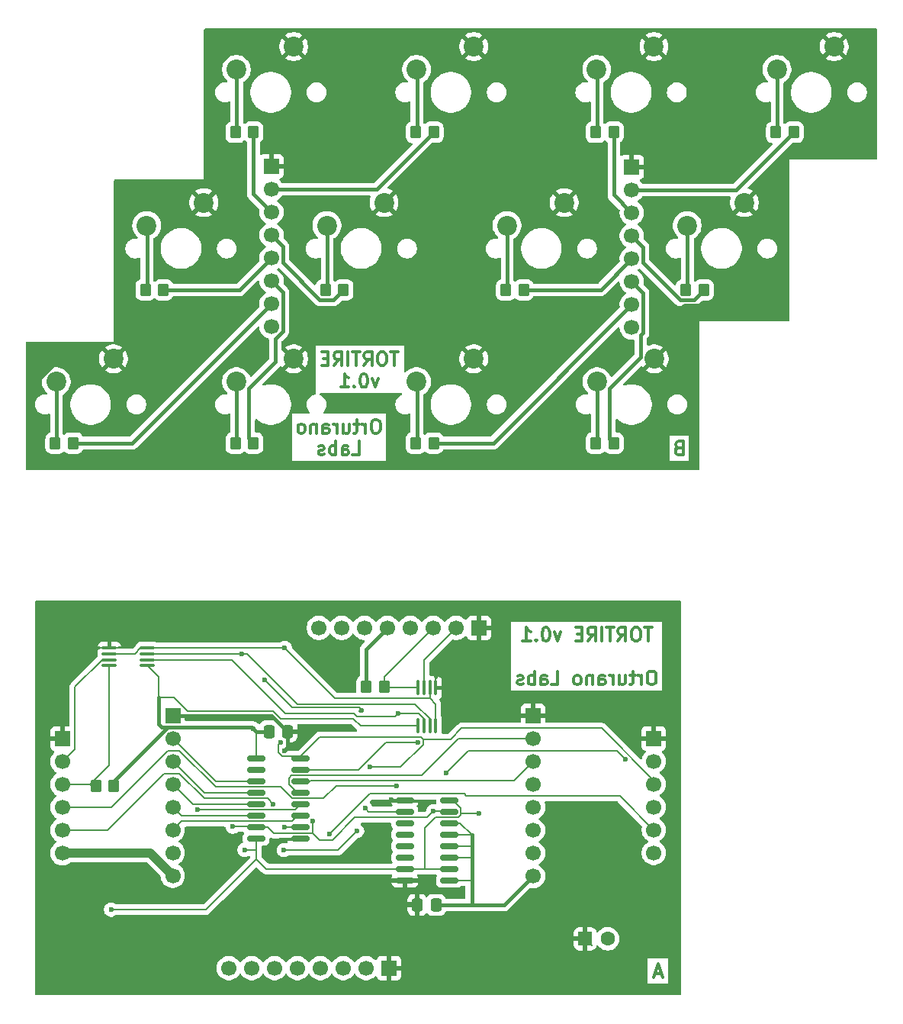
<source format=gbr>
%TF.GenerationSoftware,KiCad,Pcbnew,9.0.3+dfsg-1*%
%TF.CreationDate,2026-02-26T14:57:31+01:00*%
%TF.ProjectId,tastiera_isomorfa,74617374-6965-4726-915f-69736f6d6f72,rev?*%
%TF.SameCoordinates,Original*%
%TF.FileFunction,Copper,L2,Bot*%
%TF.FilePolarity,Positive*%
%FSLAX46Y46*%
G04 Gerber Fmt 4.6, Leading zero omitted, Abs format (unit mm)*
G04 Created by KiCad (PCBNEW 9.0.3+dfsg-1) date 2026-02-26 14:57:31*
%MOMM*%
%LPD*%
G01*
G04 APERTURE LIST*
G04 Aperture macros list*
%AMRoundRect*
0 Rectangle with rounded corners*
0 $1 Rounding radius*
0 $2 $3 $4 $5 $6 $7 $8 $9 X,Y pos of 4 corners*
0 Add a 4 corners polygon primitive as box body*
4,1,4,$2,$3,$4,$5,$6,$7,$8,$9,$2,$3,0*
0 Add four circle primitives for the rounded corners*
1,1,$1+$1,$2,$3*
1,1,$1+$1,$4,$5*
1,1,$1+$1,$6,$7*
1,1,$1+$1,$8,$9*
0 Add four rect primitives between the rounded corners*
20,1,$1+$1,$2,$3,$4,$5,0*
20,1,$1+$1,$4,$5,$6,$7,0*
20,1,$1+$1,$6,$7,$8,$9,0*
20,1,$1+$1,$8,$9,$2,$3,0*%
G04 Aperture macros list end*
%ADD10C,0.300000*%
%TA.AperFunction,NonConductor*%
%ADD11C,0.300000*%
%TD*%
%TA.AperFunction,ComponentPad*%
%ADD12R,1.700000X1.700000*%
%TD*%
%TA.AperFunction,ComponentPad*%
%ADD13C,1.700000*%
%TD*%
%TA.AperFunction,ComponentPad*%
%ADD14C,2.200000*%
%TD*%
%TA.AperFunction,ComponentPad*%
%ADD15RoundRect,0.250000X-0.550000X-0.550000X0.550000X-0.550000X0.550000X0.550000X-0.550000X0.550000X0*%
%TD*%
%TA.AperFunction,ComponentPad*%
%ADD16C,1.600000*%
%TD*%
%TA.AperFunction,SMDPad,CuDef*%
%ADD17RoundRect,0.250000X-0.350000X-0.450000X0.350000X-0.450000X0.350000X0.450000X-0.350000X0.450000X0*%
%TD*%
%TA.AperFunction,SMDPad,CuDef*%
%ADD18RoundRect,0.150000X0.825000X0.150000X-0.825000X0.150000X-0.825000X-0.150000X0.825000X-0.150000X0*%
%TD*%
%TA.AperFunction,SMDPad,CuDef*%
%ADD19RoundRect,0.150000X-0.825000X-0.150000X0.825000X-0.150000X0.825000X0.150000X-0.825000X0.150000X0*%
%TD*%
%TA.AperFunction,SMDPad,CuDef*%
%ADD20RoundRect,0.250000X0.350000X0.450000X-0.350000X0.450000X-0.350000X-0.450000X0.350000X-0.450000X0*%
%TD*%
%TA.AperFunction,SMDPad,CuDef*%
%ADD21RoundRect,0.250000X-0.337500X-0.475000X0.337500X-0.475000X0.337500X0.475000X-0.337500X0.475000X0*%
%TD*%
%TA.AperFunction,SMDPad,CuDef*%
%ADD22RoundRect,0.250000X0.337500X0.475000X-0.337500X0.475000X-0.337500X-0.475000X0.337500X-0.475000X0*%
%TD*%
%TA.AperFunction,SMDPad,CuDef*%
%ADD23RoundRect,0.100000X0.100000X-0.712500X0.100000X0.712500X-0.100000X0.712500X-0.100000X-0.712500X0*%
%TD*%
%TA.AperFunction,SMDPad,CuDef*%
%ADD24RoundRect,0.100000X0.712500X0.100000X-0.712500X0.100000X-0.712500X-0.100000X0.712500X-0.100000X0*%
%TD*%
%TA.AperFunction,ViaPad*%
%ADD25C,0.600000*%
%TD*%
%TA.AperFunction,Conductor*%
%ADD26C,0.200000*%
%TD*%
%TA.AperFunction,Conductor*%
%ADD27C,0.400000*%
%TD*%
%TA.AperFunction,Conductor*%
%ADD28C,1.000000*%
%TD*%
G04 APERTURE END LIST*
D10*
D11*
X179266917Y-150872257D02*
X178552632Y-150872257D01*
X179409774Y-151300828D02*
X178909774Y-149800828D01*
X178909774Y-149800828D02*
X178409774Y-151300828D01*
D10*
D11*
X150071428Y-81885912D02*
X149214286Y-81885912D01*
X149642857Y-83385912D02*
X149642857Y-81885912D01*
X148428571Y-81885912D02*
X148142857Y-81885912D01*
X148142857Y-81885912D02*
X148000000Y-81957341D01*
X148000000Y-81957341D02*
X147857143Y-82100198D01*
X147857143Y-82100198D02*
X147785714Y-82385912D01*
X147785714Y-82385912D02*
X147785714Y-82885912D01*
X147785714Y-82885912D02*
X147857143Y-83171626D01*
X147857143Y-83171626D02*
X148000000Y-83314484D01*
X148000000Y-83314484D02*
X148142857Y-83385912D01*
X148142857Y-83385912D02*
X148428571Y-83385912D01*
X148428571Y-83385912D02*
X148571429Y-83314484D01*
X148571429Y-83314484D02*
X148714286Y-83171626D01*
X148714286Y-83171626D02*
X148785714Y-82885912D01*
X148785714Y-82885912D02*
X148785714Y-82385912D01*
X148785714Y-82385912D02*
X148714286Y-82100198D01*
X148714286Y-82100198D02*
X148571429Y-81957341D01*
X148571429Y-81957341D02*
X148428571Y-81885912D01*
X146285714Y-83385912D02*
X146785714Y-82671626D01*
X147142857Y-83385912D02*
X147142857Y-81885912D01*
X147142857Y-81885912D02*
X146571428Y-81885912D01*
X146571428Y-81885912D02*
X146428571Y-81957341D01*
X146428571Y-81957341D02*
X146357142Y-82028769D01*
X146357142Y-82028769D02*
X146285714Y-82171626D01*
X146285714Y-82171626D02*
X146285714Y-82385912D01*
X146285714Y-82385912D02*
X146357142Y-82528769D01*
X146357142Y-82528769D02*
X146428571Y-82600198D01*
X146428571Y-82600198D02*
X146571428Y-82671626D01*
X146571428Y-82671626D02*
X147142857Y-82671626D01*
X145857142Y-81885912D02*
X145000000Y-81885912D01*
X145428571Y-83385912D02*
X145428571Y-81885912D01*
X144500000Y-83385912D02*
X144500000Y-81885912D01*
X142928571Y-83385912D02*
X143428571Y-82671626D01*
X143785714Y-83385912D02*
X143785714Y-81885912D01*
X143785714Y-81885912D02*
X143214285Y-81885912D01*
X143214285Y-81885912D02*
X143071428Y-81957341D01*
X143071428Y-81957341D02*
X142999999Y-82028769D01*
X142999999Y-82028769D02*
X142928571Y-82171626D01*
X142928571Y-82171626D02*
X142928571Y-82385912D01*
X142928571Y-82385912D02*
X142999999Y-82528769D01*
X142999999Y-82528769D02*
X143071428Y-82600198D01*
X143071428Y-82600198D02*
X143214285Y-82671626D01*
X143214285Y-82671626D02*
X143785714Y-82671626D01*
X142285714Y-82600198D02*
X141785714Y-82600198D01*
X141571428Y-83385912D02*
X142285714Y-83385912D01*
X142285714Y-83385912D02*
X142285714Y-81885912D01*
X142285714Y-81885912D02*
X141571428Y-81885912D01*
X147892856Y-84800828D02*
X147535713Y-85800828D01*
X147535713Y-85800828D02*
X147178570Y-84800828D01*
X146321427Y-84300828D02*
X146178570Y-84300828D01*
X146178570Y-84300828D02*
X146035713Y-84372257D01*
X146035713Y-84372257D02*
X145964285Y-84443685D01*
X145964285Y-84443685D02*
X145892856Y-84586542D01*
X145892856Y-84586542D02*
X145821427Y-84872257D01*
X145821427Y-84872257D02*
X145821427Y-85229400D01*
X145821427Y-85229400D02*
X145892856Y-85515114D01*
X145892856Y-85515114D02*
X145964285Y-85657971D01*
X145964285Y-85657971D02*
X146035713Y-85729400D01*
X146035713Y-85729400D02*
X146178570Y-85800828D01*
X146178570Y-85800828D02*
X146321427Y-85800828D01*
X146321427Y-85800828D02*
X146464285Y-85729400D01*
X146464285Y-85729400D02*
X146535713Y-85657971D01*
X146535713Y-85657971D02*
X146607142Y-85515114D01*
X146607142Y-85515114D02*
X146678570Y-85229400D01*
X146678570Y-85229400D02*
X146678570Y-84872257D01*
X146678570Y-84872257D02*
X146607142Y-84586542D01*
X146607142Y-84586542D02*
X146535713Y-84443685D01*
X146535713Y-84443685D02*
X146464285Y-84372257D01*
X146464285Y-84372257D02*
X146321427Y-84300828D01*
X145178571Y-85657971D02*
X145107142Y-85729400D01*
X145107142Y-85729400D02*
X145178571Y-85800828D01*
X145178571Y-85800828D02*
X145249999Y-85729400D01*
X145249999Y-85729400D02*
X145178571Y-85657971D01*
X145178571Y-85657971D02*
X145178571Y-85800828D01*
X143678570Y-85800828D02*
X144535713Y-85800828D01*
X144107142Y-85800828D02*
X144107142Y-84300828D01*
X144107142Y-84300828D02*
X144249999Y-84515114D01*
X144249999Y-84515114D02*
X144392856Y-84657971D01*
X144392856Y-84657971D02*
X144535713Y-84729400D01*
D10*
D11*
X147714285Y-89385912D02*
X147428571Y-89385912D01*
X147428571Y-89385912D02*
X147285714Y-89457341D01*
X147285714Y-89457341D02*
X147142857Y-89600198D01*
X147142857Y-89600198D02*
X147071428Y-89885912D01*
X147071428Y-89885912D02*
X147071428Y-90385912D01*
X147071428Y-90385912D02*
X147142857Y-90671626D01*
X147142857Y-90671626D02*
X147285714Y-90814484D01*
X147285714Y-90814484D02*
X147428571Y-90885912D01*
X147428571Y-90885912D02*
X147714285Y-90885912D01*
X147714285Y-90885912D02*
X147857143Y-90814484D01*
X147857143Y-90814484D02*
X148000000Y-90671626D01*
X148000000Y-90671626D02*
X148071428Y-90385912D01*
X148071428Y-90385912D02*
X148071428Y-89885912D01*
X148071428Y-89885912D02*
X148000000Y-89600198D01*
X148000000Y-89600198D02*
X147857143Y-89457341D01*
X147857143Y-89457341D02*
X147714285Y-89385912D01*
X146428571Y-90885912D02*
X146428571Y-89885912D01*
X146428571Y-90171626D02*
X146357142Y-90028769D01*
X146357142Y-90028769D02*
X146285714Y-89957341D01*
X146285714Y-89957341D02*
X146142856Y-89885912D01*
X146142856Y-89885912D02*
X145999999Y-89885912D01*
X145714285Y-89885912D02*
X145142857Y-89885912D01*
X145500000Y-89385912D02*
X145500000Y-90671626D01*
X145500000Y-90671626D02*
X145428571Y-90814484D01*
X145428571Y-90814484D02*
X145285714Y-90885912D01*
X145285714Y-90885912D02*
X145142857Y-90885912D01*
X144000000Y-89885912D02*
X144000000Y-90885912D01*
X144642857Y-89885912D02*
X144642857Y-90671626D01*
X144642857Y-90671626D02*
X144571428Y-90814484D01*
X144571428Y-90814484D02*
X144428571Y-90885912D01*
X144428571Y-90885912D02*
X144214285Y-90885912D01*
X144214285Y-90885912D02*
X144071428Y-90814484D01*
X144071428Y-90814484D02*
X144000000Y-90743055D01*
X143285714Y-90885912D02*
X143285714Y-89885912D01*
X143285714Y-90171626D02*
X143214285Y-90028769D01*
X143214285Y-90028769D02*
X143142857Y-89957341D01*
X143142857Y-89957341D02*
X142999999Y-89885912D01*
X142999999Y-89885912D02*
X142857142Y-89885912D01*
X141714286Y-90885912D02*
X141714286Y-90100198D01*
X141714286Y-90100198D02*
X141785714Y-89957341D01*
X141785714Y-89957341D02*
X141928571Y-89885912D01*
X141928571Y-89885912D02*
X142214286Y-89885912D01*
X142214286Y-89885912D02*
X142357143Y-89957341D01*
X141714286Y-90814484D02*
X141857143Y-90885912D01*
X141857143Y-90885912D02*
X142214286Y-90885912D01*
X142214286Y-90885912D02*
X142357143Y-90814484D01*
X142357143Y-90814484D02*
X142428571Y-90671626D01*
X142428571Y-90671626D02*
X142428571Y-90528769D01*
X142428571Y-90528769D02*
X142357143Y-90385912D01*
X142357143Y-90385912D02*
X142214286Y-90314484D01*
X142214286Y-90314484D02*
X141857143Y-90314484D01*
X141857143Y-90314484D02*
X141714286Y-90243055D01*
X141000000Y-89885912D02*
X141000000Y-90885912D01*
X141000000Y-90028769D02*
X140928571Y-89957341D01*
X140928571Y-89957341D02*
X140785714Y-89885912D01*
X140785714Y-89885912D02*
X140571428Y-89885912D01*
X140571428Y-89885912D02*
X140428571Y-89957341D01*
X140428571Y-89957341D02*
X140357143Y-90100198D01*
X140357143Y-90100198D02*
X140357143Y-90885912D01*
X139428571Y-90885912D02*
X139571428Y-90814484D01*
X139571428Y-90814484D02*
X139642857Y-90743055D01*
X139642857Y-90743055D02*
X139714285Y-90600198D01*
X139714285Y-90600198D02*
X139714285Y-90171626D01*
X139714285Y-90171626D02*
X139642857Y-90028769D01*
X139642857Y-90028769D02*
X139571428Y-89957341D01*
X139571428Y-89957341D02*
X139428571Y-89885912D01*
X139428571Y-89885912D02*
X139214285Y-89885912D01*
X139214285Y-89885912D02*
X139071428Y-89957341D01*
X139071428Y-89957341D02*
X139000000Y-90028769D01*
X139000000Y-90028769D02*
X138928571Y-90171626D01*
X138928571Y-90171626D02*
X138928571Y-90600198D01*
X138928571Y-90600198D02*
X139000000Y-90743055D01*
X139000000Y-90743055D02*
X139071428Y-90814484D01*
X139071428Y-90814484D02*
X139214285Y-90885912D01*
X139214285Y-90885912D02*
X139428571Y-90885912D01*
X145000000Y-93300828D02*
X145714286Y-93300828D01*
X145714286Y-93300828D02*
X145714286Y-91800828D01*
X143857143Y-93300828D02*
X143857143Y-92515114D01*
X143857143Y-92515114D02*
X143928571Y-92372257D01*
X143928571Y-92372257D02*
X144071428Y-92300828D01*
X144071428Y-92300828D02*
X144357143Y-92300828D01*
X144357143Y-92300828D02*
X144500000Y-92372257D01*
X143857143Y-93229400D02*
X144000000Y-93300828D01*
X144000000Y-93300828D02*
X144357143Y-93300828D01*
X144357143Y-93300828D02*
X144500000Y-93229400D01*
X144500000Y-93229400D02*
X144571428Y-93086542D01*
X144571428Y-93086542D02*
X144571428Y-92943685D01*
X144571428Y-92943685D02*
X144500000Y-92800828D01*
X144500000Y-92800828D02*
X144357143Y-92729400D01*
X144357143Y-92729400D02*
X144000000Y-92729400D01*
X144000000Y-92729400D02*
X143857143Y-92657971D01*
X143142857Y-93300828D02*
X143142857Y-91800828D01*
X143142857Y-92372257D02*
X143000000Y-92300828D01*
X143000000Y-92300828D02*
X142714285Y-92300828D01*
X142714285Y-92300828D02*
X142571428Y-92372257D01*
X142571428Y-92372257D02*
X142500000Y-92443685D01*
X142500000Y-92443685D02*
X142428571Y-92586542D01*
X142428571Y-92586542D02*
X142428571Y-93015114D01*
X142428571Y-93015114D02*
X142500000Y-93157971D01*
X142500000Y-93157971D02*
X142571428Y-93229400D01*
X142571428Y-93229400D02*
X142714285Y-93300828D01*
X142714285Y-93300828D02*
X143000000Y-93300828D01*
X143000000Y-93300828D02*
X143142857Y-93229400D01*
X141857142Y-93229400D02*
X141714285Y-93300828D01*
X141714285Y-93300828D02*
X141428571Y-93300828D01*
X141428571Y-93300828D02*
X141285714Y-93229400D01*
X141285714Y-93229400D02*
X141214285Y-93086542D01*
X141214285Y-93086542D02*
X141214285Y-93015114D01*
X141214285Y-93015114D02*
X141285714Y-92872257D01*
X141285714Y-92872257D02*
X141428571Y-92800828D01*
X141428571Y-92800828D02*
X141642857Y-92800828D01*
X141642857Y-92800828D02*
X141785714Y-92729400D01*
X141785714Y-92729400D02*
X141857142Y-92586542D01*
X141857142Y-92586542D02*
X141857142Y-92515114D01*
X141857142Y-92515114D02*
X141785714Y-92372257D01*
X141785714Y-92372257D02*
X141642857Y-92300828D01*
X141642857Y-92300828D02*
X141428571Y-92300828D01*
X141428571Y-92300828D02*
X141285714Y-92372257D01*
D10*
D11*
X181195489Y-92515114D02*
X180981203Y-92586542D01*
X180981203Y-92586542D02*
X180909774Y-92657971D01*
X180909774Y-92657971D02*
X180838346Y-92800828D01*
X180838346Y-92800828D02*
X180838346Y-93015114D01*
X180838346Y-93015114D02*
X180909774Y-93157971D01*
X180909774Y-93157971D02*
X180981203Y-93229400D01*
X180981203Y-93229400D02*
X181124060Y-93300828D01*
X181124060Y-93300828D02*
X181695489Y-93300828D01*
X181695489Y-93300828D02*
X181695489Y-91800828D01*
X181695489Y-91800828D02*
X181195489Y-91800828D01*
X181195489Y-91800828D02*
X181052632Y-91872257D01*
X181052632Y-91872257D02*
X180981203Y-91943685D01*
X180981203Y-91943685D02*
X180909774Y-92086542D01*
X180909774Y-92086542D02*
X180909774Y-92229400D01*
X180909774Y-92229400D02*
X180981203Y-92372257D01*
X180981203Y-92372257D02*
X181052632Y-92443685D01*
X181052632Y-92443685D02*
X181195489Y-92515114D01*
X181195489Y-92515114D02*
X181695489Y-92515114D01*
D10*
D11*
X178249999Y-112470996D02*
X177392857Y-112470996D01*
X177821428Y-113970996D02*
X177821428Y-112470996D01*
X176607142Y-112470996D02*
X176321428Y-112470996D01*
X176321428Y-112470996D02*
X176178571Y-112542425D01*
X176178571Y-112542425D02*
X176035714Y-112685282D01*
X176035714Y-112685282D02*
X175964285Y-112970996D01*
X175964285Y-112970996D02*
X175964285Y-113470996D01*
X175964285Y-113470996D02*
X176035714Y-113756710D01*
X176035714Y-113756710D02*
X176178571Y-113899568D01*
X176178571Y-113899568D02*
X176321428Y-113970996D01*
X176321428Y-113970996D02*
X176607142Y-113970996D01*
X176607142Y-113970996D02*
X176750000Y-113899568D01*
X176750000Y-113899568D02*
X176892857Y-113756710D01*
X176892857Y-113756710D02*
X176964285Y-113470996D01*
X176964285Y-113470996D02*
X176964285Y-112970996D01*
X176964285Y-112970996D02*
X176892857Y-112685282D01*
X176892857Y-112685282D02*
X176750000Y-112542425D01*
X176750000Y-112542425D02*
X176607142Y-112470996D01*
X174464285Y-113970996D02*
X174964285Y-113256710D01*
X175321428Y-113970996D02*
X175321428Y-112470996D01*
X175321428Y-112470996D02*
X174749999Y-112470996D01*
X174749999Y-112470996D02*
X174607142Y-112542425D01*
X174607142Y-112542425D02*
X174535713Y-112613853D01*
X174535713Y-112613853D02*
X174464285Y-112756710D01*
X174464285Y-112756710D02*
X174464285Y-112970996D01*
X174464285Y-112970996D02*
X174535713Y-113113853D01*
X174535713Y-113113853D02*
X174607142Y-113185282D01*
X174607142Y-113185282D02*
X174749999Y-113256710D01*
X174749999Y-113256710D02*
X175321428Y-113256710D01*
X174035713Y-112470996D02*
X173178571Y-112470996D01*
X173607142Y-113970996D02*
X173607142Y-112470996D01*
X172678571Y-113970996D02*
X172678571Y-112470996D01*
X171107142Y-113970996D02*
X171607142Y-113256710D01*
X171964285Y-113970996D02*
X171964285Y-112470996D01*
X171964285Y-112470996D02*
X171392856Y-112470996D01*
X171392856Y-112470996D02*
X171249999Y-112542425D01*
X171249999Y-112542425D02*
X171178570Y-112613853D01*
X171178570Y-112613853D02*
X171107142Y-112756710D01*
X171107142Y-112756710D02*
X171107142Y-112970996D01*
X171107142Y-112970996D02*
X171178570Y-113113853D01*
X171178570Y-113113853D02*
X171249999Y-113185282D01*
X171249999Y-113185282D02*
X171392856Y-113256710D01*
X171392856Y-113256710D02*
X171964285Y-113256710D01*
X170464285Y-113185282D02*
X169964285Y-113185282D01*
X169749999Y-113970996D02*
X170464285Y-113970996D01*
X170464285Y-113970996D02*
X170464285Y-112470996D01*
X170464285Y-112470996D02*
X169749999Y-112470996D01*
X168107142Y-112970996D02*
X167749999Y-113970996D01*
X167749999Y-113970996D02*
X167392856Y-112970996D01*
X166535713Y-112470996D02*
X166392856Y-112470996D01*
X166392856Y-112470996D02*
X166249999Y-112542425D01*
X166249999Y-112542425D02*
X166178571Y-112613853D01*
X166178571Y-112613853D02*
X166107142Y-112756710D01*
X166107142Y-112756710D02*
X166035713Y-113042425D01*
X166035713Y-113042425D02*
X166035713Y-113399568D01*
X166035713Y-113399568D02*
X166107142Y-113685282D01*
X166107142Y-113685282D02*
X166178571Y-113828139D01*
X166178571Y-113828139D02*
X166249999Y-113899568D01*
X166249999Y-113899568D02*
X166392856Y-113970996D01*
X166392856Y-113970996D02*
X166535713Y-113970996D01*
X166535713Y-113970996D02*
X166678571Y-113899568D01*
X166678571Y-113899568D02*
X166749999Y-113828139D01*
X166749999Y-113828139D02*
X166821428Y-113685282D01*
X166821428Y-113685282D02*
X166892856Y-113399568D01*
X166892856Y-113399568D02*
X166892856Y-113042425D01*
X166892856Y-113042425D02*
X166821428Y-112756710D01*
X166821428Y-112756710D02*
X166749999Y-112613853D01*
X166749999Y-112613853D02*
X166678571Y-112542425D01*
X166678571Y-112542425D02*
X166535713Y-112470996D01*
X165392857Y-113828139D02*
X165321428Y-113899568D01*
X165321428Y-113899568D02*
X165392857Y-113970996D01*
X165392857Y-113970996D02*
X165464285Y-113899568D01*
X165464285Y-113899568D02*
X165392857Y-113828139D01*
X165392857Y-113828139D02*
X165392857Y-113970996D01*
X163892856Y-113970996D02*
X164749999Y-113970996D01*
X164321428Y-113970996D02*
X164321428Y-112470996D01*
X164321428Y-112470996D02*
X164464285Y-112685282D01*
X164464285Y-112685282D02*
X164607142Y-112828139D01*
X164607142Y-112828139D02*
X164749999Y-112899568D01*
X178357142Y-117300828D02*
X178071428Y-117300828D01*
X178071428Y-117300828D02*
X177928571Y-117372257D01*
X177928571Y-117372257D02*
X177785714Y-117515114D01*
X177785714Y-117515114D02*
X177714285Y-117800828D01*
X177714285Y-117800828D02*
X177714285Y-118300828D01*
X177714285Y-118300828D02*
X177785714Y-118586542D01*
X177785714Y-118586542D02*
X177928571Y-118729400D01*
X177928571Y-118729400D02*
X178071428Y-118800828D01*
X178071428Y-118800828D02*
X178357142Y-118800828D01*
X178357142Y-118800828D02*
X178500000Y-118729400D01*
X178500000Y-118729400D02*
X178642857Y-118586542D01*
X178642857Y-118586542D02*
X178714285Y-118300828D01*
X178714285Y-118300828D02*
X178714285Y-117800828D01*
X178714285Y-117800828D02*
X178642857Y-117515114D01*
X178642857Y-117515114D02*
X178500000Y-117372257D01*
X178500000Y-117372257D02*
X178357142Y-117300828D01*
X177071428Y-118800828D02*
X177071428Y-117800828D01*
X177071428Y-118086542D02*
X176999999Y-117943685D01*
X176999999Y-117943685D02*
X176928571Y-117872257D01*
X176928571Y-117872257D02*
X176785713Y-117800828D01*
X176785713Y-117800828D02*
X176642856Y-117800828D01*
X176357142Y-117800828D02*
X175785714Y-117800828D01*
X176142857Y-117300828D02*
X176142857Y-118586542D01*
X176142857Y-118586542D02*
X176071428Y-118729400D01*
X176071428Y-118729400D02*
X175928571Y-118800828D01*
X175928571Y-118800828D02*
X175785714Y-118800828D01*
X174642857Y-117800828D02*
X174642857Y-118800828D01*
X175285714Y-117800828D02*
X175285714Y-118586542D01*
X175285714Y-118586542D02*
X175214285Y-118729400D01*
X175214285Y-118729400D02*
X175071428Y-118800828D01*
X175071428Y-118800828D02*
X174857142Y-118800828D01*
X174857142Y-118800828D02*
X174714285Y-118729400D01*
X174714285Y-118729400D02*
X174642857Y-118657971D01*
X173928571Y-118800828D02*
X173928571Y-117800828D01*
X173928571Y-118086542D02*
X173857142Y-117943685D01*
X173857142Y-117943685D02*
X173785714Y-117872257D01*
X173785714Y-117872257D02*
X173642856Y-117800828D01*
X173642856Y-117800828D02*
X173499999Y-117800828D01*
X172357143Y-118800828D02*
X172357143Y-118015114D01*
X172357143Y-118015114D02*
X172428571Y-117872257D01*
X172428571Y-117872257D02*
X172571428Y-117800828D01*
X172571428Y-117800828D02*
X172857143Y-117800828D01*
X172857143Y-117800828D02*
X173000000Y-117872257D01*
X172357143Y-118729400D02*
X172500000Y-118800828D01*
X172500000Y-118800828D02*
X172857143Y-118800828D01*
X172857143Y-118800828D02*
X173000000Y-118729400D01*
X173000000Y-118729400D02*
X173071428Y-118586542D01*
X173071428Y-118586542D02*
X173071428Y-118443685D01*
X173071428Y-118443685D02*
X173000000Y-118300828D01*
X173000000Y-118300828D02*
X172857143Y-118229400D01*
X172857143Y-118229400D02*
X172500000Y-118229400D01*
X172500000Y-118229400D02*
X172357143Y-118157971D01*
X171642857Y-117800828D02*
X171642857Y-118800828D01*
X171642857Y-117943685D02*
X171571428Y-117872257D01*
X171571428Y-117872257D02*
X171428571Y-117800828D01*
X171428571Y-117800828D02*
X171214285Y-117800828D01*
X171214285Y-117800828D02*
X171071428Y-117872257D01*
X171071428Y-117872257D02*
X171000000Y-118015114D01*
X171000000Y-118015114D02*
X171000000Y-118800828D01*
X170071428Y-118800828D02*
X170214285Y-118729400D01*
X170214285Y-118729400D02*
X170285714Y-118657971D01*
X170285714Y-118657971D02*
X170357142Y-118515114D01*
X170357142Y-118515114D02*
X170357142Y-118086542D01*
X170357142Y-118086542D02*
X170285714Y-117943685D01*
X170285714Y-117943685D02*
X170214285Y-117872257D01*
X170214285Y-117872257D02*
X170071428Y-117800828D01*
X170071428Y-117800828D02*
X169857142Y-117800828D01*
X169857142Y-117800828D02*
X169714285Y-117872257D01*
X169714285Y-117872257D02*
X169642857Y-117943685D01*
X169642857Y-117943685D02*
X169571428Y-118086542D01*
X169571428Y-118086542D02*
X169571428Y-118515114D01*
X169571428Y-118515114D02*
X169642857Y-118657971D01*
X169642857Y-118657971D02*
X169714285Y-118729400D01*
X169714285Y-118729400D02*
X169857142Y-118800828D01*
X169857142Y-118800828D02*
X170071428Y-118800828D01*
X167071428Y-118800828D02*
X167785714Y-118800828D01*
X167785714Y-118800828D02*
X167785714Y-117300828D01*
X165928571Y-118800828D02*
X165928571Y-118015114D01*
X165928571Y-118015114D02*
X165999999Y-117872257D01*
X165999999Y-117872257D02*
X166142856Y-117800828D01*
X166142856Y-117800828D02*
X166428571Y-117800828D01*
X166428571Y-117800828D02*
X166571428Y-117872257D01*
X165928571Y-118729400D02*
X166071428Y-118800828D01*
X166071428Y-118800828D02*
X166428571Y-118800828D01*
X166428571Y-118800828D02*
X166571428Y-118729400D01*
X166571428Y-118729400D02*
X166642856Y-118586542D01*
X166642856Y-118586542D02*
X166642856Y-118443685D01*
X166642856Y-118443685D02*
X166571428Y-118300828D01*
X166571428Y-118300828D02*
X166428571Y-118229400D01*
X166428571Y-118229400D02*
X166071428Y-118229400D01*
X166071428Y-118229400D02*
X165928571Y-118157971D01*
X165214285Y-118800828D02*
X165214285Y-117300828D01*
X165214285Y-117872257D02*
X165071428Y-117800828D01*
X165071428Y-117800828D02*
X164785713Y-117800828D01*
X164785713Y-117800828D02*
X164642856Y-117872257D01*
X164642856Y-117872257D02*
X164571428Y-117943685D01*
X164571428Y-117943685D02*
X164499999Y-118086542D01*
X164499999Y-118086542D02*
X164499999Y-118515114D01*
X164499999Y-118515114D02*
X164571428Y-118657971D01*
X164571428Y-118657971D02*
X164642856Y-118729400D01*
X164642856Y-118729400D02*
X164785713Y-118800828D01*
X164785713Y-118800828D02*
X165071428Y-118800828D01*
X165071428Y-118800828D02*
X165214285Y-118729400D01*
X163928570Y-118729400D02*
X163785713Y-118800828D01*
X163785713Y-118800828D02*
X163499999Y-118800828D01*
X163499999Y-118800828D02*
X163357142Y-118729400D01*
X163357142Y-118729400D02*
X163285713Y-118586542D01*
X163285713Y-118586542D02*
X163285713Y-118515114D01*
X163285713Y-118515114D02*
X163357142Y-118372257D01*
X163357142Y-118372257D02*
X163499999Y-118300828D01*
X163499999Y-118300828D02*
X163714285Y-118300828D01*
X163714285Y-118300828D02*
X163857142Y-118229400D01*
X163857142Y-118229400D02*
X163928570Y-118086542D01*
X163928570Y-118086542D02*
X163928570Y-118015114D01*
X163928570Y-118015114D02*
X163857142Y-117872257D01*
X163857142Y-117872257D02*
X163714285Y-117800828D01*
X163714285Y-117800828D02*
X163499999Y-117800828D01*
X163499999Y-117800828D02*
X163357142Y-117872257D01*
D12*
%TO.P,J101,1,Pin_1*%
%TO.N,VCC*%
X112790000Y-124800000D03*
D13*
%TO.P,J101,2,Pin_2*%
%TO.N,/tile/L_clk*%
X112790000Y-127340000D03*
%TO.P,J101,3,Pin_3*%
%TO.N,/tile/L_data*%
X112790000Y-129880000D03*
%TO.P,J101,4,Pin_4*%
%TO.N,/tile/L_endrow*%
X112790000Y-132420000D03*
%TO.P,J101,5,Pin_5*%
%TO.N,/tile/L_latch*%
X112790000Y-134960000D03*
%TO.P,J101,6,Pin_6*%
%TO.N,GND*%
X112790000Y-137500000D03*
%TD*%
D14*
%TO.P,SW106,1,1*%
%TO.N,VCC_T*%
X118460000Y-82640000D03*
%TO.P,SW106,2,2*%
%TO.N,Net-(R115-Pad1)*%
X112110000Y-85180000D03*
%TD*%
%TO.P,SW111,1,1*%
%TO.N,VCC_T*%
X178500000Y-82640000D03*
%TO.P,SW111,2,2*%
%TO.N,Net-(R120-Pad1)*%
X172150000Y-85180000D03*
%TD*%
%TO.P,SW110,1,1*%
%TO.N,VCC_T*%
X168500000Y-65320000D03*
%TO.P,SW110,2,2*%
%TO.N,Net-(R119-Pad1)*%
X162150000Y-67860000D03*
%TD*%
%TO.P,SW112,1,1*%
%TO.N,VCC_T*%
X158460000Y-82640000D03*
%TO.P,SW112,2,2*%
%TO.N,Net-(R121-Pad1)*%
X152110000Y-85180000D03*
%TD*%
%TO.P,SW105,1,1*%
%TO.N,VCC_T*%
X138460000Y-82640000D03*
%TO.P,SW105,2,2*%
%TO.N,Net-(R114-Pad1)*%
X132110000Y-85180000D03*
%TD*%
D12*
%TO.P,J104,1,Pin_1*%
%TO.N,VCC*%
X178440000Y-124765000D03*
D13*
%TO.P,J104,2,Pin_2*%
%TO.N,/tile/B_clk*%
X178440000Y-127305000D03*
%TO.P,J104,3,Pin_3*%
%TO.N,/tile/B_data*%
X178440000Y-129845000D03*
%TO.P,J104,4,Pin_4*%
%TO.N,GND*%
X178440000Y-132385000D03*
%TO.P,J104,5,Pin_5*%
%TO.N,/tile/R_latch*%
X178440000Y-134925000D03*
%TO.P,J104,6,Pin_6*%
%TO.N,GND*%
X178440000Y-137465000D03*
%TD*%
D14*
%TO.P,SW104,1,1*%
%TO.N,VCC_T*%
X128500000Y-65320000D03*
%TO.P,SW104,2,2*%
%TO.N,Net-(R113-Pad1)*%
X122150000Y-67860000D03*
%TD*%
%TO.P,SW109,1,1*%
%TO.N,VCC_T*%
X188500000Y-65320000D03*
%TO.P,SW109,2,2*%
%TO.N,Net-(R118-Pad1)*%
X182150000Y-67860000D03*
%TD*%
D12*
%TO.P,J106,1,Pin_1*%
%TO.N,VCC*%
X125040000Y-122220000D03*
D13*
%TO.P,J106,2,Pin_2*%
%TO.N,/tile/BTNs_L0*%
X125040000Y-124760000D03*
%TO.P,J106,3,Pin_3*%
%TO.N,/tile/BTNs_L1*%
X125040000Y-127300000D03*
%TO.P,J106,4,Pin_4*%
%TO.N,/tile/BTNs_L2*%
X125040000Y-129840000D03*
%TO.P,J106,5,Pin_5*%
%TO.N,/tile/BTNs_L3*%
X125040000Y-132380000D03*
%TO.P,J106,6,Pin_6*%
%TO.N,/tile/BTNs_L4*%
X125040000Y-134920000D03*
%TO.P,J106,7,Pin_7*%
%TO.N,/tile/BTNs_L5*%
X125040000Y-137460000D03*
%TO.P,J106,8,Pin_8*%
%TO.N,GND*%
X125040000Y-140000000D03*
%TD*%
D12*
%TO.P,J105,1,Pin_1*%
%TO.N,VCC*%
X165040000Y-122260000D03*
D13*
%TO.P,J105,2,Pin_2*%
%TO.N,/tile/BTNs_L6*%
X165040000Y-124800000D03*
%TO.P,J105,3,Pin_3*%
%TO.N,/tile/BTNs_L7*%
X165040000Y-127340000D03*
%TO.P,J105,4,Pin_4*%
%TO.N,/tile/BTNs_L8*%
X165040000Y-129880000D03*
%TO.P,J105,5,Pin_5*%
%TO.N,/tile/BTNs_L9*%
X165040000Y-132420000D03*
%TO.P,J105,6,Pin_6*%
%TO.N,/tile/BTNs_L10*%
X165040000Y-134960000D03*
%TO.P,J105,7,Pin_7*%
%TO.N,/tile/BTNs_L11*%
X165040000Y-137500000D03*
%TO.P,J105,8,Pin_8*%
%TO.N,GND*%
X165040000Y-140040000D03*
%TD*%
D15*
%TO.P,C105,1*%
%TO.N,VCC*%
X170817600Y-147000000D03*
D16*
%TO.P,C105,2*%
%TO.N,GND*%
X173317600Y-147000000D03*
%TD*%
D12*
%TO.P,J102,1,Pin_1*%
%TO.N,VCC*%
X159040000Y-112500000D03*
D13*
%TO.P,J102,2,Pin_2*%
%TO.N,/tile/T_clk*%
X156500000Y-112500000D03*
%TO.P,J102,3,Pin_3*%
%TO.N,/tile/T_data*%
X153960000Y-112500000D03*
%TO.P,J102,4,Pin_4*%
%TO.N,/tile/T_endcol*%
X151420000Y-112500000D03*
%TO.P,J102,5,Pin_5*%
%TO.N,GND*%
X148880000Y-112500000D03*
%TO.P,J102,6,Pin_6*%
%TO.N,/tile/L_latch*%
X146340000Y-112500000D03*
%TO.P,J102,7,Pin_7*%
%TO.N,/tile/T_W*%
X143800000Y-112500000D03*
%TO.P,J102,8,Pin_8*%
%TO.N,GND*%
X141260000Y-112500000D03*
%TD*%
D14*
%TO.P,SW103,1,1*%
%TO.N,VCC_T*%
X148500000Y-65320000D03*
%TO.P,SW103,2,2*%
%TO.N,Net-(R112-Pad1)*%
X142150000Y-67860000D03*
%TD*%
D12*
%TO.P,J103,1,Pin_1*%
%TO.N,VCC*%
X149040000Y-150250000D03*
D13*
%TO.P,J103,2,Pin_2*%
%TO.N,/tile/B_clk*%
X146500000Y-150250000D03*
%TO.P,J103,3,Pin_3*%
%TO.N,/tile/B_data*%
X143960000Y-150250000D03*
%TO.P,J103,4,Pin_4*%
%TO.N,GND*%
X141420000Y-150250000D03*
%TO.P,J103,5,Pin_5*%
%TO.N,/tile/B_first*%
X138880000Y-150250000D03*
%TO.P,J103,6,Pin_6*%
%TO.N,/tile/B_latch*%
X136340000Y-150250000D03*
%TO.P,J103,7,Pin_7*%
%TO.N,/tile/B_W*%
X133800000Y-150250000D03*
%TO.P,J103,8,Pin_8*%
%TO.N,GND*%
X131260000Y-150250000D03*
%TD*%
D17*
%TO.P,R113,1*%
%TO.N,Net-(R113-Pad1)*%
X122000000Y-75000000D03*
%TO.P,R113,2*%
%TO.N,/keyboard/BTNs3*%
X124000000Y-75000000D03*
%TD*%
D18*
%TO.P,U109,1,~{MR}*%
%TO.N,/tile/counter/~{rst}*%
X155750000Y-131630000D03*
%TO.P,U109,2,CK*%
%TO.N,/tile/B_clk*%
X155750000Y-132900000D03*
%TO.P,U109,3,P0*%
%TO.N,GND*%
X155750000Y-134170000D03*
%TO.P,U109,4,P1*%
X155750000Y-135440000D03*
%TO.P,U109,5,P2*%
X155750000Y-136710000D03*
%TO.P,U109,6,P3*%
X155750000Y-137980000D03*
%TO.P,U109,7,ENP*%
%TO.N,/tile/counter/~{rst}*%
X155750000Y-139250000D03*
%TO.P,U109,8,GND*%
%TO.N,GND*%
X155750000Y-140520000D03*
%TO.P,U109,9,~{Pe}*%
%TO.N,VCC*%
X150800000Y-140520000D03*
%TO.P,U109,10,ENT*%
%TO.N,/tile/counter/~{rst}*%
X150800000Y-139250000D03*
%TO.P,U109,11,Q3*%
%TO.N,unconnected-(U109-Q3-Pad11)*%
X150800000Y-137980000D03*
%TO.P,U109,12,Q2*%
%TO.N,unconnected-(U109-Q2-Pad12)*%
X150800000Y-136710000D03*
%TO.P,U109,13,Q1*%
%TO.N,unconnected-(U109-Q1-Pad13)*%
X150800000Y-135440000D03*
%TO.P,U109,14,Q0*%
%TO.N,unconnected-(U109-Q0-Pad14)*%
X150800000Y-134170000D03*
%TO.P,U109,15,Tc*%
%TO.N,Net-(U109-Tc)*%
X150800000Y-132900000D03*
%TO.P,U109,16,VCC*%
%TO.N,VCC*%
X150800000Y-131630000D03*
%TD*%
D17*
%TO.P,R115,1*%
%TO.N,Net-(R115-Pad1)*%
X112000000Y-92000000D03*
%TO.P,R115,2*%
%TO.N,/keyboard/BTNs5*%
X114000000Y-92000000D03*
%TD*%
D19*
%TO.P,U104,1,~{PL}*%
%TO.N,/tile/counter/~{rst}*%
X134300000Y-135870000D03*
%TO.P,U104,2,CP*%
%TO.N,/tile/B_clk*%
X134300000Y-134600000D03*
%TO.P,U104,3,D4*%
%TO.N,/tile/BTNs_L3*%
X134300000Y-133330000D03*
%TO.P,U104,4,D5*%
%TO.N,/tile/BTNs_L2*%
X134300000Y-132060000D03*
%TO.P,U104,5,D6*%
%TO.N,/tile/BTNs_L1*%
X134300000Y-130790000D03*
%TO.P,U104,6,D7*%
%TO.N,/tile/BTNs_L0*%
X134300000Y-129520000D03*
%TO.P,U104,7,~{Q7}*%
%TO.N,unconnected-(U104-~{Q7}-Pad7)*%
X134300000Y-128250000D03*
%TO.P,U104,8,GND*%
%TO.N,GND*%
X134300000Y-126980000D03*
%TO.P,U104,9,Q7*%
%TO.N,/tile/B_data*%
X139250000Y-126980000D03*
%TO.P,U104,10,DS*%
%TO.N,Net-(U103-Q7)*%
X139250000Y-128250000D03*
%TO.P,U104,11,D0*%
%TO.N,/tile/BTNs_L7*%
X139250000Y-129520000D03*
%TO.P,U104,12,D1*%
%TO.N,/tile/BTNs_L6*%
X139250000Y-130790000D03*
%TO.P,U104,13,D2*%
%TO.N,/tile/BTNs_L5*%
X139250000Y-132060000D03*
%TO.P,U104,14,D3*%
%TO.N,/tile/BTNs_L4*%
X139250000Y-133330000D03*
%TO.P,U104,15,~{CE}*%
%TO.N,GND*%
X139250000Y-134600000D03*
%TO.P,U104,16,VCC*%
%TO.N,VCC*%
X139250000Y-135870000D03*
%TD*%
D17*
%TO.P,R120,1*%
%TO.N,Net-(R120-Pad1)*%
X172000000Y-92000000D03*
%TO.P,R120,2*%
%TO.N,/keyboard/BTNs10*%
X174000000Y-92000000D03*
%TD*%
D20*
%TO.P,R108,1*%
%TO.N,/tile/T_data*%
X148500000Y-119000000D03*
%TO.P,R108,2*%
%TO.N,GND*%
X146500000Y-119000000D03*
%TD*%
D17*
%TO.P,R114,1*%
%TO.N,Net-(R114-Pad1)*%
X132000000Y-92000000D03*
%TO.P,R114,2*%
%TO.N,/keyboard/BTNs4*%
X134000000Y-92000000D03*
%TD*%
%TO.P,R121,1*%
%TO.N,Net-(R121-Pad1)*%
X152000000Y-92000000D03*
%TO.P,R121,2*%
%TO.N,/keyboard/BTNs11*%
X154000000Y-92000000D03*
%TD*%
D12*
%TO.P,J107,1,Pin_1*%
%TO.N,VCC_T*%
X176000000Y-61380000D03*
D13*
%TO.P,J107,2,Pin_2*%
%TO.N,/keyboard/BTNs6*%
X176000000Y-63920000D03*
%TO.P,J107,3,Pin_3*%
%TO.N,/keyboard/BTNs7*%
X176000000Y-66460000D03*
%TO.P,J107,4,Pin_4*%
%TO.N,/keyboard/BTNs8*%
X176000000Y-69000000D03*
%TO.P,J107,5,Pin_5*%
%TO.N,/keyboard/BTNs9*%
X176000000Y-71540000D03*
%TO.P,J107,6,Pin_6*%
%TO.N,/keyboard/BTNs10*%
X176000000Y-74080000D03*
%TO.P,J107,7,Pin_7*%
%TO.N,/keyboard/BTNs11*%
X176000000Y-76620000D03*
%TO.P,J107,8,Pin_8*%
%TO.N,GND_T*%
X176000000Y-79160000D03*
%TD*%
D21*
%TO.P,C101,1*%
%TO.N,VCC*%
X152175000Y-143250000D03*
%TO.P,C101,2*%
%TO.N,GND*%
X154250000Y-143250000D03*
%TD*%
D22*
%TO.P,C102,1*%
%TO.N,VCC*%
X137787500Y-124000000D03*
%TO.P,C102,2*%
%TO.N,GND*%
X135712500Y-124000000D03*
%TD*%
D17*
%TO.P,R119,1*%
%TO.N,Net-(R119-Pad1)*%
X162000000Y-75000000D03*
%TO.P,R119,2*%
%TO.N,/keyboard/BTNs9*%
X164000000Y-75000000D03*
%TD*%
D23*
%TO.P,U107,1*%
%TO.N,Net-(U101-Pad1)*%
X154225000Y-123362500D03*
%TO.P,U107,2*%
%TO.N,/tile/B_clk*%
X153575000Y-123362500D03*
%TO.P,U107,3*%
%TO.N,Net-(U103-DS)*%
X152925000Y-123362500D03*
%TO.P,U107,4,GND*%
%TO.N,GND*%
X152275000Y-123362500D03*
%TO.P,U107,5*%
%TO.N,/tile/T_data*%
X152275000Y-119137500D03*
%TO.P,U107,6*%
%TO.N,/tile/T_clk*%
X152925000Y-119137500D03*
%TO.P,U107,7*%
%TO.N,Net-(U101-Pad1)*%
X153575000Y-119137500D03*
%TO.P,U107,8,VCC*%
%TO.N,VCC*%
X154225000Y-119137500D03*
%TD*%
D12*
%TO.P,J108,1,Pin_1*%
%TO.N,VCC_T*%
X136000000Y-61300000D03*
D13*
%TO.P,J108,2,Pin_2*%
%TO.N,/keyboard/BTNs0*%
X136000000Y-63840000D03*
%TO.P,J108,3,Pin_3*%
%TO.N,/keyboard/BTNs1*%
X136000000Y-66380000D03*
%TO.P,J108,4,Pin_4*%
%TO.N,/keyboard/BTNs2*%
X136000000Y-68920000D03*
%TO.P,J108,5,Pin_5*%
%TO.N,/keyboard/BTNs3*%
X136000000Y-71460000D03*
%TO.P,J108,6,Pin_6*%
%TO.N,/keyboard/BTNs4*%
X136000000Y-74000000D03*
%TO.P,J108,7,Pin_7*%
%TO.N,/keyboard/BTNs5*%
X136000000Y-76540000D03*
%TO.P,J108,8,Pin_8*%
%TO.N,GND_T*%
X136000000Y-79080000D03*
%TD*%
D24*
%TO.P,U101,1*%
%TO.N,Net-(U101-Pad1)*%
X122225000Y-114750000D03*
%TO.P,U101,2*%
%TO.N,/tile/B_clk*%
X122225000Y-115400000D03*
%TO.P,U101,3*%
%TO.N,Net-(U103-DS)*%
X122225000Y-116050000D03*
%TO.P,U101,4,GND*%
%TO.N,GND*%
X122225000Y-116700000D03*
%TO.P,U101,5*%
%TO.N,/tile/L_data*%
X118000000Y-116700000D03*
%TO.P,U101,6*%
%TO.N,/tile/L_clk*%
X118000000Y-116050000D03*
%TO.P,U101,7*%
%TO.N,Net-(U101-Pad1)*%
X118000000Y-115400000D03*
%TO.P,U101,8,VCC*%
%TO.N,VCC*%
X118000000Y-114750000D03*
%TD*%
D17*
%TO.P,R112,1*%
%TO.N,Net-(R112-Pad1)*%
X142000000Y-75000000D03*
%TO.P,R112,2*%
%TO.N,/keyboard/BTNs2*%
X144000000Y-75000000D03*
%TD*%
%TO.P,R101,1*%
%TO.N,/tile/L_data*%
X116500000Y-130000000D03*
%TO.P,R101,2*%
%TO.N,GND*%
X118500000Y-130000000D03*
%TD*%
%TO.P,R118,1*%
%TO.N,Net-(R118-Pad1)*%
X182000000Y-75000000D03*
%TO.P,R118,2*%
%TO.N,/keyboard/BTNs8*%
X184000000Y-75000000D03*
%TD*%
%TO.P,R110,2*%
%TO.N,/keyboard/BTNs0*%
X154000000Y-57500000D03*
%TO.P,R110,1*%
%TO.N,Net-(R110-Pad1)*%
X152000000Y-57500000D03*
%TD*%
%TO.P,R117,2*%
%TO.N,/keyboard/BTNs7*%
X174000000Y-57500000D03*
%TO.P,R117,1*%
%TO.N,Net-(R117-Pad1)*%
X172000000Y-57500000D03*
%TD*%
D14*
%TO.P,SW107,2,2*%
%TO.N,Net-(R116-Pad1)*%
X192110000Y-50540000D03*
%TO.P,SW107,1,1*%
%TO.N,VCC_T*%
X198460000Y-48000000D03*
%TD*%
D17*
%TO.P,R111,2*%
%TO.N,/keyboard/BTNs1*%
X134000000Y-57500000D03*
%TO.P,R111,1*%
%TO.N,Net-(R111-Pad1)*%
X132000000Y-57500000D03*
%TD*%
D14*
%TO.P,SW102,1,1*%
%TO.N,VCC_T*%
X138460000Y-48000000D03*
%TO.P,SW102,2,2*%
%TO.N,Net-(R111-Pad1)*%
X132110000Y-50540000D03*
%TD*%
D17*
%TO.P,R116,2*%
%TO.N,/keyboard/BTNs6*%
X194000000Y-57500000D03*
%TO.P,R116,1*%
%TO.N,Net-(R116-Pad1)*%
X192000000Y-57500000D03*
%TD*%
D14*
%TO.P,SW108,2,2*%
%TO.N,Net-(R117-Pad1)*%
X172110000Y-50540000D03*
%TO.P,SW108,1,1*%
%TO.N,VCC_T*%
X178460000Y-48000000D03*
%TD*%
%TO.P,SW101,2,2*%
%TO.N,Net-(R110-Pad1)*%
X152110000Y-50540000D03*
%TO.P,SW101,1,1*%
%TO.N,VCC_T*%
X158460000Y-48000000D03*
%TD*%
D25*
%TO.N,GND*%
X134000000Y-123716100D03*
X137446104Y-134617700D03*
%TO.N,/tile/L_endrow*%
X149885000Y-130044400D03*
%TO.N,VCC*%
X137476800Y-138302800D03*
X149272500Y-131528900D03*
X143918700Y-142966700D03*
X137425500Y-126106900D03*
%TO.N,/tile/B_clk*%
X175288800Y-127107000D03*
X131707300Y-134558100D03*
X132733800Y-115400000D03*
X153971900Y-132860600D03*
X155384500Y-128611500D03*
X140609100Y-133965000D03*
%TO.N,/tile/R_latch*%
X142411000Y-135409300D03*
%TO.N,/tile/L_latch*%
X137358100Y-137155600D03*
X136184700Y-132060000D03*
X145492300Y-135026100D03*
%TO.N,/tile/counter/~{rst}*%
X133010500Y-137133460D03*
X159052100Y-133088800D03*
X118200300Y-143761300D03*
%TO.N,Net-(U103-DS)*%
X150044100Y-122031000D03*
%TO.N,Net-(U103-Q7)*%
X152224900Y-125211200D03*
%TO.N,Net-(U109-Tc)*%
X146400000Y-132522108D03*
X146010666Y-121658573D03*
X135217400Y-118276300D03*
%TO.N,/tile/BTNs_L5*%
X127796200Y-132695000D03*
%TO.N,/tile/B_data*%
X137002783Y-125185445D03*
X146933700Y-127947700D03*
%TO.N,Net-(U101-Pad1)*%
X137471900Y-114750000D03*
%TD*%
D26*
%TO.N,Net-(U109-Tc)*%
X146777892Y-132900000D02*
X146400000Y-132522108D01*
X146314534Y-132491274D02*
X146345368Y-132522108D01*
X146345368Y-132522108D02*
X146400000Y-132522108D01*
X145904710Y-121658573D02*
X146010666Y-121658573D01*
X135217400Y-118276300D02*
X138298400Y-121357300D01*
X145897572Y-121651435D02*
X145904710Y-121658573D01*
X145897572Y-121651435D02*
X145904710Y-121658573D01*
X138298400Y-121357300D02*
X145709393Y-121357300D01*
X145753087Y-121651435D02*
X145897572Y-121651435D01*
X145904710Y-121658573D02*
X146010666Y-121658573D01*
X145753087Y-121651435D02*
X145897572Y-121651435D01*
X145870652Y-121769000D02*
X145753087Y-121651435D01*
X145709393Y-121357300D02*
X146010666Y-121658573D01*
X146345368Y-132522108D02*
X146400000Y-132522108D01*
X145703100Y-121769000D02*
X145870652Y-121769000D01*
X145703100Y-121769000D02*
X145870652Y-121769000D01*
X150800000Y-132900000D02*
X146777892Y-132900000D01*
X146314534Y-132491274D02*
X146345368Y-132522108D01*
X145870652Y-121769000D02*
X145753087Y-121651435D01*
D27*
%TO.N,GND*%
X146500000Y-119000000D02*
X146500000Y-114880000D01*
X146500000Y-114880000D02*
X148880000Y-112500000D01*
D26*
%TO.N,/tile/T_data*%
X148500000Y-119000000D02*
X148500000Y-117960000D01*
X148500000Y-117960000D02*
X153960000Y-112500000D01*
%TO.N,/tile/T_clk*%
X152925000Y-119137500D02*
X152925000Y-116075000D01*
X152925000Y-116075000D02*
X156500000Y-112500000D01*
%TO.N,Net-(U109-Tc)*%
X146362826Y-132491274D02*
X146314534Y-132491274D01*
X146362826Y-132491274D02*
X146314534Y-132491274D01*
X146451300Y-132402800D02*
X146362826Y-132491274D01*
X146451300Y-132402800D02*
X146362826Y-132491274D01*
D27*
%TO.N,/keyboard/BTNs0*%
X154000000Y-57500000D02*
X147660000Y-63840000D01*
X147660000Y-63840000D02*
X136000000Y-63840000D01*
%TO.N,/keyboard/BTNs1*%
X134000000Y-57500000D02*
X134000000Y-64380000D01*
X134000000Y-64380000D02*
X136000000Y-66380000D01*
%TO.N,/keyboard/BTNs7*%
X174000000Y-57500000D02*
X174000000Y-64460000D01*
X174000000Y-64460000D02*
X176000000Y-66460000D01*
%TO.N,/keyboard/BTNs6*%
X194000000Y-57500000D02*
X187580000Y-63920000D01*
X187580000Y-63920000D02*
X176000000Y-63920000D01*
%TO.N,Net-(R116-Pad1)*%
X192000000Y-57500000D02*
X192141000Y-57359000D01*
X192141000Y-57359000D02*
X192141000Y-50571000D01*
X192141000Y-50571000D02*
X192110000Y-50540000D01*
%TO.N,Net-(R117-Pad1)*%
X172000000Y-57500000D02*
X172141000Y-57359000D01*
X172141000Y-57359000D02*
X172141000Y-50571000D01*
X172141000Y-50571000D02*
X172110000Y-50540000D01*
%TO.N,Net-(R110-Pad1)*%
X152000000Y-57500000D02*
X152141000Y-57359000D01*
X152141000Y-57359000D02*
X152141000Y-50571000D01*
X152141000Y-50571000D02*
X152110000Y-50540000D01*
%TO.N,Net-(R111-Pad1)*%
X132000000Y-57500000D02*
X132141000Y-57359000D01*
X132141000Y-57359000D02*
X132141000Y-50571000D01*
X132141000Y-50571000D02*
X132110000Y-50540000D01*
%TO.N,Net-(R114-Pad1)*%
X132141000Y-91859000D02*
X132141000Y-85211000D01*
X132141000Y-85211000D02*
X132110000Y-85180000D01*
X132000000Y-92000000D02*
X132141000Y-91859000D01*
%TO.N,/keyboard/BTNs4*%
X137251000Y-75251000D02*
X136000000Y-74000000D01*
X134000000Y-92000000D02*
X133469000Y-91469000D01*
X133469000Y-85943700D02*
X136413000Y-83000000D01*
X133469000Y-91469000D02*
X133469000Y-85943700D01*
X136413000Y-80436400D02*
X137251000Y-79598200D01*
X137251000Y-79598200D02*
X137251000Y-75251000D01*
X136413000Y-83000000D02*
X136413000Y-80436400D01*
%TO.N,GND*%
X158250000Y-143250000D02*
X158250000Y-140500000D01*
X124521818Y-123509000D02*
X118500000Y-129530818D01*
D28*
X122540000Y-137500000D02*
X112790000Y-137500000D01*
D26*
X139250000Y-134600000D02*
X137463804Y-134600000D01*
X155750000Y-136710000D02*
X158210000Y-136710000D01*
X125196700Y-120250000D02*
X123500000Y-120250000D01*
X136214606Y-121720000D02*
X126666700Y-121720000D01*
X137463804Y-134600000D02*
X137446104Y-134617700D01*
D27*
X133792900Y-123509000D02*
X124521818Y-123509000D01*
D26*
X158190000Y-135440000D02*
X158250000Y-135500000D01*
X145877800Y-123362500D02*
X145070300Y-122555000D01*
D27*
X134283900Y-124000000D02*
X134000000Y-123716100D01*
D26*
X158210000Y-136710000D02*
X158250000Y-136750000D01*
X145070300Y-122555000D02*
X137049606Y-122555000D01*
X158230000Y-140520000D02*
X158250000Y-140500000D01*
X126666700Y-121720000D02*
X125196700Y-120250000D01*
D27*
X158250000Y-136750000D02*
X158250000Y-135500000D01*
X135712500Y-124000000D02*
X134500000Y-124000000D01*
D26*
X134300000Y-124200000D02*
X134500000Y-124000000D01*
X135428600Y-123716100D02*
X135712500Y-124000000D01*
D27*
X158250000Y-138000000D02*
X158250000Y-136750000D01*
X123827000Y-123509000D02*
X123500000Y-123182000D01*
X161830000Y-143250000D02*
X158250000Y-143250000D01*
D26*
X158230000Y-137980000D02*
X158250000Y-138000000D01*
D27*
X134500000Y-124000000D02*
X134283900Y-124000000D01*
D26*
X155750000Y-140520000D02*
X158230000Y-140520000D01*
D28*
X125040000Y-140000000D02*
X122540000Y-137500000D01*
D26*
X134300000Y-126980000D02*
X134300000Y-124200000D01*
X139250000Y-134600000D02*
X139056000Y-134794000D01*
D27*
X165040000Y-140040000D02*
X161830000Y-143250000D01*
D26*
X122225000Y-116700000D02*
X123500000Y-117975000D01*
X156920000Y-134170000D02*
X158250000Y-135500000D01*
D27*
X158250000Y-143250000D02*
X154250000Y-143250000D01*
D26*
X155750000Y-135440000D02*
X158190000Y-135440000D01*
X123500000Y-117975000D02*
X123500000Y-120250000D01*
D27*
X158250000Y-140500000D02*
X158250000Y-138000000D01*
D26*
X155750000Y-134170000D02*
X156920000Y-134170000D01*
D27*
X123500000Y-123182000D02*
X123500000Y-120250000D01*
D26*
X137049606Y-122555000D02*
X136214606Y-121720000D01*
X152275000Y-123362500D02*
X145877800Y-123362500D01*
D27*
X124521818Y-123509000D02*
X123827000Y-123509000D01*
X118500000Y-129530818D02*
X118500000Y-130000000D01*
X134000000Y-123716100D02*
X133792900Y-123509000D01*
D26*
X155750000Y-137980000D02*
X158230000Y-137980000D01*
D27*
%TO.N,Net-(R115-Pad1)*%
X112141000Y-91859000D02*
X112141000Y-85211000D01*
X112141000Y-85211000D02*
X112110000Y-85180000D01*
X112000000Y-92000000D02*
X112141000Y-91859000D01*
%TO.N,Net-(R113-Pad1)*%
X122181000Y-74819000D02*
X122181000Y-67891000D01*
X122181000Y-67891000D02*
X122150000Y-67860000D01*
X122000000Y-75000000D02*
X122181000Y-74819000D01*
%TO.N,Net-(R112-Pad1)*%
X142181000Y-67891000D02*
X142150000Y-67860000D01*
X142000000Y-75000000D02*
X142181000Y-74819000D01*
X142181000Y-74819000D02*
X142181000Y-67891000D01*
%TO.N,/keyboard/BTNs2*%
X141374000Y-76101000D02*
X137251000Y-71978200D01*
X142899000Y-76101000D02*
X141374000Y-76101000D01*
X137251000Y-71978200D02*
X137251000Y-70171000D01*
X137251000Y-70171000D02*
X136000000Y-68920000D01*
X144000000Y-75000000D02*
X142899000Y-76101000D01*
%TO.N,/keyboard/BTNs3*%
X124000000Y-75000000D02*
X132460000Y-75000000D01*
X132460000Y-75000000D02*
X136000000Y-71460000D01*
%TO.N,Net-(R121-Pad1)*%
X152000000Y-92000000D02*
X152141000Y-91859000D01*
X152141000Y-85211000D02*
X152110000Y-85180000D01*
X152141000Y-91859000D02*
X152141000Y-85211000D01*
%TO.N,/keyboard/BTNs5*%
X114000000Y-92000000D02*
X120540000Y-92000000D01*
X120540000Y-92000000D02*
X136000000Y-76540000D01*
%TO.N,/keyboard/BTNs8*%
X177251000Y-71978600D02*
X177251000Y-70251000D01*
X177251000Y-70251000D02*
X176000000Y-69000000D01*
X181373000Y-76101000D02*
X177251000Y-71978600D01*
X182899000Y-76101000D02*
X181373000Y-76101000D01*
X184000000Y-75000000D02*
X182899000Y-76101000D01*
%TO.N,Net-(R118-Pad1)*%
X182181000Y-74819000D02*
X182181000Y-67891000D01*
X182181000Y-67891000D02*
X182150000Y-67860000D01*
X182000000Y-75000000D02*
X182181000Y-74819000D01*
%TO.N,Net-(R119-Pad1)*%
X162000000Y-75000000D02*
X162181000Y-74819000D01*
X162181000Y-67891000D02*
X162150000Y-67860000D01*
X162181000Y-74819000D02*
X162181000Y-67891000D01*
%TO.N,/keyboard/BTNs9*%
X172540000Y-75000000D02*
X176000000Y-71540000D01*
X164000000Y-75000000D02*
X172540000Y-75000000D01*
%TO.N,Net-(R120-Pad1)*%
X172181000Y-91819000D02*
X172181000Y-85211000D01*
X172000000Y-92000000D02*
X172181000Y-91819000D01*
X172181000Y-85211000D02*
X172150000Y-85180000D01*
%TO.N,/keyboard/BTNs10*%
X173509000Y-91509000D02*
X173509000Y-85943700D01*
X176999000Y-80001000D02*
X177251000Y-79749000D01*
X173509000Y-85943700D02*
X176999000Y-82453700D01*
X177251000Y-79749000D02*
X177251000Y-75331000D01*
X174000000Y-92000000D02*
X173509000Y-91509000D01*
X176999000Y-82453700D02*
X176999000Y-80001000D01*
X177251000Y-75331000D02*
X176000000Y-74080000D01*
%TO.N,/keyboard/BTNs11*%
X154000000Y-92000000D02*
X160620000Y-92000000D01*
X160620000Y-92000000D02*
X176000000Y-76620000D01*
D26*
%TO.N,/tile/L_data*%
X116000000Y-130000000D02*
X115880000Y-129880000D01*
X116500000Y-130000000D02*
X116000000Y-130000000D01*
X118000000Y-127760000D02*
X115880000Y-129880000D01*
X112790000Y-129880000D02*
X115880000Y-129880000D01*
X118000000Y-116700000D02*
X118000000Y-127760000D01*
%TO.N,/tile/L_endrow*%
X118239500Y-132420000D02*
X112790000Y-132420000D01*
X138267000Y-131425000D02*
X136997000Y-130155000D01*
X136997000Y-130155000D02*
X129782200Y-130155000D01*
X143167300Y-130044400D02*
X141786700Y-131425000D01*
X125765800Y-126138600D02*
X124520900Y-126138600D01*
X129782200Y-130155000D02*
X125765800Y-126138600D01*
X149885000Y-130044400D02*
X143167300Y-130044400D01*
X124520900Y-126138600D02*
X118239500Y-132420000D01*
X141786700Y-131425000D02*
X138267000Y-131425000D01*
D27*
%TO.N,VCC*%
X152175000Y-143250000D02*
X152175000Y-143425000D01*
D26*
X150698900Y-131528900D02*
X149272500Y-131528900D01*
X154225000Y-119137500D02*
X154225000Y-116025000D01*
X150800000Y-131630000D02*
X150698900Y-131528900D01*
D27*
X137787500Y-124000000D02*
X137787500Y-125744900D01*
X136007500Y-122220000D02*
X125040000Y-122220000D01*
D26*
X136880000Y-135870000D02*
X135500000Y-137250000D01*
%TO.N,/tile/T_data*%
X154225000Y-112685000D02*
X154040000Y-112500000D01*
%TO.N,VCC*%
X139250000Y-135870000D02*
X136880000Y-135870000D01*
X118000000Y-114750000D02*
X119750000Y-114750000D01*
D27*
X137787500Y-125744900D02*
X137425500Y-126106900D01*
X137787500Y-124000000D02*
X136007500Y-122220000D01*
D26*
X152175000Y-143250000D02*
X151891700Y-142966700D01*
X119750000Y-114750000D02*
X120250000Y-114250000D01*
X151891700Y-142966700D02*
X143918700Y-142966700D01*
X137810600Y-124023100D02*
X137787500Y-124000000D01*
X171568100Y-147750500D02*
X170817600Y-147000000D01*
X171568500Y-147750500D02*
X171568100Y-147750500D01*
X118000000Y-114750000D02*
X115500000Y-114750000D01*
%TO.N,/tile/B_clk*%
X122225000Y-115400000D02*
X132733800Y-115400000D01*
X153575000Y-123362500D02*
X153575000Y-122616400D01*
X142772400Y-136013500D02*
X141354900Y-136013500D01*
X140609100Y-133965000D02*
X140609100Y-135267700D01*
X151914200Y-120955600D02*
X138857500Y-120955600D01*
X153971900Y-132860600D02*
X153297500Y-133535000D01*
X141354900Y-136013500D02*
X140609100Y-135267700D01*
X155710600Y-132860600D02*
X153971900Y-132860600D01*
X134258100Y-134558100D02*
X134300000Y-134600000D01*
X135600000Y-134600000D02*
X134300000Y-134600000D01*
X153575000Y-122616400D02*
X151914200Y-120955600D01*
X140609100Y-134052400D02*
X140609100Y-133965000D01*
X131707300Y-134558100D02*
X134258100Y-134558100D01*
X140609100Y-133965000D02*
X140609100Y-134052400D01*
X155750000Y-132900000D02*
X155710600Y-132860600D01*
X174316600Y-126134800D02*
X157861200Y-126134800D01*
X136267700Y-135267700D02*
X135600000Y-134600000D01*
X175288800Y-127107000D02*
X174316600Y-126134800D01*
X145250900Y-133535000D02*
X142772400Y-136013500D01*
X133301900Y-115400000D02*
X132733800Y-115400000D01*
X153297500Y-133535000D02*
X145250900Y-133535000D01*
X138857500Y-120955600D02*
X133301900Y-115400000D01*
X140609100Y-135267700D02*
X136267700Y-135267700D01*
X157861200Y-126134800D02*
X155384500Y-128611500D01*
%TO.N,/tile/T_data*%
X148638500Y-119137500D02*
X148638000Y-119138000D01*
X148960000Y-118540000D02*
X148500000Y-119000000D01*
X148638000Y-119138000D02*
X148500000Y-119000000D01*
X152275000Y-119137500D02*
X148638500Y-119137500D01*
%TO.N,/tile/R_latch*%
X146893100Y-130927200D02*
X142411000Y-135409300D01*
X174665000Y-131150000D02*
X157616800Y-131150000D01*
X157394000Y-130927200D02*
X146893100Y-130927200D01*
X157616800Y-131150000D02*
X157394000Y-130927200D01*
X178440000Y-134925000D02*
X174665000Y-131150000D01*
%TO.N,/tile/L_latch*%
X135549700Y-131425000D02*
X136184700Y-132060000D01*
X117793800Y-134960000D02*
X124094600Y-128659200D01*
X125746500Y-128659200D02*
X128512300Y-131425000D01*
X143362800Y-137155600D02*
X137358100Y-137155600D01*
X112790000Y-134960000D02*
X117793800Y-134960000D01*
X124094600Y-128659200D02*
X125746500Y-128659200D01*
X128512300Y-131425000D02*
X135549700Y-131425000D01*
X145492300Y-135026100D02*
X143362800Y-137155600D01*
%TO.N,/tile/counter/~{rst}*%
X128683600Y-143761300D02*
X134300000Y-138144900D01*
X156750900Y-133535000D02*
X157030700Y-133255200D01*
X134300000Y-137067800D02*
X134234340Y-137133460D01*
X118200300Y-143761300D02*
X128683600Y-143761300D01*
X153042500Y-139250000D02*
X155750000Y-139250000D01*
X156159700Y-131630000D02*
X155750000Y-131630000D01*
X135405100Y-139250000D02*
X134300000Y-138144900D01*
X153042500Y-139250000D02*
X150800000Y-139250000D01*
X150800000Y-139250000D02*
X135405100Y-139250000D01*
X134300000Y-138144900D02*
X134300000Y-137067800D01*
X157030700Y-133255200D02*
X157030700Y-133088800D01*
X159052100Y-133088800D02*
X157030700Y-133088800D01*
X157030700Y-132501000D02*
X156159700Y-131630000D01*
X134300000Y-137067800D02*
X134300000Y-135870000D01*
X153042500Y-139250000D02*
X153042500Y-134707100D01*
X154214600Y-133535000D02*
X156750900Y-133535000D01*
X134234340Y-137133460D02*
X133010500Y-137133460D01*
X157030700Y-133088800D02*
X157030700Y-132501000D01*
X153042500Y-134707100D02*
X154214600Y-133535000D01*
%TO.N,Net-(U103-DS)*%
X145114300Y-122031000D02*
X145454000Y-122370700D01*
X152925000Y-123362500D02*
X152925000Y-122631300D01*
X122225000Y-116050000D02*
X131572793Y-116050000D01*
X131572793Y-116050000D02*
X137553793Y-122031000D01*
X152324700Y-122031000D02*
X150044100Y-122031000D01*
X137553793Y-122031000D02*
X145114300Y-122031000D01*
X149704400Y-122370700D02*
X150044100Y-122031000D01*
X152925000Y-122631300D02*
X152324700Y-122031000D01*
X145454000Y-122370700D02*
X149704400Y-122370700D01*
%TO.N,Net-(U103-Q7)*%
X148666700Y-125211200D02*
X152224900Y-125211200D01*
X145627900Y-128250000D02*
X148666700Y-125211200D01*
X139250000Y-128250000D02*
X145627900Y-128250000D01*
%TO.N,/tile/BTNs_L2*%
X127260000Y-132060000D02*
X125040000Y-129840000D01*
X134300000Y-132060000D02*
X127260000Y-132060000D01*
%TO.N,/tile/BTNs_L3*%
X134300000Y-133330000D02*
X125990000Y-133330000D01*
X125990000Y-133330000D02*
X125040000Y-132380000D01*
%TO.N,/tile/BTNs_L1*%
X134300000Y-130790000D02*
X128530000Y-130790000D01*
X128530000Y-130790000D02*
X125040000Y-127300000D01*
%TO.N,/tile/BTNs_L0*%
X134300000Y-129520000D02*
X129800000Y-129520000D01*
X129800000Y-129520000D02*
X125040000Y-124760000D01*
%TO.N,/tile/BTNs_L5*%
X138615000Y-132695000D02*
X139250000Y-132060000D01*
X127796200Y-132695000D02*
X138615000Y-132695000D01*
%TO.N,/tile/BTNs_L6*%
X139250000Y-130790000D02*
X138856200Y-130790000D01*
X138213500Y-128885200D02*
X152646500Y-128885200D01*
X137919100Y-129852900D02*
X137919100Y-129179600D01*
X156731700Y-124800000D02*
X165040000Y-124800000D01*
X137919100Y-129179600D02*
X138213500Y-128885200D01*
X138856200Y-130790000D02*
X137919100Y-129852900D01*
X152646500Y-128885200D02*
X156731700Y-124800000D01*
%TO.N,/tile/BTNs_L7*%
X162937300Y-129442700D02*
X165040000Y-127340000D01*
X140225000Y-129520000D02*
X139250000Y-129520000D01*
X140225000Y-129520000D02*
X140302300Y-129442700D01*
X140302300Y-129442700D02*
X162937300Y-129442700D01*
%TO.N,/tile/B_data*%
X178440000Y-129407300D02*
X172681000Y-123648300D01*
X178440000Y-129845000D02*
X178440000Y-129407300D01*
X152827900Y-124857800D02*
X152578300Y-124608200D01*
X157080000Y-123648300D02*
X155870500Y-124857800D01*
X137174000Y-126714300D02*
X136787900Y-126328200D01*
X139250000Y-126714300D02*
X137174000Y-126714300D01*
X139250000Y-126980000D02*
X139250000Y-126714300D01*
X152827900Y-124857800D02*
X152827900Y-125459100D01*
X172681000Y-123648300D02*
X157080000Y-123648300D01*
X141356100Y-124608200D02*
X139250000Y-126714300D01*
X155870500Y-124857800D02*
X152827900Y-124857800D01*
X136787900Y-125400328D02*
X137002783Y-125185445D01*
X152578300Y-124608200D02*
X141356100Y-124608200D01*
X150339300Y-127947700D02*
X146933700Y-127947700D01*
X136787900Y-126328200D02*
X136787900Y-125400328D01*
X152827900Y-125459100D02*
X150339300Y-127947700D01*
%TO.N,/tile/BTNs_L4*%
X125040000Y-134920000D02*
X125321000Y-135201000D01*
X138276600Y-133956400D02*
X126003600Y-133956400D01*
X138903000Y-133330000D02*
X139250000Y-133330000D01*
X138903000Y-133330000D02*
X138276600Y-133956400D01*
X126003600Y-133956400D02*
X125040000Y-134920000D01*
%TO.N,Net-(U101-Pad1)*%
X153575000Y-120306100D02*
X153575000Y-119137500D01*
X120831400Y-115400000D02*
X121481400Y-114750000D01*
X118000000Y-115400000D02*
X120831400Y-115400000D01*
X154225000Y-120956100D02*
X154225000Y-123362500D01*
X137471900Y-114750000D02*
X143028000Y-120306100D01*
X121481400Y-114750000D02*
X122225000Y-114750000D01*
X143028000Y-120306100D02*
X153575000Y-120306100D01*
X122225000Y-114750000D02*
X137471900Y-114750000D01*
X153575000Y-120306100D02*
X154225000Y-120956100D01*
%TO.N,/tile/L_clk*%
X114179800Y-125950200D02*
X112790000Y-127340000D01*
X114179800Y-119035400D02*
X114179800Y-125950200D01*
X117165200Y-116050000D02*
X114179800Y-119035400D01*
X118000000Y-116050000D02*
X117165200Y-116050000D01*
D28*
%TO.N,VCC_T*%
X185694000Y-77002000D02*
X181998000Y-77002000D01*
X188711000Y-73984600D02*
X185694000Y-77002000D01*
X112103000Y-82640000D02*
X109239000Y-85504000D01*
X178500000Y-82640000D02*
X178711000Y-82851000D01*
X109239000Y-85504000D02*
X109239000Y-91390800D01*
X119000000Y-82100000D02*
X118460000Y-82640000D01*
X138671000Y-82851000D02*
X138460000Y-82640000D01*
%TD*%
%TA.AperFunction,Conductor*%
%TO.N,VCC*%
G36*
X149267539Y-134155185D02*
G01*
X149313294Y-134207989D01*
X149324500Y-134259500D01*
X149324500Y-134385701D01*
X149327401Y-134422567D01*
X149327402Y-134422573D01*
X149373254Y-134580393D01*
X149373255Y-134580396D01*
X149373256Y-134580398D01*
X149387072Y-134603760D01*
X149456917Y-134721862D01*
X149461702Y-134728031D01*
X149459256Y-134729927D01*
X149485857Y-134778642D01*
X149480873Y-134848334D01*
X149460069Y-134880703D01*
X149461702Y-134881969D01*
X149456917Y-134888137D01*
X149373255Y-135029603D01*
X149373254Y-135029606D01*
X149327402Y-135187426D01*
X149327401Y-135187432D01*
X149324500Y-135224298D01*
X149324500Y-135655701D01*
X149327401Y-135692567D01*
X149327402Y-135692573D01*
X149373254Y-135850393D01*
X149373255Y-135850396D01*
X149456917Y-135991862D01*
X149461702Y-135998031D01*
X149459256Y-135999927D01*
X149485857Y-136048642D01*
X149480873Y-136118334D01*
X149460069Y-136150703D01*
X149461702Y-136151969D01*
X149456917Y-136158137D01*
X149373255Y-136299603D01*
X149373254Y-136299606D01*
X149327402Y-136457426D01*
X149327401Y-136457432D01*
X149324500Y-136494298D01*
X149324500Y-136925701D01*
X149327401Y-136962567D01*
X149327402Y-136962573D01*
X149373254Y-137120393D01*
X149373255Y-137120396D01*
X149373256Y-137120398D01*
X149387072Y-137143760D01*
X149456917Y-137261862D01*
X149461702Y-137268031D01*
X149459256Y-137269927D01*
X149485857Y-137318642D01*
X149480873Y-137388334D01*
X149460069Y-137420703D01*
X149461702Y-137421969D01*
X149456917Y-137428137D01*
X149373255Y-137569603D01*
X149373254Y-137569606D01*
X149327402Y-137727426D01*
X149327401Y-137727432D01*
X149324500Y-137764298D01*
X149324500Y-138195701D01*
X149327401Y-138232567D01*
X149327402Y-138232573D01*
X149373254Y-138390393D01*
X149373257Y-138390400D01*
X149415825Y-138462380D01*
X149433008Y-138530104D01*
X149410848Y-138596366D01*
X149356381Y-138640129D01*
X149309093Y-138649500D01*
X135705197Y-138649500D01*
X135638158Y-138629815D01*
X135617516Y-138613181D01*
X134936819Y-137932484D01*
X134903334Y-137871161D01*
X134900500Y-137844803D01*
X134900500Y-136794500D01*
X134920185Y-136727461D01*
X134972989Y-136681706D01*
X135024500Y-136670500D01*
X135190686Y-136670500D01*
X135190694Y-136670500D01*
X135227569Y-136667598D01*
X135227571Y-136667597D01*
X135227573Y-136667597D01*
X135269191Y-136655505D01*
X135385398Y-136621744D01*
X135526865Y-136538081D01*
X135643081Y-136421865D01*
X135726744Y-136280398D01*
X135772598Y-136122569D01*
X135775500Y-136085694D01*
X135775500Y-135891700D01*
X135795185Y-135824661D01*
X135847989Y-135778906D01*
X135917147Y-135768962D01*
X135945026Y-135776360D01*
X135953556Y-135779726D01*
X136035916Y-135827277D01*
X136147719Y-135857234D01*
X136188642Y-135868200D01*
X136188643Y-135868200D01*
X139126000Y-135868200D01*
X139134685Y-135870750D01*
X139143647Y-135869462D01*
X139167687Y-135880440D01*
X139193039Y-135887885D01*
X139198966Y-135894725D01*
X139207203Y-135898487D01*
X139221492Y-135920721D01*
X139238794Y-135940689D01*
X139241081Y-135951203D01*
X139244977Y-135957265D01*
X139250000Y-135992200D01*
X139250000Y-135996000D01*
X139230315Y-136063039D01*
X139177511Y-136108794D01*
X139126000Y-136120000D01*
X137777705Y-136120000D01*
X137777704Y-136120001D01*
X137777899Y-136122488D01*
X137818327Y-136261643D01*
X137818127Y-136331512D01*
X137780184Y-136390182D01*
X137716546Y-136419025D01*
X137651799Y-136410799D01*
X137626771Y-136400432D01*
X137591597Y-136385863D01*
X137591593Y-136385862D01*
X137591589Y-136385861D01*
X137436945Y-136355100D01*
X137436942Y-136355100D01*
X137279258Y-136355100D01*
X137279255Y-136355100D01*
X137124610Y-136385861D01*
X137124598Y-136385864D01*
X136978927Y-136446202D01*
X136978914Y-136446209D01*
X136847811Y-136533810D01*
X136847807Y-136533813D01*
X136736313Y-136645307D01*
X136736310Y-136645311D01*
X136648709Y-136776414D01*
X136648702Y-136776427D01*
X136588364Y-136922098D01*
X136588361Y-136922110D01*
X136557600Y-137076753D01*
X136557600Y-137234446D01*
X136588361Y-137389089D01*
X136588364Y-137389101D01*
X136648702Y-137534772D01*
X136648709Y-137534785D01*
X136736310Y-137665888D01*
X136736313Y-137665892D01*
X136847807Y-137777386D01*
X136847811Y-137777389D01*
X136978914Y-137864990D01*
X136978927Y-137864997D01*
X137071154Y-137903198D01*
X137124603Y-137925337D01*
X137279253Y-137956099D01*
X137279256Y-137956100D01*
X137279258Y-137956100D01*
X137436944Y-137956100D01*
X137436945Y-137956099D01*
X137591597Y-137925337D01*
X137704266Y-137878667D01*
X137737272Y-137864997D01*
X137737272Y-137864996D01*
X137737279Y-137864994D01*
X137767497Y-137844803D01*
X137868975Y-137776998D01*
X137935653Y-137756120D01*
X137937866Y-137756100D01*
X143276131Y-137756100D01*
X143276147Y-137756101D01*
X143283743Y-137756101D01*
X143441854Y-137756101D01*
X143441857Y-137756101D01*
X143594585Y-137715177D01*
X143644704Y-137686239D01*
X143731516Y-137636120D01*
X143843320Y-137524316D01*
X143843320Y-137524314D01*
X143853528Y-137514107D01*
X143853529Y-137514104D01*
X145506964Y-135860671D01*
X145568285Y-135827188D01*
X145570452Y-135826737D01*
X145571141Y-135826600D01*
X145571142Y-135826600D01*
X145725797Y-135795837D01*
X145838466Y-135749167D01*
X145871472Y-135735497D01*
X145871472Y-135735496D01*
X145871479Y-135735494D01*
X146002589Y-135647889D01*
X146114089Y-135536389D01*
X146201694Y-135405279D01*
X146262037Y-135259597D01*
X146292800Y-135104942D01*
X146292800Y-134947258D01*
X146292800Y-134947255D01*
X146292799Y-134947253D01*
X146281040Y-134888137D01*
X146262037Y-134792603D01*
X146259928Y-134787511D01*
X146201697Y-134646927D01*
X146201690Y-134646914D01*
X146114089Y-134515811D01*
X146114086Y-134515807D01*
X146002592Y-134404313D01*
X146002588Y-134404310D01*
X145940168Y-134362602D01*
X145895363Y-134308990D01*
X145886656Y-134239665D01*
X145916811Y-134176637D01*
X145976254Y-134139918D01*
X146009059Y-134135500D01*
X149200500Y-134135500D01*
X149267539Y-134155185D01*
G37*
%TD.AperFunction*%
%TA.AperFunction,Conductor*%
G36*
X154217539Y-131547385D02*
G01*
X154263294Y-131600189D01*
X154274500Y-131651700D01*
X154274500Y-131845694D01*
X154277402Y-131882569D01*
X154290924Y-131929111D01*
X154292082Y-131935596D01*
X154288971Y-131964050D01*
X154288889Y-131992671D01*
X154285222Y-131998339D01*
X154284489Y-132005052D01*
X154266487Y-132027309D01*
X154250946Y-132051341D01*
X154244797Y-132054127D01*
X154240552Y-132059377D01*
X154213377Y-132068368D01*
X154187308Y-132080183D01*
X154178424Y-132079932D01*
X154174218Y-132081324D01*
X154167619Y-132079627D01*
X154145822Y-132079012D01*
X154050745Y-132060100D01*
X154050742Y-132060100D01*
X153893058Y-132060100D01*
X153893055Y-132060100D01*
X153738410Y-132090861D01*
X153738398Y-132090864D01*
X153592727Y-132151202D01*
X153592714Y-132151209D01*
X153461611Y-132238810D01*
X153461607Y-132238813D01*
X153350113Y-132350307D01*
X153350110Y-132350311D01*
X153262509Y-132481414D01*
X153262502Y-132481427D01*
X153202164Y-132627098D01*
X153202161Y-132627108D01*
X153171262Y-132782448D01*
X153162497Y-132799203D01*
X153158478Y-132817682D01*
X153139733Y-132842720D01*
X153138877Y-132844359D01*
X153137327Y-132845936D01*
X153085084Y-132898180D01*
X153023761Y-132931666D01*
X152997402Y-132934500D01*
X152399500Y-132934500D01*
X152332461Y-132914815D01*
X152286706Y-132862011D01*
X152275500Y-132810500D01*
X152275500Y-132684313D01*
X152275499Y-132684298D01*
X152272598Y-132647432D01*
X152272597Y-132647426D01*
X152227714Y-132492942D01*
X152226744Y-132489602D01*
X152143081Y-132348135D01*
X152143078Y-132348132D01*
X152138298Y-132341969D01*
X152140635Y-132340155D01*
X152113798Y-132291050D01*
X152118756Y-132221356D01*
X152139554Y-132188998D01*
X152137903Y-132187717D01*
X152142686Y-132181550D01*
X152226281Y-132040198D01*
X152272100Y-131882486D01*
X152272295Y-131880001D01*
X152272295Y-131880000D01*
X149327705Y-131880000D01*
X149327704Y-131880001D01*
X149327899Y-131882486D01*
X149373718Y-132040198D01*
X149416406Y-132112379D01*
X149433589Y-132180103D01*
X149411429Y-132246365D01*
X149356963Y-132290129D01*
X149309674Y-132299500D01*
X147257102Y-132299500D01*
X147190063Y-132279815D01*
X147144308Y-132227011D01*
X147142541Y-132222952D01*
X147109397Y-132142935D01*
X147109390Y-132142922D01*
X147021789Y-132011819D01*
X147021786Y-132011815D01*
X146927434Y-131917463D01*
X146893949Y-131856140D01*
X146898933Y-131786448D01*
X146927434Y-131742101D01*
X146988709Y-131680827D01*
X147105517Y-131564019D01*
X147166840Y-131530534D01*
X147193198Y-131527700D01*
X154150500Y-131527700D01*
X154217539Y-131547385D01*
G37*
%TD.AperFunction*%
%TA.AperFunction,Conductor*%
G36*
X144837242Y-123175185D02*
G01*
X144857884Y-123191819D01*
X145397278Y-123731213D01*
X145397280Y-123731216D01*
X145462085Y-123796021D01*
X145470996Y-123812340D01*
X145495568Y-123857341D01*
X145490584Y-123927033D01*
X145459793Y-123968166D01*
X145448712Y-123982968D01*
X145423066Y-123992533D01*
X145383249Y-124007384D01*
X145383247Y-124007383D01*
X145383247Y-124007384D01*
X145374402Y-124007700D01*
X141277043Y-124007700D01*
X141124314Y-124048623D01*
X141124313Y-124048623D01*
X141093204Y-124066585D01*
X141089034Y-124068993D01*
X141038209Y-124098336D01*
X140987384Y-124127679D01*
X140987382Y-124127681D01*
X140930253Y-124184811D01*
X140875580Y-124239484D01*
X140875578Y-124239486D01*
X139941508Y-125173557D01*
X139037584Y-126077481D01*
X138976261Y-126110966D01*
X138949903Y-126113800D01*
X137512400Y-126113800D01*
X137503714Y-126111249D01*
X137494753Y-126112538D01*
X137470712Y-126101559D01*
X137445361Y-126094115D01*
X137439433Y-126087274D01*
X137431197Y-126083513D01*
X137416907Y-126061278D01*
X137399606Y-126041311D01*
X137397318Y-126030796D01*
X137393423Y-126024735D01*
X137388400Y-125989800D01*
X137388400Y-125956816D01*
X137408085Y-125889777D01*
X137443507Y-125853715D01*
X137513072Y-125807234D01*
X137624572Y-125695734D01*
X137712177Y-125564624D01*
X137772520Y-125418942D01*
X137803283Y-125264287D01*
X137803402Y-125263689D01*
X137835787Y-125201778D01*
X137896502Y-125167204D01*
X137966272Y-125170943D01*
X138012700Y-125200199D01*
X138037500Y-125224999D01*
X138174972Y-125224999D01*
X138174986Y-125224998D01*
X138277697Y-125214505D01*
X138444119Y-125159358D01*
X138444124Y-125159356D01*
X138593345Y-125067315D01*
X138717315Y-124943345D01*
X138809356Y-124794124D01*
X138809358Y-124794119D01*
X138864505Y-124627697D01*
X138864506Y-124627690D01*
X138874999Y-124524986D01*
X138875000Y-124524973D01*
X138875000Y-124250000D01*
X138037500Y-124250000D01*
X138037500Y-125025097D01*
X138017815Y-125092136D01*
X137965011Y-125137891D01*
X137895853Y-125147835D01*
X137832297Y-125118810D01*
X137794523Y-125060032D01*
X137791883Y-125049289D01*
X137772521Y-124951953D01*
X137772520Y-124951952D01*
X137772520Y-124951948D01*
X137753607Y-124906287D01*
X137712180Y-124806272D01*
X137712173Y-124806259D01*
X137624572Y-124675156D01*
X137624569Y-124675152D01*
X137573819Y-124624402D01*
X137540334Y-124563079D01*
X137537500Y-124536721D01*
X137537500Y-124124000D01*
X137557185Y-124056961D01*
X137609989Y-124011206D01*
X137661500Y-124000000D01*
X137787500Y-124000000D01*
X137787500Y-123874000D01*
X137807185Y-123806961D01*
X137859989Y-123761206D01*
X137911500Y-123750000D01*
X138874999Y-123750000D01*
X138874999Y-123475028D01*
X138874998Y-123475013D01*
X138864505Y-123372301D01*
X138846679Y-123318503D01*
X138844277Y-123248675D01*
X138880009Y-123188633D01*
X138942530Y-123157441D01*
X138964385Y-123155500D01*
X144770203Y-123155500D01*
X144837242Y-123175185D01*
G37*
%TD.AperFunction*%
%TA.AperFunction,Conductor*%
G36*
X126534209Y-122306183D02*
G01*
X126587643Y-122320501D01*
X126745757Y-122320501D01*
X126745761Y-122320500D01*
X135914509Y-122320500D01*
X135981548Y-122340185D01*
X136002190Y-122356819D01*
X136209803Y-122564432D01*
X136243288Y-122625755D01*
X136238304Y-122695447D01*
X136196432Y-122751380D01*
X136130968Y-122775797D01*
X136109524Y-122775471D01*
X136100028Y-122774501D01*
X136100012Y-122774500D01*
X136100009Y-122774500D01*
X136100003Y-122774500D01*
X135324998Y-122774500D01*
X135324980Y-122774501D01*
X135222203Y-122785000D01*
X135222200Y-122785001D01*
X135055668Y-122840185D01*
X135055663Y-122840187D01*
X134906342Y-122932289D01*
X134782288Y-123056343D01*
X134782285Y-123056347D01*
X134746365Y-123114583D01*
X134694417Y-123161308D01*
X134625455Y-123172529D01*
X134561373Y-123144686D01*
X134553146Y-123137167D01*
X134510292Y-123094313D01*
X134510288Y-123094310D01*
X134379185Y-123006709D01*
X134379172Y-123006702D01*
X134233499Y-122946363D01*
X134233494Y-122946362D01*
X134226677Y-122945006D01*
X134181980Y-122926491D01*
X134177822Y-122923713D01*
X134124711Y-122888225D01*
X134124710Y-122888224D01*
X134124708Y-122888223D01*
X133997232Y-122835421D01*
X133997222Y-122835418D01*
X133861896Y-122808500D01*
X133861894Y-122808500D01*
X133861893Y-122808500D01*
X126514000Y-122808500D01*
X126446961Y-122788815D01*
X126401206Y-122736011D01*
X126390000Y-122684500D01*
X126390000Y-122429142D01*
X126393667Y-122416650D01*
X126392644Y-122403672D01*
X126403322Y-122383770D01*
X126409685Y-122362103D01*
X126419523Y-122353577D01*
X126425679Y-122342106D01*
X126445421Y-122331136D01*
X126462489Y-122316348D01*
X126475374Y-122314495D01*
X126486755Y-122308172D01*
X126521940Y-122305396D01*
X126534209Y-122306183D01*
G37*
%TD.AperFunction*%
%TA.AperFunction,Conductor*%
G36*
X118929813Y-109500500D02*
G01*
X118934108Y-109500500D01*
X119070187Y-109500500D01*
X119077816Y-109500000D01*
X119732242Y-109500000D01*
X119734108Y-109500500D01*
X119865892Y-109500500D01*
X119867758Y-109500000D01*
X120522184Y-109500000D01*
X120529813Y-109500500D01*
X120534108Y-109500500D01*
X120670187Y-109500500D01*
X120677816Y-109500000D01*
X121332242Y-109500000D01*
X121334108Y-109500500D01*
X121465892Y-109500500D01*
X121467758Y-109500000D01*
X122122184Y-109500000D01*
X122129813Y-109500500D01*
X122134108Y-109500500D01*
X122270187Y-109500500D01*
X122277816Y-109500000D01*
X122932242Y-109500000D01*
X122934108Y-109500500D01*
X123065892Y-109500500D01*
X123067758Y-109500000D01*
X123722184Y-109500000D01*
X123729813Y-109500500D01*
X123734108Y-109500500D01*
X123870187Y-109500500D01*
X123877816Y-109500000D01*
X124532242Y-109500000D01*
X124534108Y-109500500D01*
X124665892Y-109500500D01*
X124667758Y-109500000D01*
X125322184Y-109500000D01*
X125329813Y-109500500D01*
X125334108Y-109500500D01*
X125470187Y-109500500D01*
X125477816Y-109500000D01*
X126132242Y-109500000D01*
X126134108Y-109500500D01*
X126265892Y-109500500D01*
X126267758Y-109500000D01*
X126922184Y-109500000D01*
X126929813Y-109500500D01*
X126934108Y-109500500D01*
X127070187Y-109500500D01*
X127077816Y-109500000D01*
X127732242Y-109500000D01*
X127734108Y-109500500D01*
X127865892Y-109500500D01*
X127867758Y-109500000D01*
X128522184Y-109500000D01*
X128529813Y-109500500D01*
X128534108Y-109500500D01*
X128670187Y-109500500D01*
X128677816Y-109500000D01*
X129332242Y-109500000D01*
X129334108Y-109500500D01*
X129465892Y-109500500D01*
X129467758Y-109500000D01*
X130122184Y-109500000D01*
X130129813Y-109500500D01*
X130134108Y-109500500D01*
X130270187Y-109500500D01*
X130277816Y-109500000D01*
X130932242Y-109500000D01*
X130934108Y-109500500D01*
X131065892Y-109500500D01*
X131067758Y-109500000D01*
X131722184Y-109500000D01*
X131729813Y-109500500D01*
X131734108Y-109500500D01*
X131870187Y-109500500D01*
X131877816Y-109500000D01*
X160032242Y-109500000D01*
X160034108Y-109500500D01*
X160165892Y-109500500D01*
X160167758Y-109500000D01*
X160822184Y-109500000D01*
X160829813Y-109500500D01*
X160834108Y-109500500D01*
X160970187Y-109500500D01*
X160977816Y-109500000D01*
X161632242Y-109500000D01*
X161634108Y-109500500D01*
X161765892Y-109500500D01*
X161767758Y-109500000D01*
X162422184Y-109500000D01*
X162429813Y-109500500D01*
X162434108Y-109500500D01*
X162570187Y-109500500D01*
X162577816Y-109500000D01*
X163232242Y-109500000D01*
X163234108Y-109500500D01*
X163365892Y-109500500D01*
X163367758Y-109500000D01*
X164022184Y-109500000D01*
X164029813Y-109500500D01*
X164034108Y-109500500D01*
X164170187Y-109500500D01*
X164177816Y-109500000D01*
X164832242Y-109500000D01*
X164834108Y-109500500D01*
X164965892Y-109500500D01*
X164967758Y-109500000D01*
X165622184Y-109500000D01*
X165629813Y-109500500D01*
X165634108Y-109500500D01*
X165770187Y-109500500D01*
X165777816Y-109500000D01*
X166432242Y-109500000D01*
X166434108Y-109500500D01*
X166565892Y-109500500D01*
X166567758Y-109500000D01*
X167222184Y-109500000D01*
X167229813Y-109500500D01*
X167234108Y-109500500D01*
X167370187Y-109500500D01*
X167377816Y-109500000D01*
X168032242Y-109500000D01*
X168034108Y-109500500D01*
X168165892Y-109500500D01*
X168167758Y-109500000D01*
X168822184Y-109500000D01*
X168829813Y-109500500D01*
X168834108Y-109500500D01*
X168970187Y-109500500D01*
X168977816Y-109500000D01*
X169632242Y-109500000D01*
X169634108Y-109500500D01*
X169765892Y-109500500D01*
X169767758Y-109500000D01*
X170422184Y-109500000D01*
X170429813Y-109500500D01*
X170434108Y-109500500D01*
X170570187Y-109500500D01*
X170577816Y-109500000D01*
X171232242Y-109500000D01*
X171234108Y-109500500D01*
X171365892Y-109500500D01*
X171367758Y-109500000D01*
X172022184Y-109500000D01*
X172029813Y-109500500D01*
X172034108Y-109500500D01*
X172170187Y-109500500D01*
X172177816Y-109500000D01*
X172832242Y-109500000D01*
X172834108Y-109500500D01*
X172965892Y-109500500D01*
X172967758Y-109500000D01*
X181376000Y-109500000D01*
X181443039Y-109519685D01*
X181488794Y-109572489D01*
X181500000Y-109624000D01*
X181500000Y-153126000D01*
X181480315Y-153193039D01*
X181427511Y-153238794D01*
X181376000Y-153250000D01*
X109874000Y-153250000D01*
X109806961Y-153230315D01*
X109761206Y-153177511D01*
X109750000Y-153126000D01*
X109750000Y-151958053D01*
X177752549Y-151958053D01*
X180066999Y-151958053D01*
X180066999Y-149143603D01*
X177752549Y-149143603D01*
X177752549Y-151958053D01*
X109750000Y-151958053D01*
X109750000Y-150143713D01*
X129909500Y-150143713D01*
X129909500Y-150356286D01*
X129942753Y-150566239D01*
X130008444Y-150768414D01*
X130104951Y-150957820D01*
X130229890Y-151129786D01*
X130380213Y-151280109D01*
X130552179Y-151405048D01*
X130552181Y-151405049D01*
X130552184Y-151405051D01*
X130741588Y-151501557D01*
X130943757Y-151567246D01*
X131153713Y-151600500D01*
X131153714Y-151600500D01*
X131366286Y-151600500D01*
X131366287Y-151600500D01*
X131576243Y-151567246D01*
X131778412Y-151501557D01*
X131967816Y-151405051D01*
X132054478Y-151342088D01*
X132139786Y-151280109D01*
X132139788Y-151280106D01*
X132139792Y-151280104D01*
X132290104Y-151129792D01*
X132290106Y-151129788D01*
X132290109Y-151129786D01*
X132415048Y-150957820D01*
X132415047Y-150957820D01*
X132415051Y-150957816D01*
X132419514Y-150949054D01*
X132467488Y-150898259D01*
X132535308Y-150881463D01*
X132601444Y-150903999D01*
X132640486Y-150949056D01*
X132644951Y-150957820D01*
X132769890Y-151129786D01*
X132920213Y-151280109D01*
X133092179Y-151405048D01*
X133092181Y-151405049D01*
X133092184Y-151405051D01*
X133281588Y-151501557D01*
X133483757Y-151567246D01*
X133693713Y-151600500D01*
X133693714Y-151600500D01*
X133906286Y-151600500D01*
X133906287Y-151600500D01*
X134116243Y-151567246D01*
X134318412Y-151501557D01*
X134507816Y-151405051D01*
X134594478Y-151342088D01*
X134679786Y-151280109D01*
X134679788Y-151280106D01*
X134679792Y-151280104D01*
X134830104Y-151129792D01*
X134830106Y-151129788D01*
X134830109Y-151129786D01*
X134955048Y-150957820D01*
X134955047Y-150957820D01*
X134955051Y-150957816D01*
X134959514Y-150949054D01*
X135007488Y-150898259D01*
X135075308Y-150881463D01*
X135141444Y-150903999D01*
X135180486Y-150949056D01*
X135184951Y-150957820D01*
X135309890Y-151129786D01*
X135460213Y-151280109D01*
X135632179Y-151405048D01*
X135632181Y-151405049D01*
X135632184Y-151405051D01*
X135821588Y-151501557D01*
X136023757Y-151567246D01*
X136233713Y-151600500D01*
X136233714Y-151600500D01*
X136446286Y-151600500D01*
X136446287Y-151600500D01*
X136656243Y-151567246D01*
X136858412Y-151501557D01*
X137047816Y-151405051D01*
X137134478Y-151342088D01*
X137219786Y-151280109D01*
X137219788Y-151280106D01*
X137219792Y-151280104D01*
X137370104Y-151129792D01*
X137370106Y-151129788D01*
X137370109Y-151129786D01*
X137495048Y-150957820D01*
X137495047Y-150957820D01*
X137495051Y-150957816D01*
X137499514Y-150949054D01*
X137547488Y-150898259D01*
X137615308Y-150881463D01*
X137681444Y-150903999D01*
X137720486Y-150949056D01*
X137724951Y-150957820D01*
X137849890Y-151129786D01*
X138000213Y-151280109D01*
X138172179Y-151405048D01*
X138172181Y-151405049D01*
X138172184Y-151405051D01*
X138361588Y-151501557D01*
X138563757Y-151567246D01*
X138773713Y-151600500D01*
X138773714Y-151600500D01*
X138986286Y-151600500D01*
X138986287Y-151600500D01*
X139196243Y-151567246D01*
X139398412Y-151501557D01*
X139587816Y-151405051D01*
X139674478Y-151342088D01*
X139759786Y-151280109D01*
X139759788Y-151280106D01*
X139759792Y-151280104D01*
X139910104Y-151129792D01*
X139910106Y-151129788D01*
X139910109Y-151129786D01*
X140035048Y-150957820D01*
X140035047Y-150957820D01*
X140035051Y-150957816D01*
X140039514Y-150949054D01*
X140087488Y-150898259D01*
X140155308Y-150881463D01*
X140221444Y-150903999D01*
X140260486Y-150949056D01*
X140264951Y-150957820D01*
X140389890Y-151129786D01*
X140540213Y-151280109D01*
X140712179Y-151405048D01*
X140712181Y-151405049D01*
X140712184Y-151405051D01*
X140901588Y-151501557D01*
X141103757Y-151567246D01*
X141313713Y-151600500D01*
X141313714Y-151600500D01*
X141526286Y-151600500D01*
X141526287Y-151600500D01*
X141736243Y-151567246D01*
X141938412Y-151501557D01*
X142127816Y-151405051D01*
X142214478Y-151342088D01*
X142299786Y-151280109D01*
X142299788Y-151280106D01*
X142299792Y-151280104D01*
X142450104Y-151129792D01*
X142450106Y-151129788D01*
X142450109Y-151129786D01*
X142575048Y-150957820D01*
X142575047Y-150957820D01*
X142575051Y-150957816D01*
X142579514Y-150949054D01*
X142627488Y-150898259D01*
X142695308Y-150881463D01*
X142761444Y-150903999D01*
X142800486Y-150949056D01*
X142804951Y-150957820D01*
X142929890Y-151129786D01*
X143080213Y-151280109D01*
X143252179Y-151405048D01*
X143252181Y-151405049D01*
X143252184Y-151405051D01*
X143441588Y-151501557D01*
X143643757Y-151567246D01*
X143853713Y-151600500D01*
X143853714Y-151600500D01*
X144066286Y-151600500D01*
X144066287Y-151600500D01*
X144276243Y-151567246D01*
X144478412Y-151501557D01*
X144667816Y-151405051D01*
X144754478Y-151342088D01*
X144839786Y-151280109D01*
X144839788Y-151280106D01*
X144839792Y-151280104D01*
X144990104Y-151129792D01*
X144990106Y-151129788D01*
X144990109Y-151129786D01*
X145115048Y-150957820D01*
X145115047Y-150957820D01*
X145115051Y-150957816D01*
X145119514Y-150949054D01*
X145167488Y-150898259D01*
X145235308Y-150881463D01*
X145301444Y-150903999D01*
X145340486Y-150949056D01*
X145344951Y-150957820D01*
X145469890Y-151129786D01*
X145620213Y-151280109D01*
X145792179Y-151405048D01*
X145792181Y-151405049D01*
X145792184Y-151405051D01*
X145981588Y-151501557D01*
X146183757Y-151567246D01*
X146393713Y-151600500D01*
X146393714Y-151600500D01*
X146606286Y-151600500D01*
X146606287Y-151600500D01*
X146816243Y-151567246D01*
X147018412Y-151501557D01*
X147207816Y-151405051D01*
X147294478Y-151342088D01*
X147379784Y-151280110D01*
X147379784Y-151280109D01*
X147379792Y-151280104D01*
X147493717Y-151166178D01*
X147555036Y-151132696D01*
X147624728Y-151137680D01*
X147680662Y-151179551D01*
X147697577Y-151210528D01*
X147746646Y-151342088D01*
X147746649Y-151342093D01*
X147832809Y-151457187D01*
X147832812Y-151457190D01*
X147947906Y-151543350D01*
X147947913Y-151543354D01*
X148082620Y-151593596D01*
X148082627Y-151593598D01*
X148142155Y-151599999D01*
X148142172Y-151600000D01*
X148790000Y-151600000D01*
X148790000Y-150683012D01*
X148847007Y-150715925D01*
X148974174Y-150750000D01*
X149105826Y-150750000D01*
X149232993Y-150715925D01*
X149290000Y-150683012D01*
X149290000Y-151600000D01*
X149937828Y-151600000D01*
X149937844Y-151599999D01*
X149997372Y-151593598D01*
X149997379Y-151593596D01*
X150132086Y-151543354D01*
X150132093Y-151543350D01*
X150247187Y-151457190D01*
X150247190Y-151457187D01*
X150333350Y-151342093D01*
X150333354Y-151342086D01*
X150383596Y-151207379D01*
X150383598Y-151207372D01*
X150389999Y-151147844D01*
X150390000Y-151147827D01*
X150390000Y-150500000D01*
X149473012Y-150500000D01*
X149505925Y-150442993D01*
X149540000Y-150315826D01*
X149540000Y-150184174D01*
X149505925Y-150057007D01*
X149473012Y-150000000D01*
X150390000Y-150000000D01*
X150390000Y-149352172D01*
X150389999Y-149352155D01*
X150383598Y-149292627D01*
X150383596Y-149292620D01*
X150333354Y-149157913D01*
X150333350Y-149157906D01*
X150247190Y-149042812D01*
X150247187Y-149042809D01*
X150132093Y-148956649D01*
X150132086Y-148956645D01*
X149997379Y-148906403D01*
X149997372Y-148906401D01*
X149937844Y-148900000D01*
X149290000Y-148900000D01*
X149290000Y-149816988D01*
X149232993Y-149784075D01*
X149105826Y-149750000D01*
X148974174Y-149750000D01*
X148847007Y-149784075D01*
X148790000Y-149816988D01*
X148790000Y-148900000D01*
X148142155Y-148900000D01*
X148082627Y-148906401D01*
X148082620Y-148906403D01*
X147947913Y-148956645D01*
X147947906Y-148956649D01*
X147832812Y-149042809D01*
X147832809Y-149042812D01*
X147746649Y-149157906D01*
X147746646Y-149157912D01*
X147697577Y-149289471D01*
X147655705Y-149345404D01*
X147590241Y-149369821D01*
X147521968Y-149354969D01*
X147493714Y-149333818D01*
X147379786Y-149219890D01*
X147207820Y-149094951D01*
X147018414Y-148998444D01*
X147018413Y-148998443D01*
X147018412Y-148998443D01*
X146816243Y-148932754D01*
X146816241Y-148932753D01*
X146816240Y-148932753D01*
X146654957Y-148907208D01*
X146606287Y-148899500D01*
X146393713Y-148899500D01*
X146345042Y-148907208D01*
X146183760Y-148932753D01*
X145981585Y-148998444D01*
X145792179Y-149094951D01*
X145620213Y-149219890D01*
X145469890Y-149370213D01*
X145344949Y-149542182D01*
X145340484Y-149550946D01*
X145292509Y-149601742D01*
X145224688Y-149618536D01*
X145158553Y-149595998D01*
X145119516Y-149550946D01*
X145115050Y-149542182D01*
X144990109Y-149370213D01*
X144839786Y-149219890D01*
X144667820Y-149094951D01*
X144478414Y-148998444D01*
X144478413Y-148998443D01*
X144478412Y-148998443D01*
X144276243Y-148932754D01*
X144276241Y-148932753D01*
X144276240Y-148932753D01*
X144114957Y-148907208D01*
X144066287Y-148899500D01*
X143853713Y-148899500D01*
X143805042Y-148907208D01*
X143643760Y-148932753D01*
X143441585Y-148998444D01*
X143252179Y-149094951D01*
X143080213Y-149219890D01*
X142929890Y-149370213D01*
X142804949Y-149542182D01*
X142800484Y-149550946D01*
X142752509Y-149601742D01*
X142684688Y-149618536D01*
X142618553Y-149595998D01*
X142579516Y-149550946D01*
X142575050Y-149542182D01*
X142450109Y-149370213D01*
X142299786Y-149219890D01*
X142127820Y-149094951D01*
X141938414Y-148998444D01*
X141938413Y-148998443D01*
X141938412Y-148998443D01*
X141736243Y-148932754D01*
X141736241Y-148932753D01*
X141736240Y-148932753D01*
X141574957Y-148907208D01*
X141526287Y-148899500D01*
X141313713Y-148899500D01*
X141265042Y-148907208D01*
X141103760Y-148932753D01*
X140901585Y-148998444D01*
X140712179Y-149094951D01*
X140540213Y-149219890D01*
X140389890Y-149370213D01*
X140264949Y-149542182D01*
X140260484Y-149550946D01*
X140212509Y-149601742D01*
X140144688Y-149618536D01*
X140078553Y-149595998D01*
X140039516Y-149550946D01*
X140035050Y-149542182D01*
X139910109Y-149370213D01*
X139759786Y-149219890D01*
X139587820Y-149094951D01*
X139398414Y-148998444D01*
X139398413Y-148998443D01*
X139398412Y-148998443D01*
X139196243Y-148932754D01*
X139196241Y-148932753D01*
X139196240Y-148932753D01*
X139034957Y-148907208D01*
X138986287Y-148899500D01*
X138773713Y-148899500D01*
X138725042Y-148907208D01*
X138563760Y-148932753D01*
X138361585Y-148998444D01*
X138172179Y-149094951D01*
X138000213Y-149219890D01*
X137849890Y-149370213D01*
X137724949Y-149542182D01*
X137720484Y-149550946D01*
X137672509Y-149601742D01*
X137604688Y-149618536D01*
X137538553Y-149595998D01*
X137499516Y-149550946D01*
X137495050Y-149542182D01*
X137370109Y-149370213D01*
X137219786Y-149219890D01*
X137047820Y-149094951D01*
X136858414Y-148998444D01*
X136858413Y-148998443D01*
X136858412Y-148998443D01*
X136656243Y-148932754D01*
X136656241Y-148932753D01*
X136656240Y-148932753D01*
X136494957Y-148907208D01*
X136446287Y-148899500D01*
X136233713Y-148899500D01*
X136185042Y-148907208D01*
X136023760Y-148932753D01*
X135821585Y-148998444D01*
X135632179Y-149094951D01*
X135460213Y-149219890D01*
X135309890Y-149370213D01*
X135184949Y-149542182D01*
X135180484Y-149550946D01*
X135132509Y-149601742D01*
X135064688Y-149618536D01*
X134998553Y-149595998D01*
X134959516Y-149550946D01*
X134955050Y-149542182D01*
X134830109Y-149370213D01*
X134679786Y-149219890D01*
X134507820Y-149094951D01*
X134318414Y-148998444D01*
X134318413Y-148998443D01*
X134318412Y-148998443D01*
X134116243Y-148932754D01*
X134116241Y-148932753D01*
X134116240Y-148932753D01*
X133954957Y-148907208D01*
X133906287Y-148899500D01*
X133693713Y-148899500D01*
X133645042Y-148907208D01*
X133483760Y-148932753D01*
X133281585Y-148998444D01*
X133092179Y-149094951D01*
X132920213Y-149219890D01*
X132769890Y-149370213D01*
X132644949Y-149542182D01*
X132640484Y-149550946D01*
X132592509Y-149601742D01*
X132524688Y-149618536D01*
X132458553Y-149595998D01*
X132419516Y-149550946D01*
X132415050Y-149542182D01*
X132290109Y-149370213D01*
X132139786Y-149219890D01*
X131967820Y-149094951D01*
X131778414Y-148998444D01*
X131778413Y-148998443D01*
X131778412Y-148998443D01*
X131576243Y-148932754D01*
X131576241Y-148932753D01*
X131576240Y-148932753D01*
X131414957Y-148907208D01*
X131366287Y-148899500D01*
X131153713Y-148899500D01*
X131105042Y-148907208D01*
X130943760Y-148932753D01*
X130741585Y-148998444D01*
X130552179Y-149094951D01*
X130380213Y-149219890D01*
X130229890Y-149370213D01*
X130104951Y-149542179D01*
X130008444Y-149731585D01*
X129942753Y-149933760D01*
X129909500Y-150143713D01*
X109750000Y-150143713D01*
X109750000Y-146400013D01*
X169517600Y-146400013D01*
X169517600Y-146750000D01*
X170501914Y-146750000D01*
X170497520Y-146754394D01*
X170444859Y-146845606D01*
X170417600Y-146947339D01*
X170417600Y-147052661D01*
X170444859Y-147154394D01*
X170497520Y-147245606D01*
X170501914Y-147250000D01*
X169517601Y-147250000D01*
X169517601Y-147599986D01*
X169528094Y-147702697D01*
X169583241Y-147869119D01*
X169583243Y-147869124D01*
X169675284Y-148018345D01*
X169799254Y-148142315D01*
X169948475Y-148234356D01*
X169948480Y-148234358D01*
X170114902Y-148289505D01*
X170114909Y-148289506D01*
X170217619Y-148299999D01*
X170567599Y-148299999D01*
X170567600Y-148299998D01*
X170567600Y-147315686D01*
X170571994Y-147320080D01*
X170663206Y-147372741D01*
X170764939Y-147400000D01*
X170870261Y-147400000D01*
X170971994Y-147372741D01*
X171063206Y-147320080D01*
X171067600Y-147315686D01*
X171067600Y-148299999D01*
X171417572Y-148299999D01*
X171417586Y-148299998D01*
X171520297Y-148289505D01*
X171686719Y-148234358D01*
X171686724Y-148234356D01*
X171835945Y-148142315D01*
X171959915Y-148018345D01*
X172051956Y-147869124D01*
X172051959Y-147869117D01*
X172066663Y-147824743D01*
X172106435Y-147767298D01*
X172170950Y-147740474D01*
X172239726Y-147752788D01*
X172284688Y-147790861D01*
X172325634Y-147847219D01*
X172470386Y-147991971D01*
X172625349Y-148104556D01*
X172635990Y-148112287D01*
X172752207Y-148171503D01*
X172818376Y-148205218D01*
X172818378Y-148205218D01*
X172818381Y-148205220D01*
X172908059Y-148234358D01*
X173013065Y-148268477D01*
X173114157Y-148284488D01*
X173215248Y-148300500D01*
X173215249Y-148300500D01*
X173419951Y-148300500D01*
X173419952Y-148300500D01*
X173622134Y-148268477D01*
X173816819Y-148205220D01*
X173999210Y-148112287D01*
X174092190Y-148044732D01*
X174164813Y-147991971D01*
X174164815Y-147991968D01*
X174164819Y-147991966D01*
X174309566Y-147847219D01*
X174309568Y-147847215D01*
X174309571Y-147847213D01*
X174362332Y-147774590D01*
X174429887Y-147681610D01*
X174522820Y-147499219D01*
X174586077Y-147304534D01*
X174618100Y-147102352D01*
X174618100Y-146897648D01*
X174609857Y-146845606D01*
X174586077Y-146695465D01*
X174522818Y-146500776D01*
X174471476Y-146400013D01*
X174429887Y-146318390D01*
X174381510Y-146251804D01*
X174309571Y-146152786D01*
X174164813Y-146008028D01*
X173999213Y-145887715D01*
X173999212Y-145887714D01*
X173999210Y-145887713D01*
X173940275Y-145857684D01*
X173816823Y-145794781D01*
X173622134Y-145731522D01*
X173447595Y-145703878D01*
X173419952Y-145699500D01*
X173215248Y-145699500D01*
X173190929Y-145703351D01*
X173013065Y-145731522D01*
X172818376Y-145794781D01*
X172635986Y-145887715D01*
X172470386Y-146008028D01*
X172325632Y-146152782D01*
X172284687Y-146209139D01*
X172229357Y-146251804D01*
X172159744Y-146257783D01*
X172097949Y-146225177D01*
X172066663Y-146175256D01*
X172051959Y-146130882D01*
X172051956Y-146130875D01*
X171959915Y-145981654D01*
X171835945Y-145857684D01*
X171686724Y-145765643D01*
X171686719Y-145765641D01*
X171520297Y-145710494D01*
X171520290Y-145710493D01*
X171417586Y-145700000D01*
X171067600Y-145700000D01*
X171067600Y-146684314D01*
X171063206Y-146679920D01*
X170971994Y-146627259D01*
X170870261Y-146600000D01*
X170764939Y-146600000D01*
X170663206Y-146627259D01*
X170571994Y-146679920D01*
X170567600Y-146684314D01*
X170567600Y-145700000D01*
X170217628Y-145700000D01*
X170217612Y-145700001D01*
X170114902Y-145710494D01*
X169948480Y-145765641D01*
X169948475Y-145765643D01*
X169799254Y-145857684D01*
X169675284Y-145981654D01*
X169583243Y-146130875D01*
X169583241Y-146130880D01*
X169528094Y-146297302D01*
X169528093Y-146297309D01*
X169517600Y-146400013D01*
X109750000Y-146400013D01*
X109750000Y-127233713D01*
X111439500Y-127233713D01*
X111439500Y-127446286D01*
X111467210Y-127621243D01*
X111472754Y-127656243D01*
X111533033Y-127841763D01*
X111538444Y-127858414D01*
X111634951Y-128047820D01*
X111759890Y-128219786D01*
X111910213Y-128370109D01*
X112082182Y-128495050D01*
X112090946Y-128499516D01*
X112141742Y-128547491D01*
X112158536Y-128615312D01*
X112135998Y-128681447D01*
X112090946Y-128720484D01*
X112082182Y-128724949D01*
X111910213Y-128849890D01*
X111759890Y-129000213D01*
X111634951Y-129172179D01*
X111538444Y-129361585D01*
X111472753Y-129563760D01*
X111448335Y-129717930D01*
X111439500Y-129773713D01*
X111439500Y-129986287D01*
X111442032Y-130002275D01*
X111472753Y-130196239D01*
X111472753Y-130196241D01*
X111472754Y-130196243D01*
X111533482Y-130383145D01*
X111538444Y-130398414D01*
X111634951Y-130587820D01*
X111759890Y-130759786D01*
X111910213Y-130910109D01*
X112082182Y-131035050D01*
X112090946Y-131039516D01*
X112141742Y-131087491D01*
X112158536Y-131155312D01*
X112135998Y-131221447D01*
X112090946Y-131260484D01*
X112082182Y-131264949D01*
X111910213Y-131389890D01*
X111759890Y-131540213D01*
X111634951Y-131712179D01*
X111538444Y-131901585D01*
X111472753Y-132103760D01*
X111439500Y-132313713D01*
X111439500Y-132526286D01*
X111471635Y-132729183D01*
X111472754Y-132736243D01*
X111532331Y-132919602D01*
X111538444Y-132938414D01*
X111634951Y-133127820D01*
X111759890Y-133299786D01*
X111910213Y-133450109D01*
X112082182Y-133575050D01*
X112090946Y-133579516D01*
X112141742Y-133627491D01*
X112158536Y-133695312D01*
X112135998Y-133761447D01*
X112090946Y-133800484D01*
X112082182Y-133804949D01*
X111910213Y-133929890D01*
X111759890Y-134080213D01*
X111634951Y-134252179D01*
X111538444Y-134441585D01*
X111472753Y-134643760D01*
X111444327Y-134823239D01*
X111439500Y-134853713D01*
X111439500Y-135066287D01*
X111445622Y-135104942D01*
X111471803Y-135270243D01*
X111472754Y-135276243D01*
X111532331Y-135459602D01*
X111538444Y-135478414D01*
X111634951Y-135667820D01*
X111759890Y-135839786D01*
X111910213Y-135990109D01*
X112082182Y-136115050D01*
X112090946Y-136119516D01*
X112141742Y-136167491D01*
X112158536Y-136235312D01*
X112135998Y-136301447D01*
X112090946Y-136340484D01*
X112082182Y-136344949D01*
X111910213Y-136469890D01*
X111759890Y-136620213D01*
X111634951Y-136792179D01*
X111538444Y-136981585D01*
X111472753Y-137183760D01*
X111459106Y-137269927D01*
X111439500Y-137393713D01*
X111439500Y-137606287D01*
X111445434Y-137643752D01*
X111467210Y-137781243D01*
X111472754Y-137816243D01*
X111527071Y-137983414D01*
X111538444Y-138018414D01*
X111634951Y-138207820D01*
X111759890Y-138379786D01*
X111910213Y-138530109D01*
X112082179Y-138655048D01*
X112082181Y-138655049D01*
X112082184Y-138655051D01*
X112271588Y-138751557D01*
X112473757Y-138817246D01*
X112683713Y-138850500D01*
X112683714Y-138850500D01*
X112896286Y-138850500D01*
X112896287Y-138850500D01*
X113106243Y-138817246D01*
X113308412Y-138751557D01*
X113497816Y-138655051D01*
X113555446Y-138613181D01*
X113673734Y-138527241D01*
X113674364Y-138528108D01*
X113733419Y-138501641D01*
X113750200Y-138500500D01*
X122074218Y-138500500D01*
X122141257Y-138520185D01*
X122161899Y-138536819D01*
X123653576Y-140028496D01*
X123687061Y-140089819D01*
X123689350Y-140105344D01*
X123720620Y-140302771D01*
X123722754Y-140316243D01*
X123760043Y-140431007D01*
X123788444Y-140518414D01*
X123884951Y-140707820D01*
X124009890Y-140879786D01*
X124160213Y-141030109D01*
X124332179Y-141155048D01*
X124332181Y-141155049D01*
X124332184Y-141155051D01*
X124521588Y-141251557D01*
X124723757Y-141317246D01*
X124933713Y-141350500D01*
X124933714Y-141350500D01*
X125146286Y-141350500D01*
X125146287Y-141350500D01*
X125356243Y-141317246D01*
X125558412Y-141251557D01*
X125747816Y-141155051D01*
X125862731Y-141071561D01*
X125919786Y-141030109D01*
X125919788Y-141030106D01*
X125919792Y-141030104D01*
X126070104Y-140879792D01*
X126070106Y-140879788D01*
X126070109Y-140879786D01*
X126195048Y-140707820D01*
X126195047Y-140707820D01*
X126195051Y-140707816D01*
X126291557Y-140518412D01*
X126357246Y-140316243D01*
X126390500Y-140106287D01*
X126390500Y-139893713D01*
X126357246Y-139683757D01*
X126291557Y-139481588D01*
X126195051Y-139292184D01*
X126195049Y-139292181D01*
X126195048Y-139292179D01*
X126070109Y-139120213D01*
X125919786Y-138969890D01*
X125747820Y-138844951D01*
X125747115Y-138844591D01*
X125739054Y-138840485D01*
X125688259Y-138792512D01*
X125671463Y-138724692D01*
X125693999Y-138658556D01*
X125739054Y-138619515D01*
X125747816Y-138615051D01*
X125862313Y-138531865D01*
X125919786Y-138490109D01*
X125919788Y-138490106D01*
X125919792Y-138490104D01*
X126070104Y-138339792D01*
X126070106Y-138339788D01*
X126070109Y-138339786D01*
X126195048Y-138167820D01*
X126195047Y-138167820D01*
X126195051Y-138167816D01*
X126291557Y-137978412D01*
X126357246Y-137776243D01*
X126390500Y-137566287D01*
X126390500Y-137353713D01*
X126357246Y-137143757D01*
X126291557Y-136941588D01*
X126195051Y-136752184D01*
X126195049Y-136752181D01*
X126195048Y-136752179D01*
X126070109Y-136580213D01*
X125919786Y-136429890D01*
X125747820Y-136304951D01*
X125747115Y-136304591D01*
X125739054Y-136300485D01*
X125688259Y-136252512D01*
X125671463Y-136184692D01*
X125693999Y-136118556D01*
X125739054Y-136079515D01*
X125747816Y-136075051D01*
X125843386Y-136005616D01*
X125919786Y-135950109D01*
X125919788Y-135950106D01*
X125919792Y-135950104D01*
X126070104Y-135799792D01*
X126070106Y-135799788D01*
X126070109Y-135799786D01*
X126195048Y-135627820D01*
X126195047Y-135627820D01*
X126195051Y-135627816D01*
X126291557Y-135438412D01*
X126357246Y-135236243D01*
X126390500Y-135026287D01*
X126390500Y-134813713D01*
X126387158Y-134792610D01*
X126372537Y-134700298D01*
X126381492Y-134631004D01*
X126426488Y-134577552D01*
X126493240Y-134556913D01*
X126495010Y-134556900D01*
X130789114Y-134556900D01*
X130856153Y-134576585D01*
X130901908Y-134629389D01*
X130910731Y-134656708D01*
X130937561Y-134791591D01*
X130937564Y-134791601D01*
X130997902Y-134937272D01*
X130997909Y-134937285D01*
X131085510Y-135068388D01*
X131085513Y-135068392D01*
X131197007Y-135179886D01*
X131197011Y-135179889D01*
X131328114Y-135267490D01*
X131328127Y-135267497D01*
X131451288Y-135318511D01*
X131473803Y-135327837D01*
X131628453Y-135358599D01*
X131628456Y-135358600D01*
X131628458Y-135358600D01*
X131786144Y-135358600D01*
X131786145Y-135358599D01*
X131940797Y-135327837D01*
X132086479Y-135267494D01*
X132098310Y-135259589D01*
X132218175Y-135179498D01*
X132284853Y-135158620D01*
X132287066Y-135158600D01*
X132833873Y-135158600D01*
X132900912Y-135178285D01*
X132946667Y-135231089D01*
X132956611Y-135300247D01*
X132940605Y-135345721D01*
X132873255Y-135459603D01*
X132873254Y-135459606D01*
X132827402Y-135617426D01*
X132827401Y-135617432D01*
X132824500Y-135654298D01*
X132824500Y-136085701D01*
X132827401Y-136122567D01*
X132827402Y-136122573D01*
X132853538Y-136212532D01*
X132853339Y-136282402D01*
X132815397Y-136341072D01*
X132781915Y-136361688D01*
X132631323Y-136424064D01*
X132631314Y-136424069D01*
X132500211Y-136511670D01*
X132500207Y-136511673D01*
X132388713Y-136623167D01*
X132388710Y-136623171D01*
X132301109Y-136754274D01*
X132301102Y-136754287D01*
X132240764Y-136899958D01*
X132240761Y-136899970D01*
X132210000Y-137054613D01*
X132210000Y-137212306D01*
X132240761Y-137366949D01*
X132240764Y-137366961D01*
X132301102Y-137512632D01*
X132301109Y-137512645D01*
X132388710Y-137643748D01*
X132388713Y-137643752D01*
X132500207Y-137755246D01*
X132500211Y-137755249D01*
X132631314Y-137842850D01*
X132631327Y-137842857D01*
X132760026Y-137896165D01*
X132777003Y-137903197D01*
X132924238Y-137932484D01*
X132931653Y-137933959D01*
X132931656Y-137933960D01*
X132931658Y-137933960D01*
X133089344Y-137933960D01*
X133089345Y-137933959D01*
X133243997Y-137903197D01*
X133389679Y-137842854D01*
X133437223Y-137811085D01*
X133503900Y-137790207D01*
X133571280Y-137808691D01*
X133617971Y-137860669D01*
X133629149Y-137929639D01*
X133601264Y-137993703D01*
X133593796Y-138001868D01*
X128471184Y-143124481D01*
X128409861Y-143157966D01*
X128383503Y-143160800D01*
X118780066Y-143160800D01*
X118713027Y-143141115D01*
X118711175Y-143139902D01*
X118579485Y-143051909D01*
X118579472Y-143051902D01*
X118433801Y-142991564D01*
X118433789Y-142991561D01*
X118279145Y-142960800D01*
X118279142Y-142960800D01*
X118121458Y-142960800D01*
X118121455Y-142960800D01*
X117966810Y-142991561D01*
X117966798Y-142991564D01*
X117821127Y-143051902D01*
X117821114Y-143051909D01*
X117690011Y-143139510D01*
X117690007Y-143139513D01*
X117578513Y-143251007D01*
X117578510Y-143251011D01*
X117490909Y-143382114D01*
X117490902Y-143382127D01*
X117430564Y-143527798D01*
X117430561Y-143527810D01*
X117399800Y-143682453D01*
X117399800Y-143840146D01*
X117430561Y-143994789D01*
X117430564Y-143994801D01*
X117490902Y-144140472D01*
X117490909Y-144140485D01*
X117578510Y-144271588D01*
X117578513Y-144271592D01*
X117690007Y-144383086D01*
X117690011Y-144383089D01*
X117821114Y-144470690D01*
X117821127Y-144470697D01*
X117966798Y-144531035D01*
X117966803Y-144531037D01*
X118121453Y-144561799D01*
X118121456Y-144561800D01*
X118121458Y-144561800D01*
X118279144Y-144561800D01*
X118279145Y-144561799D01*
X118433797Y-144531037D01*
X118579479Y-144470694D01*
X118588740Y-144464506D01*
X118711175Y-144382698D01*
X118777853Y-144361820D01*
X118780066Y-144361800D01*
X128596931Y-144361800D01*
X128596947Y-144361801D01*
X128604543Y-144361801D01*
X128762654Y-144361801D01*
X128762657Y-144361801D01*
X128915385Y-144320877D01*
X128965504Y-144291939D01*
X129052316Y-144241820D01*
X129164120Y-144130016D01*
X129164120Y-144130014D01*
X129174328Y-144119807D01*
X129174329Y-144119804D01*
X129519147Y-143774986D01*
X151087501Y-143774986D01*
X151097994Y-143877697D01*
X151153141Y-144044119D01*
X151153143Y-144044124D01*
X151245184Y-144193345D01*
X151369154Y-144317315D01*
X151518375Y-144409356D01*
X151518380Y-144409358D01*
X151684802Y-144464505D01*
X151684809Y-144464506D01*
X151787519Y-144474999D01*
X151924999Y-144474999D01*
X151925000Y-144474998D01*
X151925000Y-143500000D01*
X151087501Y-143500000D01*
X151087501Y-143774986D01*
X129519147Y-143774986D01*
X130569120Y-142725013D01*
X151087500Y-142725013D01*
X151087500Y-143000000D01*
X151925000Y-143000000D01*
X151925000Y-142025000D01*
X151787527Y-142025000D01*
X151787512Y-142025001D01*
X151684802Y-142035494D01*
X151518380Y-142090641D01*
X151518375Y-142090643D01*
X151369154Y-142182684D01*
X151245184Y-142306654D01*
X151153143Y-142455875D01*
X151153141Y-142455880D01*
X151097994Y-142622302D01*
X151097993Y-142622309D01*
X151087500Y-142725013D01*
X130569120Y-142725013D01*
X132524133Y-140770001D01*
X149327704Y-140770001D01*
X149327899Y-140772486D01*
X149373718Y-140930198D01*
X149457314Y-141071552D01*
X149457321Y-141071561D01*
X149573438Y-141187678D01*
X149573447Y-141187685D01*
X149714803Y-141271282D01*
X149714806Y-141271283D01*
X149872504Y-141317099D01*
X149872510Y-141317100D01*
X149909350Y-141319999D01*
X149909366Y-141320000D01*
X150550000Y-141320000D01*
X151050000Y-141320000D01*
X151690634Y-141320000D01*
X151690649Y-141319999D01*
X151727489Y-141317100D01*
X151727495Y-141317099D01*
X151885193Y-141271283D01*
X151885196Y-141271282D01*
X152026552Y-141187685D01*
X152026561Y-141187678D01*
X152142678Y-141071561D01*
X152142685Y-141071552D01*
X152226281Y-140930198D01*
X152272100Y-140772486D01*
X152272295Y-140770001D01*
X152272295Y-140770000D01*
X151050000Y-140770000D01*
X151050000Y-141320000D01*
X150550000Y-141320000D01*
X150550000Y-140770000D01*
X149327705Y-140770000D01*
X149327704Y-140770001D01*
X132524133Y-140770001D01*
X134212322Y-139081812D01*
X134273641Y-139048330D01*
X134343333Y-139053314D01*
X134387680Y-139081815D01*
X134920239Y-139614374D01*
X134920249Y-139614385D01*
X134924579Y-139618715D01*
X134924580Y-139618716D01*
X135036384Y-139730520D01*
X135036386Y-139730521D01*
X135036390Y-139730524D01*
X135159958Y-139801865D01*
X135173316Y-139809577D01*
X135285119Y-139839534D01*
X135326042Y-139850500D01*
X135326043Y-139850500D01*
X149309674Y-139850500D01*
X149376713Y-139870185D01*
X149422468Y-139922989D01*
X149432412Y-139992147D01*
X149416406Y-140037621D01*
X149373718Y-140109801D01*
X149327899Y-140267513D01*
X149327704Y-140269998D01*
X149327705Y-140270000D01*
X152272295Y-140270000D01*
X152272295Y-140269998D01*
X152272100Y-140267513D01*
X152226281Y-140109801D01*
X152183594Y-140037621D01*
X152166411Y-139969897D01*
X152188571Y-139903635D01*
X152243037Y-139859871D01*
X152290326Y-139850500D01*
X152963443Y-139850500D01*
X153121557Y-139850500D01*
X154259093Y-139850500D01*
X154326132Y-139870185D01*
X154371887Y-139922989D01*
X154381831Y-139992147D01*
X154365825Y-140037620D01*
X154323257Y-140109599D01*
X154323254Y-140109606D01*
X154277402Y-140267426D01*
X154277401Y-140267432D01*
X154274500Y-140304298D01*
X154274500Y-140735701D01*
X154277401Y-140772567D01*
X154277402Y-140772573D01*
X154323254Y-140930393D01*
X154323255Y-140930396D01*
X154406917Y-141071862D01*
X154406923Y-141071870D01*
X154523129Y-141188076D01*
X154523133Y-141188079D01*
X154523135Y-141188081D01*
X154664602Y-141271744D01*
X154706224Y-141283836D01*
X154822426Y-141317597D01*
X154822429Y-141317597D01*
X154822431Y-141317598D01*
X154859306Y-141320500D01*
X154859314Y-141320500D01*
X156640686Y-141320500D01*
X156640694Y-141320500D01*
X156677569Y-141317598D01*
X156677571Y-141317597D01*
X156677573Y-141317597D01*
X156719191Y-141305505D01*
X156835398Y-141271744D01*
X156976865Y-141188081D01*
X157008126Y-141156820D01*
X157069448Y-141123334D01*
X157095808Y-141120500D01*
X157425500Y-141120500D01*
X157492539Y-141140185D01*
X157538294Y-141192989D01*
X157549500Y-141244500D01*
X157549500Y-142425500D01*
X157529815Y-142492539D01*
X157477011Y-142538294D01*
X157425500Y-142549500D01*
X155392949Y-142549500D01*
X155325910Y-142529815D01*
X155280155Y-142477011D01*
X155275244Y-142464507D01*
X155272314Y-142455667D01*
X155272314Y-142455666D01*
X155180212Y-142306344D01*
X155056156Y-142182288D01*
X154906834Y-142090186D01*
X154740297Y-142035001D01*
X154740295Y-142035000D01*
X154637510Y-142024500D01*
X153862498Y-142024500D01*
X153862480Y-142024501D01*
X153759703Y-142035000D01*
X153759700Y-142035001D01*
X153593168Y-142090185D01*
X153593163Y-142090187D01*
X153443842Y-142182289D01*
X153319788Y-142306343D01*
X153319783Y-142306349D01*
X153317741Y-142309661D01*
X153315747Y-142311453D01*
X153315307Y-142312011D01*
X153315211Y-142311935D01*
X153265791Y-142356383D01*
X153196828Y-142367602D01*
X153132747Y-142339755D01*
X153106668Y-142309656D01*
X153104819Y-142306659D01*
X153104816Y-142306655D01*
X152980845Y-142182684D01*
X152831624Y-142090643D01*
X152831619Y-142090641D01*
X152665197Y-142035494D01*
X152665190Y-142035493D01*
X152562486Y-142025000D01*
X152425000Y-142025000D01*
X152425000Y-144474999D01*
X152562472Y-144474999D01*
X152562486Y-144474998D01*
X152665197Y-144464505D01*
X152831619Y-144409358D01*
X152831624Y-144409356D01*
X152980845Y-144317315D01*
X153104818Y-144193342D01*
X153106665Y-144190348D01*
X153108469Y-144188724D01*
X153109298Y-144187677D01*
X153109476Y-144187818D01*
X153158610Y-144143621D01*
X153227573Y-144132396D01*
X153291656Y-144160236D01*
X153317743Y-144190341D01*
X153319788Y-144193656D01*
X153443844Y-144317712D01*
X153593166Y-144409814D01*
X153759703Y-144464999D01*
X153862491Y-144475500D01*
X154637508Y-144475499D01*
X154637516Y-144475498D01*
X154637519Y-144475498D01*
X154693802Y-144469748D01*
X154740297Y-144464999D01*
X154906834Y-144409814D01*
X155056156Y-144317712D01*
X155180212Y-144193656D01*
X155272314Y-144044334D01*
X155275244Y-144035493D01*
X155315018Y-143978049D01*
X155379535Y-143951228D01*
X155392949Y-143950500D01*
X161898996Y-143950500D01*
X161990040Y-143932389D01*
X162034328Y-143923580D01*
X162098069Y-143897177D01*
X162161807Y-143870777D01*
X162161808Y-143870776D01*
X162161811Y-143870775D01*
X162276543Y-143794114D01*
X164670150Y-141400505D01*
X164731471Y-141367022D01*
X164777227Y-141365715D01*
X164845868Y-141376586D01*
X164933713Y-141390500D01*
X164933714Y-141390500D01*
X165146286Y-141390500D01*
X165146287Y-141390500D01*
X165356243Y-141357246D01*
X165558412Y-141291557D01*
X165747816Y-141195051D01*
X165846527Y-141123334D01*
X165919786Y-141070109D01*
X165919788Y-141070106D01*
X165919792Y-141070104D01*
X166070104Y-140919792D01*
X166070106Y-140919788D01*
X166070109Y-140919786D01*
X166195048Y-140747820D01*
X166195047Y-140747820D01*
X166195051Y-140747816D01*
X166291557Y-140558412D01*
X166357246Y-140356243D01*
X166390500Y-140146287D01*
X166390500Y-139933713D01*
X166357246Y-139723757D01*
X166291557Y-139521588D01*
X166195051Y-139332184D01*
X166195049Y-139332181D01*
X166195048Y-139332179D01*
X166070109Y-139160213D01*
X165919786Y-139009890D01*
X165747820Y-138884951D01*
X165747115Y-138884591D01*
X165739054Y-138880485D01*
X165688259Y-138832512D01*
X165671463Y-138764692D01*
X165693999Y-138698556D01*
X165739054Y-138659515D01*
X165747816Y-138655051D01*
X165828590Y-138596366D01*
X165919786Y-138530109D01*
X165919792Y-138530104D01*
X165987516Y-138462380D01*
X166070104Y-138379792D01*
X166070106Y-138379788D01*
X166070109Y-138379786D01*
X166195048Y-138207820D01*
X166195047Y-138207820D01*
X166195051Y-138207816D01*
X166291557Y-138018412D01*
X166357246Y-137816243D01*
X166390500Y-137606287D01*
X166390500Y-137393713D01*
X166357246Y-137183757D01*
X166291557Y-136981588D01*
X166195051Y-136792184D01*
X166195049Y-136792181D01*
X166195048Y-136792179D01*
X166070109Y-136620213D01*
X165919786Y-136469890D01*
X165747820Y-136344951D01*
X165747115Y-136344591D01*
X165739054Y-136340485D01*
X165688259Y-136292512D01*
X165671463Y-136224692D01*
X165693999Y-136158556D01*
X165739054Y-136119515D01*
X165747816Y-136115051D01*
X165802942Y-136075000D01*
X165919786Y-135990109D01*
X165919788Y-135990106D01*
X165919792Y-135990104D01*
X166070104Y-135839792D01*
X166070106Y-135839788D01*
X166070109Y-135839786D01*
X166195048Y-135667820D01*
X166195047Y-135667820D01*
X166195051Y-135667816D01*
X166291557Y-135478412D01*
X166357246Y-135276243D01*
X166390500Y-135066287D01*
X166390500Y-134853713D01*
X166357246Y-134643757D01*
X166291557Y-134441588D01*
X166195051Y-134252184D01*
X166195049Y-134252181D01*
X166195048Y-134252179D01*
X166070109Y-134080213D01*
X165919786Y-133929890D01*
X165747820Y-133804951D01*
X165747115Y-133804591D01*
X165739054Y-133800485D01*
X165688259Y-133752512D01*
X165671463Y-133684692D01*
X165693999Y-133618556D01*
X165739054Y-133579515D01*
X165747816Y-133575051D01*
X165895181Y-133467985D01*
X165919786Y-133450109D01*
X165919788Y-133450106D01*
X165919792Y-133450104D01*
X166070104Y-133299792D01*
X166070106Y-133299788D01*
X166070109Y-133299786D01*
X166195048Y-133127820D01*
X166195047Y-133127820D01*
X166195051Y-133127816D01*
X166291557Y-132938412D01*
X166357246Y-132736243D01*
X166390500Y-132526287D01*
X166390500Y-132313713D01*
X166357246Y-132103757D01*
X166302607Y-131935596D01*
X166295206Y-131912818D01*
X166293211Y-131842977D01*
X166329291Y-131783144D01*
X166391992Y-131752316D01*
X166413137Y-131750500D01*
X174364903Y-131750500D01*
X174431942Y-131770185D01*
X174452584Y-131786819D01*
X177106241Y-134440476D01*
X177139726Y-134501799D01*
X177136492Y-134566473D01*
X177122753Y-134608757D01*
X177093796Y-134791591D01*
X177089500Y-134818713D01*
X177089500Y-135031287D01*
X177095376Y-135068388D01*
X177121145Y-135231089D01*
X177122754Y-135241243D01*
X177187503Y-135440520D01*
X177188444Y-135443414D01*
X177284951Y-135632820D01*
X177409890Y-135804786D01*
X177560213Y-135955109D01*
X177732182Y-136080050D01*
X177740946Y-136084516D01*
X177791742Y-136132491D01*
X177808536Y-136200312D01*
X177785998Y-136266447D01*
X177740946Y-136305484D01*
X177732182Y-136309949D01*
X177560213Y-136434890D01*
X177409890Y-136585213D01*
X177284951Y-136757179D01*
X177188444Y-136946585D01*
X177122753Y-137148760D01*
X177103661Y-137269304D01*
X177089500Y-137358713D01*
X177089500Y-137571287D01*
X177099534Y-137634644D01*
X177122143Y-137777389D01*
X177122754Y-137781243D01*
X177186818Y-137978412D01*
X177188444Y-137983414D01*
X177284951Y-138172820D01*
X177409890Y-138344786D01*
X177560213Y-138495109D01*
X177732179Y-138620048D01*
X177732181Y-138620049D01*
X177732184Y-138620051D01*
X177921588Y-138716557D01*
X178123757Y-138782246D01*
X178333713Y-138815500D01*
X178333714Y-138815500D01*
X178546286Y-138815500D01*
X178546287Y-138815500D01*
X178756243Y-138782246D01*
X178958412Y-138716557D01*
X179147816Y-138620051D01*
X179180416Y-138596366D01*
X179319786Y-138495109D01*
X179319788Y-138495106D01*
X179319792Y-138495104D01*
X179470104Y-138344792D01*
X179470106Y-138344788D01*
X179470109Y-138344786D01*
X179595048Y-138172820D01*
X179595047Y-138172820D01*
X179595051Y-138172816D01*
X179691557Y-137983412D01*
X179757246Y-137781243D01*
X179790500Y-137571287D01*
X179790500Y-137358713D01*
X179757246Y-137148757D01*
X179691557Y-136946588D01*
X179595051Y-136757184D01*
X179595049Y-136757181D01*
X179595048Y-136757179D01*
X179470109Y-136585213D01*
X179319786Y-136434890D01*
X179147820Y-136309951D01*
X179147115Y-136309591D01*
X179139054Y-136305485D01*
X179088259Y-136257512D01*
X179071463Y-136189692D01*
X179093999Y-136123556D01*
X179139054Y-136084515D01*
X179147816Y-136080051D01*
X179250268Y-136005616D01*
X179319786Y-135955109D01*
X179319788Y-135955106D01*
X179319792Y-135955104D01*
X179470104Y-135804792D01*
X179470106Y-135804788D01*
X179470109Y-135804786D01*
X179595048Y-135632820D01*
X179595047Y-135632820D01*
X179595051Y-135632816D01*
X179691557Y-135443412D01*
X179757246Y-135241243D01*
X179790500Y-135031287D01*
X179790500Y-134818713D01*
X179757246Y-134608757D01*
X179691557Y-134406588D01*
X179595051Y-134217184D01*
X179595049Y-134217181D01*
X179595048Y-134217179D01*
X179470109Y-134045213D01*
X179319786Y-133894890D01*
X179147820Y-133769951D01*
X179147115Y-133769591D01*
X179139054Y-133765485D01*
X179088259Y-133717512D01*
X179071463Y-133649692D01*
X179093999Y-133583556D01*
X179139054Y-133544515D01*
X179147816Y-133540051D01*
X179247007Y-133467985D01*
X179319786Y-133415109D01*
X179319788Y-133415106D01*
X179319792Y-133415104D01*
X179470104Y-133264792D01*
X179470106Y-133264788D01*
X179470109Y-133264786D01*
X179595048Y-133092820D01*
X179595047Y-133092820D01*
X179595051Y-133092816D01*
X179691557Y-132903412D01*
X179757246Y-132701243D01*
X179790500Y-132491287D01*
X179790500Y-132278713D01*
X179757246Y-132068757D01*
X179691557Y-131866588D01*
X179595051Y-131677184D01*
X179595049Y-131677181D01*
X179595048Y-131677179D01*
X179470109Y-131505213D01*
X179319786Y-131354890D01*
X179147820Y-131229951D01*
X179141981Y-131226976D01*
X179139054Y-131225485D01*
X179088259Y-131177512D01*
X179071463Y-131109692D01*
X179093999Y-131043556D01*
X179139054Y-131004515D01*
X179147816Y-131000051D01*
X179218015Y-130949049D01*
X179319786Y-130875109D01*
X179319788Y-130875106D01*
X179319792Y-130875104D01*
X179470104Y-130724792D01*
X179470106Y-130724788D01*
X179470109Y-130724786D01*
X179595048Y-130552820D01*
X179595047Y-130552820D01*
X179595051Y-130552816D01*
X179691557Y-130363412D01*
X179757246Y-130161243D01*
X179790500Y-129951287D01*
X179790500Y-129738713D01*
X179757246Y-129528757D01*
X179691557Y-129326588D01*
X179595051Y-129137184D01*
X179595049Y-129137181D01*
X179595048Y-129137179D01*
X179470109Y-128965213D01*
X179319786Y-128814890D01*
X179147820Y-128689951D01*
X179147115Y-128689591D01*
X179139054Y-128685485D01*
X179088259Y-128637512D01*
X179071463Y-128569692D01*
X179093999Y-128503556D01*
X179139054Y-128464515D01*
X179147816Y-128460051D01*
X179169789Y-128444086D01*
X179319786Y-128335109D01*
X179319788Y-128335106D01*
X179319792Y-128335104D01*
X179470104Y-128184792D01*
X179470106Y-128184788D01*
X179470109Y-128184786D01*
X179595048Y-128012820D01*
X179595047Y-128012820D01*
X179595051Y-128012816D01*
X179691557Y-127823412D01*
X179757246Y-127621243D01*
X179790500Y-127411287D01*
X179790500Y-127198713D01*
X179757246Y-126988757D01*
X179691557Y-126786588D01*
X179595051Y-126597184D01*
X179595049Y-126597181D01*
X179595048Y-126597179D01*
X179470109Y-126425213D01*
X179356181Y-126311285D01*
X179322696Y-126249962D01*
X179327680Y-126180270D01*
X179369552Y-126124337D01*
X179400529Y-126107422D01*
X179532086Y-126058354D01*
X179532093Y-126058350D01*
X179647187Y-125972190D01*
X179647190Y-125972187D01*
X179733350Y-125857093D01*
X179733354Y-125857086D01*
X179783596Y-125722379D01*
X179783598Y-125722372D01*
X179789999Y-125662844D01*
X179790000Y-125662827D01*
X179790000Y-125015000D01*
X178873012Y-125015000D01*
X178905925Y-124957993D01*
X178940000Y-124830826D01*
X178940000Y-124699174D01*
X178905925Y-124572007D01*
X178873012Y-124515000D01*
X179790000Y-124515000D01*
X179790000Y-123867172D01*
X179789999Y-123867155D01*
X179783598Y-123807627D01*
X179783596Y-123807620D01*
X179733354Y-123672913D01*
X179733350Y-123672906D01*
X179647190Y-123557812D01*
X179647187Y-123557809D01*
X179532093Y-123471649D01*
X179532086Y-123471645D01*
X179397379Y-123421403D01*
X179397372Y-123421401D01*
X179337844Y-123415000D01*
X178690000Y-123415000D01*
X178690000Y-124331988D01*
X178632993Y-124299075D01*
X178505826Y-124265000D01*
X178374174Y-124265000D01*
X178247007Y-124299075D01*
X178190000Y-124331988D01*
X178190000Y-123415000D01*
X177542155Y-123415000D01*
X177482627Y-123421401D01*
X177482620Y-123421403D01*
X177347913Y-123471645D01*
X177347906Y-123471649D01*
X177232812Y-123557809D01*
X177232809Y-123557812D01*
X177146649Y-123672906D01*
X177146645Y-123672913D01*
X177096403Y-123807620D01*
X177096401Y-123807627D01*
X177090000Y-123867155D01*
X177090000Y-124515000D01*
X178006988Y-124515000D01*
X177974075Y-124572007D01*
X177940000Y-124699174D01*
X177940000Y-124830826D01*
X177974075Y-124957993D01*
X178006988Y-125015000D01*
X177090000Y-125015000D01*
X177090000Y-125662844D01*
X177096401Y-125722372D01*
X177096403Y-125722379D01*
X177146645Y-125857086D01*
X177146649Y-125857093D01*
X177232809Y-125972187D01*
X177232812Y-125972190D01*
X177347906Y-126058350D01*
X177347913Y-126058354D01*
X177479470Y-126107422D01*
X177535404Y-126149293D01*
X177559821Y-126214758D01*
X177544969Y-126283031D01*
X177523819Y-126311285D01*
X177409889Y-126425215D01*
X177284951Y-126597179D01*
X177188444Y-126786583D01*
X177123468Y-126986559D01*
X177084030Y-127044234D01*
X177019671Y-127071432D01*
X176950825Y-127059517D01*
X176917856Y-127035921D01*
X173168590Y-123286655D01*
X173168588Y-123286652D01*
X173049717Y-123167781D01*
X173049716Y-123167780D01*
X172952788Y-123111819D01*
X172952786Y-123111817D01*
X172912788Y-123088724D01*
X172912787Y-123088723D01*
X172851693Y-123072353D01*
X172760057Y-123047799D01*
X172601943Y-123047799D01*
X172594347Y-123047799D01*
X172594331Y-123047800D01*
X166514000Y-123047800D01*
X166446961Y-123028115D01*
X166401206Y-122975311D01*
X166390000Y-122923800D01*
X166390000Y-122510000D01*
X165473012Y-122510000D01*
X165505925Y-122452993D01*
X165540000Y-122325826D01*
X165540000Y-122194174D01*
X165505925Y-122067007D01*
X165473012Y-122010000D01*
X166390000Y-122010000D01*
X166390000Y-121362172D01*
X166389999Y-121362155D01*
X166383598Y-121302627D01*
X166383596Y-121302620D01*
X166333354Y-121167913D01*
X166333350Y-121167906D01*
X166247190Y-121052812D01*
X166247187Y-121052809D01*
X166132093Y-120966649D01*
X166132086Y-120966645D01*
X165997379Y-120916403D01*
X165997372Y-120916401D01*
X165937844Y-120910000D01*
X165290000Y-120910000D01*
X165290000Y-121826988D01*
X165232993Y-121794075D01*
X165105826Y-121760000D01*
X164974174Y-121760000D01*
X164847007Y-121794075D01*
X164790000Y-121826988D01*
X164790000Y-120910000D01*
X164142155Y-120910000D01*
X164082627Y-120916401D01*
X164082620Y-120916403D01*
X163947913Y-120966645D01*
X163947906Y-120966649D01*
X163832812Y-121052809D01*
X163832809Y-121052812D01*
X163746649Y-121167906D01*
X163746645Y-121167913D01*
X163696403Y-121302620D01*
X163696401Y-121302627D01*
X163690000Y-121362155D01*
X163690000Y-122010000D01*
X164606988Y-122010000D01*
X164574075Y-122067007D01*
X164540000Y-122194174D01*
X164540000Y-122325826D01*
X164574075Y-122452993D01*
X164606988Y-122510000D01*
X163690000Y-122510000D01*
X163690000Y-122923800D01*
X163670315Y-122990839D01*
X163617511Y-123036594D01*
X163566000Y-123047800D01*
X157159057Y-123047800D01*
X157000942Y-123047800D01*
X156848215Y-123088723D01*
X156848214Y-123088723D01*
X156848212Y-123088724D01*
X156848211Y-123088724D01*
X156808211Y-123111819D01*
X156711287Y-123167777D01*
X156711282Y-123167781D01*
X156630389Y-123248675D01*
X156599480Y-123279584D01*
X156599478Y-123279586D01*
X156117859Y-123761206D01*
X155658084Y-124220981D01*
X155596761Y-124254466D01*
X155570403Y-124257300D01*
X155048077Y-124257300D01*
X154981038Y-124237615D01*
X154935283Y-124184811D01*
X154925331Y-124118419D01*
X154925234Y-124118413D01*
X154925263Y-124117964D01*
X154925137Y-124117121D01*
X154925247Y-124116281D01*
X154925500Y-124114361D01*
X154925499Y-122610640D01*
X154925499Y-122610636D01*
X154910046Y-122493246D01*
X154910044Y-122493241D01*
X154910044Y-122493238D01*
X154849536Y-122347159D01*
X154849534Y-122347156D01*
X154845472Y-122340119D01*
X154847213Y-122339113D01*
X154825930Y-122284057D01*
X154825500Y-122273742D01*
X154825500Y-121045159D01*
X154825501Y-121045146D01*
X154825501Y-120877045D01*
X154825501Y-120877043D01*
X154784577Y-120724315D01*
X154723609Y-120618716D01*
X154705520Y-120587384D01*
X154646854Y-120528718D01*
X154643141Y-120524232D01*
X154631556Y-120497270D01*
X154617498Y-120471524D01*
X154617925Y-120465545D01*
X154615559Y-120460037D01*
X154620388Y-120431100D01*
X154622482Y-120401832D01*
X154626088Y-120396954D01*
X154627062Y-120391121D01*
X154645145Y-120371179D01*
X154663178Y-120346790D01*
X154752923Y-120277926D01*
X154849100Y-120152586D01*
X154909554Y-120006634D01*
X154909555Y-120006630D01*
X154924999Y-119889330D01*
X154925000Y-119889316D01*
X154925000Y-119458053D01*
X162628488Y-119458053D01*
X179372489Y-119458053D01*
X179372489Y-111812652D01*
X162628488Y-111812652D01*
X162628488Y-119458053D01*
X154925000Y-119458053D01*
X154925000Y-119337500D01*
X154399500Y-119337500D01*
X154390814Y-119334949D01*
X154381853Y-119336238D01*
X154357812Y-119325259D01*
X154332461Y-119317815D01*
X154326533Y-119310974D01*
X154318297Y-119307213D01*
X154304007Y-119284978D01*
X154286706Y-119265011D01*
X154284418Y-119254496D01*
X154280523Y-119248435D01*
X154275500Y-119213500D01*
X154275500Y-119061500D01*
X154295185Y-118994461D01*
X154347989Y-118948706D01*
X154399500Y-118937500D01*
X154924999Y-118937500D01*
X154924999Y-118385675D01*
X154909557Y-118268371D01*
X154909555Y-118268366D01*
X154849100Y-118122414D01*
X154752924Y-117997075D01*
X154627586Y-117900899D01*
X154481631Y-117840444D01*
X154425000Y-117832987D01*
X154425000Y-118050697D01*
X154417565Y-118076015D01*
X154413826Y-118102139D01*
X154407876Y-118109014D01*
X154405315Y-118117736D01*
X154385375Y-118135013D01*
X154368104Y-118154971D01*
X154359380Y-118157538D01*
X154352511Y-118163491D01*
X154326393Y-118167246D01*
X154301077Y-118174697D01*
X154292352Y-118172141D01*
X154283353Y-118173435D01*
X154259348Y-118162472D01*
X154234025Y-118155054D01*
X154225064Y-118146815D01*
X154219797Y-118144410D01*
X154207337Y-118131958D01*
X154200176Y-118123704D01*
X154199536Y-118122159D01*
X154103282Y-117996718D01*
X154063560Y-117966238D01*
X154055337Y-117956760D01*
X154045811Y-117935935D01*
X154032310Y-117917444D01*
X154029206Y-117899634D01*
X154026273Y-117893222D01*
X154027091Y-117887501D01*
X154025000Y-117875499D01*
X154025000Y-117832987D01*
X153968370Y-117840443D01*
X153948103Y-117848838D01*
X153878633Y-117856304D01*
X153853203Y-117848837D01*
X153831762Y-117839956D01*
X153831760Y-117839955D01*
X153714370Y-117824501D01*
X153714367Y-117824500D01*
X153714361Y-117824500D01*
X153714354Y-117824500D01*
X153649500Y-117824500D01*
X153582461Y-117804815D01*
X153536706Y-117752011D01*
X153525500Y-117700500D01*
X153525500Y-116375096D01*
X153545185Y-116308057D01*
X153561814Y-116287420D01*
X156015478Y-113833755D01*
X156076799Y-113800272D01*
X156141473Y-113803506D01*
X156183757Y-113817246D01*
X156393713Y-113850500D01*
X156393714Y-113850500D01*
X156606286Y-113850500D01*
X156606287Y-113850500D01*
X156816243Y-113817246D01*
X157018412Y-113751557D01*
X157207816Y-113655051D01*
X157294478Y-113592088D01*
X157379784Y-113530110D01*
X157379784Y-113530109D01*
X157379792Y-113530104D01*
X157493717Y-113416178D01*
X157555036Y-113382696D01*
X157624728Y-113387680D01*
X157680662Y-113429551D01*
X157697577Y-113460528D01*
X157746646Y-113592088D01*
X157746649Y-113592093D01*
X157832809Y-113707187D01*
X157832812Y-113707190D01*
X157947906Y-113793350D01*
X157947913Y-113793354D01*
X158082620Y-113843596D01*
X158082627Y-113843598D01*
X158142155Y-113849999D01*
X158142172Y-113850000D01*
X158790000Y-113850000D01*
X158790000Y-112933012D01*
X158847007Y-112965925D01*
X158974174Y-113000000D01*
X159105826Y-113000000D01*
X159232993Y-112965925D01*
X159290000Y-112933012D01*
X159290000Y-113850000D01*
X159937828Y-113850000D01*
X159937844Y-113849999D01*
X159997372Y-113843598D01*
X159997379Y-113843596D01*
X160132086Y-113793354D01*
X160132093Y-113793350D01*
X160247187Y-113707190D01*
X160247190Y-113707187D01*
X160333350Y-113592093D01*
X160333354Y-113592086D01*
X160383596Y-113457379D01*
X160383598Y-113457372D01*
X160389999Y-113397844D01*
X160390000Y-113397827D01*
X160390000Y-112750000D01*
X159473012Y-112750000D01*
X159505925Y-112692993D01*
X159540000Y-112565826D01*
X159540000Y-112434174D01*
X159505925Y-112307007D01*
X159473012Y-112250000D01*
X160390000Y-112250000D01*
X160390000Y-111602172D01*
X160389999Y-111602155D01*
X160383598Y-111542627D01*
X160383596Y-111542620D01*
X160333354Y-111407913D01*
X160333350Y-111407906D01*
X160247190Y-111292812D01*
X160247187Y-111292809D01*
X160132093Y-111206649D01*
X160132086Y-111206645D01*
X159997379Y-111156403D01*
X159997372Y-111156401D01*
X159937844Y-111150000D01*
X159290000Y-111150000D01*
X159290000Y-112066988D01*
X159232993Y-112034075D01*
X159105826Y-112000000D01*
X158974174Y-112000000D01*
X158847007Y-112034075D01*
X158790000Y-112066988D01*
X158790000Y-111150000D01*
X158142155Y-111150000D01*
X158082627Y-111156401D01*
X158082620Y-111156403D01*
X157947913Y-111206645D01*
X157947906Y-111206649D01*
X157832812Y-111292809D01*
X157832809Y-111292812D01*
X157746649Y-111407906D01*
X157746646Y-111407912D01*
X157697577Y-111539471D01*
X157655705Y-111595404D01*
X157590241Y-111619821D01*
X157521968Y-111604969D01*
X157493714Y-111583818D01*
X157379786Y-111469890D01*
X157207820Y-111344951D01*
X157018414Y-111248444D01*
X157018413Y-111248443D01*
X157018412Y-111248443D01*
X156816243Y-111182754D01*
X156816241Y-111182753D01*
X156816240Y-111182753D01*
X156654957Y-111157208D01*
X156606287Y-111149500D01*
X156393713Y-111149500D01*
X156345042Y-111157208D01*
X156183760Y-111182753D01*
X155981585Y-111248444D01*
X155792179Y-111344951D01*
X155620213Y-111469890D01*
X155469890Y-111620213D01*
X155344949Y-111792182D01*
X155340484Y-111800946D01*
X155292509Y-111851742D01*
X155224688Y-111868536D01*
X155158553Y-111845998D01*
X155119516Y-111800946D01*
X155115050Y-111792182D01*
X154990109Y-111620213D01*
X154839786Y-111469890D01*
X154667820Y-111344951D01*
X154478414Y-111248444D01*
X154478413Y-111248443D01*
X154478412Y-111248443D01*
X154276243Y-111182754D01*
X154276241Y-111182753D01*
X154276240Y-111182753D01*
X154114957Y-111157208D01*
X154066287Y-111149500D01*
X153853713Y-111149500D01*
X153805042Y-111157208D01*
X153643760Y-111182753D01*
X153441585Y-111248444D01*
X153252179Y-111344951D01*
X153080213Y-111469890D01*
X152929890Y-111620213D01*
X152804949Y-111792182D01*
X152800484Y-111800946D01*
X152752509Y-111851742D01*
X152684688Y-111868536D01*
X152618553Y-111845998D01*
X152579516Y-111800946D01*
X152575050Y-111792182D01*
X152450109Y-111620213D01*
X152299786Y-111469890D01*
X152127820Y-111344951D01*
X151938414Y-111248444D01*
X151938413Y-111248443D01*
X151938412Y-111248443D01*
X151736243Y-111182754D01*
X151736241Y-111182753D01*
X151736240Y-111182753D01*
X151574957Y-111157208D01*
X151526287Y-111149500D01*
X151313713Y-111149500D01*
X151265042Y-111157208D01*
X151103760Y-111182753D01*
X150901585Y-111248444D01*
X150712179Y-111344951D01*
X150540213Y-111469890D01*
X150389890Y-111620213D01*
X150264949Y-111792182D01*
X150260484Y-111800946D01*
X150212509Y-111851742D01*
X150144688Y-111868536D01*
X150078553Y-111845998D01*
X150039516Y-111800946D01*
X150035050Y-111792182D01*
X149910109Y-111620213D01*
X149759786Y-111469890D01*
X149587820Y-111344951D01*
X149398414Y-111248444D01*
X149398413Y-111248443D01*
X149398412Y-111248443D01*
X149196243Y-111182754D01*
X149196241Y-111182753D01*
X149196240Y-111182753D01*
X149034957Y-111157208D01*
X148986287Y-111149500D01*
X148773713Y-111149500D01*
X148725042Y-111157208D01*
X148563760Y-111182753D01*
X148361585Y-111248444D01*
X148172179Y-111344951D01*
X148000213Y-111469890D01*
X147849890Y-111620213D01*
X147724949Y-111792182D01*
X147720484Y-111800946D01*
X147672509Y-111851742D01*
X147604688Y-111868536D01*
X147538553Y-111845998D01*
X147499516Y-111800946D01*
X147495050Y-111792182D01*
X147370109Y-111620213D01*
X147219786Y-111469890D01*
X147047820Y-111344951D01*
X146858414Y-111248444D01*
X146858413Y-111248443D01*
X146858412Y-111248443D01*
X146656243Y-111182754D01*
X146656241Y-111182753D01*
X146656240Y-111182753D01*
X146494957Y-111157208D01*
X146446287Y-111149500D01*
X146233713Y-111149500D01*
X146185042Y-111157208D01*
X146023760Y-111182753D01*
X145821585Y-111248444D01*
X145632179Y-111344951D01*
X145460213Y-111469890D01*
X145309890Y-111620213D01*
X145184949Y-111792182D01*
X145180484Y-111800946D01*
X145132509Y-111851742D01*
X145064688Y-111868536D01*
X144998553Y-111845998D01*
X144959516Y-111800946D01*
X144955050Y-111792182D01*
X144830109Y-111620213D01*
X144679786Y-111469890D01*
X144507820Y-111344951D01*
X144318414Y-111248444D01*
X144318413Y-111248443D01*
X144318412Y-111248443D01*
X144116243Y-111182754D01*
X144116241Y-111182753D01*
X144116240Y-111182753D01*
X143954957Y-111157208D01*
X143906287Y-111149500D01*
X143693713Y-111149500D01*
X143645042Y-111157208D01*
X143483760Y-111182753D01*
X143281585Y-111248444D01*
X143092179Y-111344951D01*
X142920213Y-111469890D01*
X142769890Y-111620213D01*
X142644949Y-111792182D01*
X142640484Y-111800946D01*
X142592509Y-111851742D01*
X142524688Y-111868536D01*
X142458553Y-111845998D01*
X142419516Y-111800946D01*
X142415050Y-111792182D01*
X142290109Y-111620213D01*
X142139786Y-111469890D01*
X141967820Y-111344951D01*
X141778414Y-111248444D01*
X141778413Y-111248443D01*
X141778412Y-111248443D01*
X141576243Y-111182754D01*
X141576241Y-111182753D01*
X141576240Y-111182753D01*
X141414957Y-111157208D01*
X141366287Y-111149500D01*
X141153713Y-111149500D01*
X141105042Y-111157208D01*
X140943760Y-111182753D01*
X140741585Y-111248444D01*
X140552179Y-111344951D01*
X140380213Y-111469890D01*
X140229890Y-111620213D01*
X140104951Y-111792179D01*
X140008444Y-111981585D01*
X139942753Y-112183760D01*
X139909500Y-112393713D01*
X139909500Y-112606286D01*
X139942753Y-112816239D01*
X140008444Y-113018414D01*
X140104951Y-113207820D01*
X140229890Y-113379786D01*
X140380213Y-113530109D01*
X140552179Y-113655048D01*
X140552181Y-113655049D01*
X140552184Y-113655051D01*
X140741588Y-113751557D01*
X140943757Y-113817246D01*
X141153713Y-113850500D01*
X141153714Y-113850500D01*
X141366286Y-113850500D01*
X141366287Y-113850500D01*
X141576243Y-113817246D01*
X141778412Y-113751557D01*
X141967816Y-113655051D01*
X142054478Y-113592088D01*
X142139786Y-113530109D01*
X142139788Y-113530106D01*
X142139792Y-113530104D01*
X142290104Y-113379792D01*
X142290106Y-113379788D01*
X142290109Y-113379786D01*
X142415048Y-113207820D01*
X142415047Y-113207820D01*
X142415051Y-113207816D01*
X142419514Y-113199054D01*
X142467488Y-113148259D01*
X142535308Y-113131463D01*
X142601444Y-113153999D01*
X142640486Y-113199056D01*
X142644951Y-113207820D01*
X142769890Y-113379786D01*
X142920213Y-113530109D01*
X143092179Y-113655048D01*
X143092181Y-113655049D01*
X143092184Y-113655051D01*
X143281588Y-113751557D01*
X143483757Y-113817246D01*
X143693713Y-113850500D01*
X143693714Y-113850500D01*
X143906286Y-113850500D01*
X143906287Y-113850500D01*
X144116243Y-113817246D01*
X144318412Y-113751557D01*
X144507816Y-113655051D01*
X144594478Y-113592088D01*
X144679786Y-113530109D01*
X144679788Y-113530106D01*
X144679792Y-113530104D01*
X144830104Y-113379792D01*
X144830106Y-113379788D01*
X144830109Y-113379786D01*
X144955048Y-113207820D01*
X144955047Y-113207820D01*
X144955051Y-113207816D01*
X144959514Y-113199054D01*
X145007488Y-113148259D01*
X145075308Y-113131463D01*
X145141444Y-113153999D01*
X145180486Y-113199056D01*
X145184951Y-113207820D01*
X145309890Y-113379786D01*
X145460213Y-113530109D01*
X145632179Y-113655048D01*
X145632181Y-113655049D01*
X145632184Y-113655051D01*
X145821588Y-113751557D01*
X146023757Y-113817246D01*
X146233713Y-113850500D01*
X146233714Y-113850500D01*
X146239480Y-113850500D01*
X146306519Y-113870185D01*
X146352274Y-113922989D01*
X146362218Y-113992147D01*
X146333193Y-114055703D01*
X146327161Y-114062181D01*
X145955888Y-114433453D01*
X145955887Y-114433454D01*
X145879222Y-114548192D01*
X145826421Y-114675667D01*
X145826418Y-114675679D01*
X145806024Y-114778209D01*
X145806024Y-114778212D01*
X145799500Y-114811006D01*
X145799500Y-117815201D01*
X145779815Y-117882240D01*
X145740598Y-117920739D01*
X145681344Y-117957287D01*
X145557289Y-118081342D01*
X145465187Y-118230663D01*
X145465185Y-118230668D01*
X145452693Y-118268366D01*
X145410001Y-118397203D01*
X145410001Y-118397204D01*
X145410000Y-118397204D01*
X145399500Y-118499983D01*
X145399500Y-119500001D01*
X145399501Y-119500019D01*
X145406548Y-119568999D01*
X145393778Y-119637692D01*
X145345897Y-119688576D01*
X145283190Y-119705600D01*
X143328097Y-119705600D01*
X143261058Y-119685915D01*
X143240416Y-119669281D01*
X138306474Y-114735339D01*
X138272989Y-114674016D01*
X138272538Y-114671849D01*
X138248300Y-114550000D01*
X138241637Y-114516503D01*
X138232054Y-114493368D01*
X138181297Y-114370827D01*
X138181290Y-114370814D01*
X138093689Y-114239711D01*
X138093686Y-114239707D01*
X137982192Y-114128213D01*
X137982188Y-114128210D01*
X137851085Y-114040609D01*
X137851072Y-114040602D01*
X137705401Y-113980264D01*
X137705389Y-113980261D01*
X137550745Y-113949500D01*
X137550742Y-113949500D01*
X137393058Y-113949500D01*
X137393055Y-113949500D01*
X137238410Y-113980261D01*
X137238398Y-113980264D01*
X137092727Y-114040602D01*
X137092714Y-114040609D01*
X136961025Y-114128602D01*
X136894347Y-114149480D01*
X136892134Y-114149500D01*
X123313757Y-114149500D01*
X123246718Y-114129815D01*
X123241400Y-114126075D01*
X123240336Y-114125461D01*
X123094265Y-114064957D01*
X123094260Y-114064955D01*
X122976870Y-114049501D01*
X122976867Y-114049500D01*
X122976861Y-114049500D01*
X122976854Y-114049500D01*
X121473136Y-114049500D01*
X121355746Y-114064953D01*
X121355737Y-114064956D01*
X121209660Y-114125463D01*
X121084216Y-114221719D01*
X120987964Y-114347158D01*
X120987960Y-114347165D01*
X120964137Y-114404678D01*
X120937258Y-114444905D01*
X120618982Y-114763182D01*
X120557661Y-114796666D01*
X120531303Y-114799500D01*
X119088757Y-114799500D01*
X119066813Y-114793056D01*
X119044020Y-114791149D01*
X119026180Y-114781125D01*
X119021718Y-114779815D01*
X119013250Y-114773860D01*
X119011296Y-114772360D01*
X118970105Y-114715924D01*
X118965965Y-114646177D01*
X119000190Y-114585264D01*
X119061914Y-114552524D01*
X119086803Y-114550000D01*
X119304510Y-114550000D01*
X119304511Y-114549998D01*
X119297057Y-114493372D01*
X119297055Y-114493366D01*
X119236600Y-114347414D01*
X119140424Y-114222075D01*
X119015086Y-114125899D01*
X118869134Y-114065445D01*
X118869130Y-114065444D01*
X118751830Y-114050000D01*
X118200000Y-114050000D01*
X118200000Y-114575500D01*
X118197449Y-114584185D01*
X118198738Y-114593147D01*
X118187759Y-114617187D01*
X118180315Y-114642539D01*
X118173474Y-114648466D01*
X118169713Y-114656703D01*
X118147478Y-114670992D01*
X118127511Y-114688294D01*
X118116996Y-114690581D01*
X118110935Y-114694477D01*
X118076000Y-114699500D01*
X117924000Y-114699500D01*
X117856961Y-114679815D01*
X117811206Y-114627011D01*
X117800000Y-114575500D01*
X117800000Y-114050000D01*
X117248175Y-114050000D01*
X117130871Y-114065442D01*
X117130866Y-114065444D01*
X116984914Y-114125899D01*
X116859575Y-114222075D01*
X116763399Y-114347413D01*
X116702944Y-114493368D01*
X116695487Y-114550000D01*
X116913197Y-114550000D01*
X116938516Y-114557434D01*
X116964638Y-114561174D01*
X116971512Y-114567123D01*
X116980236Y-114569685D01*
X116997514Y-114589625D01*
X117017471Y-114606896D01*
X117020038Y-114615619D01*
X117025991Y-114622489D01*
X117029746Y-114648606D01*
X117037197Y-114673923D01*
X117034641Y-114682647D01*
X117035935Y-114691647D01*
X117024972Y-114715651D01*
X117017554Y-114740975D01*
X117009315Y-114749935D01*
X117006910Y-114755203D01*
X116994458Y-114767662D01*
X116986201Y-114774824D01*
X116984659Y-114775464D01*
X116859218Y-114871718D01*
X116828739Y-114911438D01*
X116819261Y-114919662D01*
X116798440Y-114929186D01*
X116779947Y-114942690D01*
X116762134Y-114945794D01*
X116755723Y-114948727D01*
X116750003Y-114947908D01*
X116738000Y-114950000D01*
X116695490Y-114950000D01*
X116695488Y-114950001D01*
X116702941Y-115006622D01*
X116702945Y-115006634D01*
X116711337Y-115026895D01*
X116718804Y-115096364D01*
X116711338Y-115121794D01*
X116702456Y-115143238D01*
X116702455Y-115143239D01*
X116687000Y-115260638D01*
X116687000Y-115539363D01*
X116695259Y-115602098D01*
X116684492Y-115671133D01*
X116660001Y-115705962D01*
X113811086Y-118554878D01*
X113699281Y-118666682D01*
X113699279Y-118666685D01*
X113649161Y-118753494D01*
X113649159Y-118753496D01*
X113620225Y-118803609D01*
X113620224Y-118803610D01*
X113620223Y-118803615D01*
X113579299Y-118956343D01*
X113579299Y-118956345D01*
X113579299Y-119124446D01*
X113579300Y-119124459D01*
X113579300Y-123326000D01*
X113559615Y-123393039D01*
X113506811Y-123438794D01*
X113455300Y-123450000D01*
X113040000Y-123450000D01*
X113040000Y-124366988D01*
X112982993Y-124334075D01*
X112855826Y-124300000D01*
X112724174Y-124300000D01*
X112597007Y-124334075D01*
X112540000Y-124366988D01*
X112540000Y-123450000D01*
X111892155Y-123450000D01*
X111832627Y-123456401D01*
X111832620Y-123456403D01*
X111697913Y-123506645D01*
X111697906Y-123506649D01*
X111582812Y-123592809D01*
X111582809Y-123592812D01*
X111496649Y-123707906D01*
X111496645Y-123707913D01*
X111446403Y-123842620D01*
X111446401Y-123842627D01*
X111440000Y-123902155D01*
X111440000Y-124550000D01*
X112356988Y-124550000D01*
X112324075Y-124607007D01*
X112290000Y-124734174D01*
X112290000Y-124865826D01*
X112324075Y-124992993D01*
X112356988Y-125050000D01*
X111440000Y-125050000D01*
X111440000Y-125697844D01*
X111446401Y-125757372D01*
X111446403Y-125757379D01*
X111496645Y-125892086D01*
X111496649Y-125892093D01*
X111582809Y-126007187D01*
X111582812Y-126007190D01*
X111697906Y-126093350D01*
X111697913Y-126093354D01*
X111829470Y-126142422D01*
X111885404Y-126184293D01*
X111909821Y-126249758D01*
X111894969Y-126318031D01*
X111873819Y-126346285D01*
X111759889Y-126460215D01*
X111634951Y-126632179D01*
X111538444Y-126821585D01*
X111472753Y-127023760D01*
X111439500Y-127233713D01*
X109750000Y-127233713D01*
X109750000Y-109624000D01*
X109769685Y-109556961D01*
X109822489Y-109511206D01*
X109874000Y-109500000D01*
X118922184Y-109500000D01*
X118929813Y-109500500D01*
G37*
%TD.AperFunction*%
%TD*%
%TA.AperFunction,Conductor*%
%TO.N,VCC_T*%
G36*
X203193039Y-46019685D02*
G01*
X203238794Y-46072489D01*
X203250000Y-46124000D01*
X203250000Y-60376000D01*
X203230315Y-60443039D01*
X203177511Y-60488794D01*
X203126000Y-60500000D01*
X193500000Y-60500000D01*
X193500000Y-78376000D01*
X193480315Y-78443039D01*
X193427511Y-78488794D01*
X193376000Y-78500000D01*
X183500000Y-78500000D01*
X183500000Y-94876000D01*
X183480315Y-94943039D01*
X183427511Y-94988794D01*
X183376000Y-95000000D01*
X108874000Y-95000000D01*
X108806961Y-94980315D01*
X108761206Y-94927511D01*
X108750000Y-94876000D01*
X108750000Y-87633389D01*
X109739500Y-87633389D01*
X109739500Y-87806611D01*
X109766598Y-87977701D01*
X109820127Y-88142445D01*
X109898768Y-88296788D01*
X110000586Y-88436928D01*
X110123072Y-88559414D01*
X110263212Y-88661232D01*
X110417555Y-88739873D01*
X110582299Y-88793402D01*
X110753389Y-88820500D01*
X110753390Y-88820500D01*
X110926610Y-88820500D01*
X110926611Y-88820500D01*
X111097701Y-88793402D01*
X111262445Y-88739873D01*
X111262448Y-88739870D01*
X111262452Y-88739870D01*
X111266954Y-88738006D01*
X111267625Y-88739626D01*
X111328852Y-88728116D01*
X111393597Y-88754380D01*
X111433864Y-88811479D01*
X111440500Y-88851499D01*
X111440500Y-90739249D01*
X111420815Y-90806288D01*
X111368011Y-90852043D01*
X111355506Y-90856954D01*
X111330668Y-90865184D01*
X111181342Y-90957289D01*
X111057289Y-91081342D01*
X110965187Y-91230663D01*
X110965185Y-91230668D01*
X110943316Y-91296666D01*
X110910001Y-91397203D01*
X110910001Y-91397204D01*
X110910000Y-91397204D01*
X110899500Y-91499983D01*
X110899500Y-92500001D01*
X110899501Y-92500019D01*
X110910000Y-92602796D01*
X110910001Y-92602799D01*
X110963149Y-92763187D01*
X110965186Y-92769334D01*
X111057288Y-92918656D01*
X111181344Y-93042712D01*
X111330666Y-93134814D01*
X111497203Y-93189999D01*
X111599991Y-93200500D01*
X112400008Y-93200499D01*
X112400016Y-93200498D01*
X112400019Y-93200498D01*
X112456302Y-93194748D01*
X112502797Y-93189999D01*
X112669334Y-93134814D01*
X112818656Y-93042712D01*
X112912319Y-92949049D01*
X112973642Y-92915564D01*
X113043334Y-92920548D01*
X113087681Y-92949049D01*
X113181344Y-93042712D01*
X113330666Y-93134814D01*
X113497203Y-93189999D01*
X113599991Y-93200500D01*
X114400008Y-93200499D01*
X114400016Y-93200498D01*
X114400019Y-93200498D01*
X114456302Y-93194748D01*
X114502797Y-93189999D01*
X114669334Y-93134814D01*
X114818656Y-93042712D01*
X114942712Y-92918656D01*
X115034814Y-92769334D01*
X115034815Y-92769331D01*
X115038605Y-92763187D01*
X115040399Y-92764293D01*
X115079687Y-92719663D01*
X115145908Y-92700500D01*
X120608996Y-92700500D01*
X120700040Y-92682389D01*
X120744328Y-92673580D01*
X120808069Y-92647177D01*
X120871807Y-92620777D01*
X120871808Y-92620776D01*
X120871811Y-92620775D01*
X120986543Y-92544114D01*
X134437819Y-79092836D01*
X134499142Y-79059352D01*
X134568834Y-79064336D01*
X134624767Y-79106208D01*
X134649184Y-79171672D01*
X134649500Y-79180518D01*
X134649500Y-79186287D01*
X134682754Y-79396243D01*
X134748269Y-79597878D01*
X134748444Y-79598414D01*
X134844951Y-79787820D01*
X134969890Y-79959786D01*
X135120213Y-80110109D01*
X135292179Y-80235048D01*
X135292181Y-80235049D01*
X135292184Y-80235051D01*
X135481588Y-80331557D01*
X135626818Y-80378745D01*
X135684494Y-80418183D01*
X135711692Y-80482541D01*
X135712500Y-80496676D01*
X135712500Y-82658455D01*
X135692815Y-82725494D01*
X135676177Y-82746141D01*
X133800881Y-84621245D01*
X133739556Y-84654727D01*
X133669864Y-84649739D01*
X133613933Y-84607864D01*
X133595272Y-84571873D01*
X133593240Y-84565619D01*
X133591018Y-84561259D01*
X133478870Y-84341155D01*
X133376753Y-84200602D01*
X133330798Y-84137350D01*
X133330794Y-84137345D01*
X133152654Y-83959205D01*
X133152649Y-83959201D01*
X132948848Y-83811132D01*
X132948847Y-83811131D01*
X132948845Y-83811130D01*
X132878747Y-83775413D01*
X132724383Y-83696760D01*
X132484785Y-83618910D01*
X132235962Y-83579500D01*
X131984038Y-83579500D01*
X131859626Y-83599205D01*
X131735214Y-83618910D01*
X131495616Y-83696760D01*
X131271151Y-83811132D01*
X131067350Y-83959201D01*
X131067345Y-83959205D01*
X130889205Y-84137345D01*
X130889201Y-84137350D01*
X130741132Y-84341151D01*
X130626760Y-84565616D01*
X130548910Y-84805214D01*
X130509500Y-85054038D01*
X130509500Y-85305961D01*
X130548910Y-85554785D01*
X130626760Y-85794383D01*
X130741132Y-86018848D01*
X130889201Y-86222649D01*
X130889205Y-86222654D01*
X130889207Y-86222656D01*
X131067344Y-86400793D01*
X131067345Y-86400794D01*
X131067344Y-86400794D01*
X131073661Y-86405383D01*
X131116327Y-86460714D01*
X131122305Y-86530327D01*
X131089699Y-86592122D01*
X131028860Y-86626479D01*
X130981378Y-86628174D01*
X130926611Y-86619500D01*
X130753389Y-86619500D01*
X130713728Y-86625781D01*
X130582302Y-86646597D01*
X130582299Y-86646598D01*
X130418328Y-86699876D01*
X130417552Y-86700128D01*
X130263211Y-86778768D01*
X130183256Y-86836859D01*
X130123072Y-86880586D01*
X130123070Y-86880588D01*
X130123069Y-86880588D01*
X130000588Y-87003069D01*
X130000588Y-87003070D01*
X130000586Y-87003072D01*
X129956859Y-87063256D01*
X129898768Y-87143211D01*
X129820128Y-87297552D01*
X129766597Y-87462302D01*
X129749146Y-87572486D01*
X129739500Y-87633389D01*
X129739500Y-87806611D01*
X129766598Y-87977701D01*
X129820127Y-88142445D01*
X129898768Y-88296788D01*
X130000586Y-88436928D01*
X130123072Y-88559414D01*
X130263212Y-88661232D01*
X130417555Y-88739873D01*
X130582299Y-88793402D01*
X130753389Y-88820500D01*
X130753390Y-88820500D01*
X130926610Y-88820500D01*
X130926611Y-88820500D01*
X131097701Y-88793402D01*
X131262445Y-88739873D01*
X131262448Y-88739870D01*
X131262452Y-88739870D01*
X131266954Y-88738006D01*
X131267625Y-88739626D01*
X131328852Y-88728116D01*
X131393597Y-88754380D01*
X131433864Y-88811479D01*
X131440500Y-88851499D01*
X131440500Y-90739249D01*
X131420815Y-90806288D01*
X131368011Y-90852043D01*
X131355506Y-90856954D01*
X131330668Y-90865184D01*
X131181342Y-90957289D01*
X131057289Y-91081342D01*
X130965187Y-91230663D01*
X130965185Y-91230668D01*
X130943316Y-91296666D01*
X130910001Y-91397203D01*
X130910001Y-91397204D01*
X130910000Y-91397204D01*
X130899500Y-91499983D01*
X130899500Y-92500001D01*
X130899501Y-92500019D01*
X130910000Y-92602796D01*
X130910001Y-92602799D01*
X130963149Y-92763187D01*
X130965186Y-92769334D01*
X131057288Y-92918656D01*
X131181344Y-93042712D01*
X131330666Y-93134814D01*
X131497203Y-93189999D01*
X131599991Y-93200500D01*
X132400008Y-93200499D01*
X132400016Y-93200498D01*
X132400019Y-93200498D01*
X132456302Y-93194748D01*
X132502797Y-93189999D01*
X132669334Y-93134814D01*
X132818656Y-93042712D01*
X132912319Y-92949049D01*
X132973642Y-92915564D01*
X133043334Y-92920548D01*
X133087681Y-92949049D01*
X133181344Y-93042712D01*
X133330666Y-93134814D01*
X133497203Y-93189999D01*
X133599991Y-93200500D01*
X134400008Y-93200499D01*
X134400016Y-93200498D01*
X134400019Y-93200498D01*
X134456302Y-93194748D01*
X134502797Y-93189999D01*
X134669334Y-93134814D01*
X134818656Y-93042712D01*
X134942712Y-92918656D01*
X135034814Y-92769334D01*
X135089999Y-92602797D01*
X135100500Y-92500009D01*
X135100499Y-91499992D01*
X135089999Y-91397203D01*
X135034814Y-91230666D01*
X134942712Y-91081344D01*
X134818656Y-90957288D01*
X134669334Y-90865186D01*
X134502797Y-90810001D01*
X134502795Y-90810000D01*
X134400016Y-90799500D01*
X134400009Y-90799500D01*
X134293500Y-90799500D01*
X134226461Y-90779815D01*
X134180706Y-90727011D01*
X134169500Y-90675500D01*
X134169500Y-89451551D01*
X134189185Y-89384512D01*
X134241989Y-89338757D01*
X134311147Y-89328813D01*
X134374703Y-89357838D01*
X134381181Y-89363870D01*
X134432952Y-89415641D01*
X134432959Y-89415647D01*
X134667006Y-89595238D01*
X134922489Y-89742741D01*
X134922490Y-89742741D01*
X134922493Y-89742743D01*
X135195048Y-89855639D01*
X135480007Y-89931993D01*
X135772494Y-89970500D01*
X135772501Y-89970500D01*
X136067499Y-89970500D01*
X136067506Y-89970500D01*
X136359993Y-89931993D01*
X136644952Y-89855639D01*
X136917507Y-89742743D01*
X137172994Y-89595238D01*
X137407042Y-89415646D01*
X137615646Y-89207042D01*
X137795238Y-88972994D01*
X137936288Y-88728687D01*
X138271346Y-88728687D01*
X138271346Y-93958053D01*
X148729632Y-93958053D01*
X180181121Y-93958053D01*
X182350989Y-93958053D01*
X182350989Y-91143603D01*
X180181121Y-91143603D01*
X180181121Y-93958053D01*
X148729632Y-93958053D01*
X148729632Y-88728687D01*
X141847017Y-88728687D01*
X141779978Y-88709002D01*
X141734223Y-88656198D01*
X141724279Y-88587040D01*
X141753304Y-88523484D01*
X141759336Y-88517006D01*
X141839414Y-88436928D01*
X141941232Y-88296788D01*
X142019873Y-88142445D01*
X142073402Y-87977701D01*
X142100500Y-87806611D01*
X142100500Y-87633389D01*
X142073402Y-87462299D01*
X142019873Y-87297555D01*
X141941232Y-87143212D01*
X141839414Y-87003072D01*
X141716928Y-86880586D01*
X141576788Y-86778768D01*
X141422449Y-86700128D01*
X141422302Y-86700080D01*
X141422001Y-86699982D01*
X141421853Y-86699881D01*
X141417952Y-86698266D01*
X141418291Y-86697446D01*
X141364328Y-86660546D01*
X141337130Y-86596187D01*
X141349045Y-86527341D01*
X141396289Y-86475865D01*
X141460322Y-86458053D01*
X150379678Y-86458053D01*
X150446717Y-86477738D01*
X150492472Y-86530542D01*
X150502416Y-86599700D01*
X150473391Y-86663256D01*
X150421733Y-86697506D01*
X150422048Y-86698266D01*
X150418159Y-86699876D01*
X150417998Y-86699982D01*
X150417775Y-86700055D01*
X150417550Y-86700128D01*
X150263211Y-86778768D01*
X150183256Y-86836859D01*
X150123072Y-86880586D01*
X150123070Y-86880588D01*
X150123069Y-86880588D01*
X150000588Y-87003069D01*
X150000588Y-87003070D01*
X150000586Y-87003072D01*
X149956859Y-87063256D01*
X149898768Y-87143211D01*
X149820128Y-87297552D01*
X149766597Y-87462302D01*
X149749146Y-87572486D01*
X149739500Y-87633389D01*
X149739500Y-87806611D01*
X149766598Y-87977701D01*
X149820127Y-88142445D01*
X149898768Y-88296788D01*
X150000586Y-88436928D01*
X150123072Y-88559414D01*
X150263212Y-88661232D01*
X150417555Y-88739873D01*
X150582299Y-88793402D01*
X150753389Y-88820500D01*
X150753390Y-88820500D01*
X150926610Y-88820500D01*
X150926611Y-88820500D01*
X151097701Y-88793402D01*
X151262445Y-88739873D01*
X151262448Y-88739870D01*
X151262452Y-88739870D01*
X151266954Y-88738006D01*
X151267625Y-88739626D01*
X151328852Y-88728116D01*
X151393597Y-88754380D01*
X151433864Y-88811479D01*
X151440500Y-88851499D01*
X151440500Y-90739249D01*
X151420815Y-90806288D01*
X151368011Y-90852043D01*
X151355506Y-90856954D01*
X151330668Y-90865184D01*
X151181342Y-90957289D01*
X151057289Y-91081342D01*
X150965187Y-91230663D01*
X150965185Y-91230668D01*
X150943316Y-91296666D01*
X150910001Y-91397203D01*
X150910001Y-91397204D01*
X150910000Y-91397204D01*
X150899500Y-91499983D01*
X150899500Y-92500001D01*
X150899501Y-92500019D01*
X150910000Y-92602796D01*
X150910001Y-92602799D01*
X150963149Y-92763187D01*
X150965186Y-92769334D01*
X151057288Y-92918656D01*
X151181344Y-93042712D01*
X151330666Y-93134814D01*
X151497203Y-93189999D01*
X151599991Y-93200500D01*
X152400008Y-93200499D01*
X152400016Y-93200498D01*
X152400019Y-93200498D01*
X152456302Y-93194748D01*
X152502797Y-93189999D01*
X152669334Y-93134814D01*
X152818656Y-93042712D01*
X152912319Y-92949049D01*
X152973642Y-92915564D01*
X153043334Y-92920548D01*
X153087681Y-92949049D01*
X153181344Y-93042712D01*
X153330666Y-93134814D01*
X153497203Y-93189999D01*
X153599991Y-93200500D01*
X154400008Y-93200499D01*
X154400016Y-93200498D01*
X154400019Y-93200498D01*
X154456302Y-93194748D01*
X154502797Y-93189999D01*
X154669334Y-93134814D01*
X154818656Y-93042712D01*
X154942712Y-92918656D01*
X155034814Y-92769334D01*
X155034815Y-92769331D01*
X155038605Y-92763187D01*
X155040399Y-92764293D01*
X155079687Y-92719663D01*
X155145908Y-92700500D01*
X160688996Y-92700500D01*
X160780040Y-92682389D01*
X160824328Y-92673580D01*
X160888069Y-92647177D01*
X160951807Y-92620777D01*
X160951808Y-92620776D01*
X160951811Y-92620775D01*
X161066543Y-92544114D01*
X174437819Y-79172836D01*
X174499142Y-79139352D01*
X174568834Y-79144336D01*
X174624767Y-79186208D01*
X174649184Y-79251672D01*
X174649500Y-79260518D01*
X174649500Y-79266286D01*
X174670082Y-79396239D01*
X174682754Y-79476243D01*
X174722449Y-79598412D01*
X174748444Y-79678414D01*
X174844951Y-79867820D01*
X174969890Y-80039786D01*
X175120213Y-80190109D01*
X175292179Y-80315048D01*
X175292181Y-80315049D01*
X175292184Y-80315051D01*
X175481588Y-80411557D01*
X175683757Y-80477246D01*
X175893713Y-80510500D01*
X175893714Y-80510500D01*
X176106285Y-80510500D01*
X176106287Y-80510500D01*
X176155102Y-80502768D01*
X176224395Y-80511722D01*
X176277847Y-80556718D01*
X176298487Y-80623470D01*
X176298500Y-80625241D01*
X176298500Y-82112180D01*
X176278815Y-82179219D01*
X176262181Y-82199861D01*
X173840865Y-84621176D01*
X173779542Y-84654661D01*
X173709850Y-84649677D01*
X173653917Y-84607805D01*
X173635252Y-84571811D01*
X173633240Y-84565619D01*
X173631018Y-84561259D01*
X173518870Y-84341155D01*
X173416753Y-84200602D01*
X173370798Y-84137350D01*
X173370794Y-84137345D01*
X173192654Y-83959205D01*
X173192649Y-83959201D01*
X172988848Y-83811132D01*
X172988847Y-83811131D01*
X172988845Y-83811130D01*
X172918747Y-83775413D01*
X172764383Y-83696760D01*
X172524785Y-83618910D01*
X172275962Y-83579500D01*
X172024038Y-83579500D01*
X171899626Y-83599205D01*
X171775214Y-83618910D01*
X171535616Y-83696760D01*
X171311151Y-83811132D01*
X171107350Y-83959201D01*
X171107345Y-83959205D01*
X170929205Y-84137345D01*
X170929201Y-84137350D01*
X170781132Y-84341151D01*
X170666760Y-84565616D01*
X170588910Y-84805214D01*
X170549500Y-85054038D01*
X170549500Y-85305961D01*
X170588910Y-85554785D01*
X170666760Y-85794383D01*
X170781132Y-86018848D01*
X170929201Y-86222649D01*
X170929205Y-86222654D01*
X170929207Y-86222656D01*
X171107344Y-86400793D01*
X171107345Y-86400794D01*
X171107344Y-86400794D01*
X171113661Y-86405383D01*
X171156327Y-86460714D01*
X171162305Y-86530327D01*
X171129699Y-86592122D01*
X171068860Y-86626479D01*
X171021378Y-86628174D01*
X170966611Y-86619500D01*
X170793389Y-86619500D01*
X170753728Y-86625781D01*
X170622302Y-86646597D01*
X170622299Y-86646598D01*
X170458328Y-86699876D01*
X170457552Y-86700128D01*
X170303211Y-86778768D01*
X170223256Y-86836859D01*
X170163072Y-86880586D01*
X170163070Y-86880588D01*
X170163069Y-86880588D01*
X170040588Y-87003069D01*
X170040588Y-87003070D01*
X170040586Y-87003072D01*
X169996859Y-87063256D01*
X169938768Y-87143211D01*
X169860128Y-87297552D01*
X169806597Y-87462302D01*
X169789146Y-87572486D01*
X169779500Y-87633389D01*
X169779500Y-87806611D01*
X169806598Y-87977701D01*
X169860127Y-88142445D01*
X169938768Y-88296788D01*
X170040586Y-88436928D01*
X170163072Y-88559414D01*
X170303212Y-88661232D01*
X170457555Y-88739873D01*
X170622299Y-88793402D01*
X170793389Y-88820500D01*
X170793390Y-88820500D01*
X170966610Y-88820500D01*
X170966611Y-88820500D01*
X171137701Y-88793402D01*
X171302445Y-88739873D01*
X171302448Y-88739870D01*
X171302452Y-88739870D01*
X171306954Y-88738006D01*
X171307625Y-88739626D01*
X171368852Y-88728116D01*
X171433597Y-88754380D01*
X171473864Y-88811479D01*
X171480500Y-88851499D01*
X171480500Y-90725994D01*
X171460815Y-90793033D01*
X171408011Y-90838788D01*
X171395505Y-90843700D01*
X171330666Y-90865186D01*
X171181342Y-90957289D01*
X171057289Y-91081342D01*
X170965187Y-91230663D01*
X170965185Y-91230668D01*
X170943316Y-91296666D01*
X170910001Y-91397203D01*
X170910001Y-91397204D01*
X170910000Y-91397204D01*
X170899500Y-91499983D01*
X170899500Y-92500001D01*
X170899501Y-92500019D01*
X170910000Y-92602796D01*
X170910001Y-92602799D01*
X170963149Y-92763187D01*
X170965186Y-92769334D01*
X171057288Y-92918656D01*
X171181344Y-93042712D01*
X171330666Y-93134814D01*
X171497203Y-93189999D01*
X171599991Y-93200500D01*
X172400008Y-93200499D01*
X172400016Y-93200498D01*
X172400019Y-93200498D01*
X172456302Y-93194748D01*
X172502797Y-93189999D01*
X172669334Y-93134814D01*
X172818656Y-93042712D01*
X172912319Y-92949049D01*
X172973642Y-92915564D01*
X173043334Y-92920548D01*
X173087681Y-92949049D01*
X173181344Y-93042712D01*
X173330666Y-93134814D01*
X173497203Y-93189999D01*
X173599991Y-93200500D01*
X174400008Y-93200499D01*
X174400016Y-93200498D01*
X174400019Y-93200498D01*
X174456302Y-93194748D01*
X174502797Y-93189999D01*
X174669334Y-93134814D01*
X174818656Y-93042712D01*
X174942712Y-92918656D01*
X175034814Y-92769334D01*
X175089999Y-92602797D01*
X175100500Y-92500009D01*
X175100499Y-91499992D01*
X175089999Y-91397203D01*
X175034814Y-91230666D01*
X174942712Y-91081344D01*
X174818656Y-90957288D01*
X174669334Y-90865186D01*
X174502797Y-90810001D01*
X174502795Y-90810000D01*
X174400016Y-90799500D01*
X174400009Y-90799500D01*
X174333500Y-90799500D01*
X174266461Y-90779815D01*
X174220706Y-90727011D01*
X174209500Y-90675500D01*
X174209500Y-89451551D01*
X174229185Y-89384512D01*
X174281989Y-89338757D01*
X174351147Y-89328813D01*
X174414703Y-89357838D01*
X174421181Y-89363870D01*
X174472952Y-89415641D01*
X174472959Y-89415647D01*
X174707006Y-89595238D01*
X174962489Y-89742741D01*
X174962490Y-89742741D01*
X174962493Y-89742743D01*
X175235048Y-89855639D01*
X175520007Y-89931993D01*
X175812494Y-89970500D01*
X175812501Y-89970500D01*
X176107499Y-89970500D01*
X176107506Y-89970500D01*
X176399993Y-89931993D01*
X176684952Y-89855639D01*
X176957507Y-89742743D01*
X177212994Y-89595238D01*
X177447042Y-89415646D01*
X177655646Y-89207042D01*
X177835238Y-88972994D01*
X177982743Y-88717507D01*
X178095639Y-88444952D01*
X178171993Y-88159993D01*
X178210500Y-87867506D01*
X178210500Y-87633389D01*
X179939500Y-87633389D01*
X179939500Y-87806611D01*
X179966598Y-87977701D01*
X180020127Y-88142445D01*
X180098768Y-88296788D01*
X180200586Y-88436928D01*
X180323072Y-88559414D01*
X180463212Y-88661232D01*
X180617555Y-88739873D01*
X180782299Y-88793402D01*
X180953389Y-88820500D01*
X180953390Y-88820500D01*
X181126610Y-88820500D01*
X181126611Y-88820500D01*
X181297701Y-88793402D01*
X181462445Y-88739873D01*
X181616788Y-88661232D01*
X181756928Y-88559414D01*
X181879414Y-88436928D01*
X181981232Y-88296788D01*
X182059873Y-88142445D01*
X182113402Y-87977701D01*
X182140500Y-87806611D01*
X182140500Y-87633389D01*
X182113402Y-87462299D01*
X182059873Y-87297555D01*
X181981232Y-87143212D01*
X181879414Y-87003072D01*
X181756928Y-86880586D01*
X181616788Y-86778768D01*
X181462445Y-86700127D01*
X181297701Y-86646598D01*
X181297699Y-86646597D01*
X181297698Y-86646597D01*
X181166271Y-86625781D01*
X181126611Y-86619500D01*
X180953389Y-86619500D01*
X180913728Y-86625781D01*
X180782302Y-86646597D01*
X180782299Y-86646598D01*
X180618328Y-86699876D01*
X180617552Y-86700128D01*
X180463211Y-86778768D01*
X180383256Y-86836859D01*
X180323072Y-86880586D01*
X180323070Y-86880588D01*
X180323069Y-86880588D01*
X180200588Y-87003069D01*
X180200588Y-87003070D01*
X180200586Y-87003072D01*
X180156859Y-87063256D01*
X180098768Y-87143211D01*
X180020128Y-87297552D01*
X179966597Y-87462302D01*
X179949146Y-87572486D01*
X179939500Y-87633389D01*
X178210500Y-87633389D01*
X178210500Y-87572494D01*
X178171993Y-87280007D01*
X178095639Y-86995048D01*
X177982743Y-86722493D01*
X177969747Y-86699984D01*
X177835238Y-86467006D01*
X177655647Y-86232959D01*
X177655641Y-86232952D01*
X177447047Y-86024358D01*
X177447040Y-86024352D01*
X177212993Y-85844761D01*
X176957510Y-85697258D01*
X176957500Y-85697254D01*
X176684961Y-85584364D01*
X176684954Y-85584362D01*
X176684952Y-85584361D01*
X176399993Y-85508007D01*
X176351113Y-85501571D01*
X176107513Y-85469500D01*
X176107506Y-85469500D01*
X175812494Y-85469500D01*
X175812486Y-85469500D01*
X175534085Y-85506153D01*
X175520007Y-85508007D01*
X175345428Y-85554785D01*
X175235048Y-85584361D01*
X175235032Y-85584366D01*
X175169021Y-85611709D01*
X175099552Y-85619178D01*
X175037073Y-85587902D01*
X175001421Y-85527813D01*
X175003915Y-85457988D01*
X175033886Y-85409469D01*
X176958714Y-83484641D01*
X177020033Y-83451159D01*
X177089725Y-83456143D01*
X177145658Y-83498015D01*
X177146709Y-83499439D01*
X177205748Y-83580697D01*
X177205748Y-83580698D01*
X177822421Y-82964024D01*
X177835359Y-82995258D01*
X177917437Y-83118097D01*
X178021903Y-83222563D01*
X178144742Y-83304641D01*
X178175974Y-83317577D01*
X177559300Y-83934250D01*
X177661416Y-84008442D01*
X177885815Y-84122780D01*
X178125330Y-84200602D01*
X178374072Y-84240000D01*
X178625928Y-84240000D01*
X178874669Y-84200602D01*
X179114184Y-84122780D01*
X179338575Y-84008446D01*
X179338581Y-84008442D01*
X179440697Y-83934250D01*
X179440698Y-83934250D01*
X178824025Y-83317578D01*
X178855258Y-83304641D01*
X178978097Y-83222563D01*
X179082563Y-83118097D01*
X179164641Y-82995258D01*
X179177577Y-82964025D01*
X179794250Y-83580698D01*
X179794250Y-83580697D01*
X179868442Y-83478581D01*
X179868446Y-83478575D01*
X179982780Y-83254184D01*
X180060602Y-83014669D01*
X180100000Y-82765928D01*
X180100000Y-82514071D01*
X180060602Y-82265330D01*
X179982780Y-82025815D01*
X179868442Y-81801416D01*
X179794250Y-81699301D01*
X179794250Y-81699300D01*
X179177577Y-82315973D01*
X179164641Y-82284742D01*
X179082563Y-82161903D01*
X178978097Y-82057437D01*
X178855258Y-81975359D01*
X178824024Y-81962421D01*
X179440698Y-81345748D01*
X179338583Y-81271557D01*
X179114184Y-81157219D01*
X178874669Y-81079397D01*
X178625928Y-81040000D01*
X178374072Y-81040000D01*
X178125330Y-81079397D01*
X177885815Y-81157219D01*
X177885811Y-81157221D01*
X177879793Y-81160288D01*
X177811124Y-81173183D01*
X177746384Y-81146906D01*
X177706128Y-81089799D01*
X177699500Y-81049802D01*
X177699500Y-80342519D01*
X177719185Y-80275480D01*
X177735814Y-80254842D01*
X177795114Y-80195543D01*
X177871775Y-80080811D01*
X177924580Y-79953328D01*
X177933389Y-79909040D01*
X177951500Y-79817996D01*
X177951500Y-75262004D01*
X177924581Y-75126676D01*
X177924580Y-75126675D01*
X177924580Y-75126672D01*
X177917717Y-75110104D01*
X177871775Y-74999189D01*
X177795114Y-74884457D01*
X177795112Y-74884454D01*
X177795111Y-74884453D01*
X177360507Y-74449850D01*
X177327022Y-74388527D01*
X177325715Y-74342771D01*
X177333018Y-74296666D01*
X177350500Y-74186287D01*
X177350500Y-73973713D01*
X177317246Y-73763757D01*
X177251557Y-73561588D01*
X177155051Y-73372184D01*
X177155049Y-73372181D01*
X177155048Y-73372179D01*
X177030109Y-73200213D01*
X176879786Y-73049890D01*
X176707820Y-72924951D01*
X176707115Y-72924591D01*
X176699054Y-72920485D01*
X176648259Y-72872512D01*
X176631463Y-72804692D01*
X176653999Y-72738556D01*
X176699054Y-72699515D01*
X176707816Y-72695051D01*
X176707818Y-72695049D01*
X176707821Y-72695048D01*
X176777915Y-72644121D01*
X176843721Y-72620640D01*
X176911775Y-72636465D01*
X176938487Y-72656761D01*
X180715072Y-76433713D01*
X180828876Y-76547528D01*
X180828886Y-76547542D01*
X180874971Y-76593627D01*
X180874972Y-76593629D01*
X180926433Y-76645094D01*
X180926459Y-76645116D01*
X180991276Y-76688425D01*
X180991279Y-76688426D01*
X181040907Y-76721589D01*
X181041148Y-76721752D01*
X181041156Y-76721756D01*
X181041159Y-76721758D01*
X181041161Y-76721759D01*
X181041176Y-76721766D01*
X181041189Y-76721775D01*
X181041212Y-76721784D01*
X181041718Y-76722041D01*
X181043562Y-76722758D01*
X181111894Y-76751062D01*
X181128689Y-76758019D01*
X181134386Y-76760380D01*
X181167700Y-76774181D01*
X181168552Y-76774544D01*
X181168633Y-76774567D01*
X181168639Y-76774570D01*
X181168645Y-76774571D01*
X181168664Y-76774576D01*
X181168672Y-76774580D01*
X181168684Y-76774582D01*
X181168800Y-76774616D01*
X181169759Y-76774796D01*
X181241317Y-76789030D01*
X181303972Y-76801496D01*
X181303986Y-76801496D01*
X181304007Y-76801500D01*
X181382822Y-76801500D01*
X181441960Y-76801503D01*
X181441975Y-76801500D01*
X182830006Y-76801500D01*
X182967994Y-76801500D01*
X182967996Y-76801500D01*
X183059040Y-76783389D01*
X183103328Y-76774580D01*
X183167069Y-76748177D01*
X183230807Y-76721777D01*
X183230808Y-76721776D01*
X183230811Y-76721775D01*
X183345543Y-76645114D01*
X183753838Y-76236817D01*
X183815161Y-76203333D01*
X183841519Y-76200499D01*
X184400002Y-76200499D01*
X184400008Y-76200499D01*
X184502797Y-76189999D01*
X184669334Y-76134814D01*
X184818656Y-76042712D01*
X184942712Y-75918656D01*
X185034814Y-75769334D01*
X185089999Y-75602797D01*
X185100500Y-75500009D01*
X185100499Y-74499992D01*
X185098297Y-74478439D01*
X185089999Y-74397203D01*
X185089998Y-74397200D01*
X185071962Y-74342771D01*
X185034814Y-74230666D01*
X184942712Y-74081344D01*
X184818656Y-73957288D01*
X184669334Y-73865186D01*
X184502797Y-73810001D01*
X184502795Y-73810000D01*
X184400010Y-73799500D01*
X183599998Y-73799500D01*
X183599980Y-73799501D01*
X183497203Y-73810000D01*
X183497200Y-73810001D01*
X183330668Y-73865185D01*
X183330663Y-73865187D01*
X183181342Y-73957289D01*
X183093181Y-74045451D01*
X183031858Y-74078936D01*
X182962166Y-74073952D01*
X182906233Y-74032080D01*
X182881816Y-73966616D01*
X182881500Y-73957770D01*
X182881500Y-70252486D01*
X183709500Y-70252486D01*
X183709500Y-70547513D01*
X183741571Y-70791113D01*
X183748007Y-70839993D01*
X183822212Y-71116930D01*
X183824361Y-71124951D01*
X183824364Y-71124961D01*
X183937254Y-71397500D01*
X183937258Y-71397510D01*
X184084761Y-71652993D01*
X184264352Y-71887040D01*
X184264358Y-71887047D01*
X184472952Y-72095641D01*
X184472959Y-72095647D01*
X184707006Y-72275238D01*
X184962489Y-72422741D01*
X184962490Y-72422741D01*
X184962493Y-72422743D01*
X185173296Y-72510060D01*
X185234369Y-72535358D01*
X185235048Y-72535639D01*
X185520007Y-72611993D01*
X185812494Y-72650500D01*
X185812501Y-72650500D01*
X186107499Y-72650500D01*
X186107506Y-72650500D01*
X186399993Y-72611993D01*
X186684952Y-72535639D01*
X186957507Y-72422743D01*
X187212994Y-72275238D01*
X187447042Y-72095646D01*
X187655646Y-71887042D01*
X187835238Y-71652994D01*
X187982743Y-71397507D01*
X188095639Y-71124952D01*
X188171993Y-70839993D01*
X188210500Y-70547506D01*
X188210500Y-70313389D01*
X189939500Y-70313389D01*
X189939500Y-70486611D01*
X189966598Y-70657701D01*
X190020127Y-70822445D01*
X190098768Y-70976788D01*
X190200586Y-71116928D01*
X190323072Y-71239414D01*
X190463212Y-71341232D01*
X190617555Y-71419873D01*
X190782299Y-71473402D01*
X190953389Y-71500500D01*
X190953390Y-71500500D01*
X191126610Y-71500500D01*
X191126611Y-71500500D01*
X191297701Y-71473402D01*
X191462445Y-71419873D01*
X191616788Y-71341232D01*
X191756928Y-71239414D01*
X191879414Y-71116928D01*
X191981232Y-70976788D01*
X192059873Y-70822445D01*
X192113402Y-70657701D01*
X192140500Y-70486611D01*
X192140500Y-70313389D01*
X192113402Y-70142299D01*
X192059873Y-69977555D01*
X191981232Y-69823212D01*
X191879414Y-69683072D01*
X191756928Y-69560586D01*
X191616788Y-69458768D01*
X191462445Y-69380127D01*
X191297701Y-69326598D01*
X191297699Y-69326597D01*
X191297698Y-69326597D01*
X191166271Y-69305781D01*
X191126611Y-69299500D01*
X190953389Y-69299500D01*
X190913728Y-69305781D01*
X190782302Y-69326597D01*
X190617552Y-69380128D01*
X190463211Y-69458768D01*
X190383256Y-69516859D01*
X190323072Y-69560586D01*
X190323070Y-69560588D01*
X190323069Y-69560588D01*
X190200588Y-69683069D01*
X190200588Y-69683070D01*
X190200586Y-69683072D01*
X190170521Y-69724453D01*
X190098768Y-69823211D01*
X190020128Y-69977552D01*
X189966597Y-70142302D01*
X189949293Y-70251557D01*
X189939500Y-70313389D01*
X188210500Y-70313389D01*
X188210500Y-70252494D01*
X188171993Y-69960007D01*
X188095639Y-69675048D01*
X187982743Y-69402493D01*
X187932944Y-69316239D01*
X187835238Y-69147006D01*
X187655647Y-68912959D01*
X187655641Y-68912952D01*
X187447047Y-68704358D01*
X187447040Y-68704352D01*
X187212993Y-68524761D01*
X186957510Y-68377258D01*
X186957500Y-68377254D01*
X186684961Y-68264364D01*
X186684954Y-68264362D01*
X186684952Y-68264361D01*
X186399993Y-68188007D01*
X186351113Y-68181571D01*
X186107513Y-68149500D01*
X186107506Y-68149500D01*
X185812494Y-68149500D01*
X185812486Y-68149500D01*
X185534085Y-68186153D01*
X185520007Y-68188007D01*
X185429777Y-68212184D01*
X185235048Y-68264361D01*
X185235038Y-68264364D01*
X184962499Y-68377254D01*
X184962489Y-68377258D01*
X184707006Y-68524761D01*
X184472959Y-68704352D01*
X184472952Y-68704358D01*
X184264358Y-68912952D01*
X184264352Y-68912959D01*
X184084761Y-69147006D01*
X183937258Y-69402489D01*
X183937254Y-69402499D01*
X183824364Y-69675038D01*
X183824361Y-69675048D01*
X183748007Y-69960007D01*
X183748006Y-69960015D01*
X183709500Y-70252486D01*
X182881500Y-70252486D01*
X182881500Y-69359551D01*
X182901185Y-69292512D01*
X182949203Y-69249067D01*
X182988845Y-69228870D01*
X183192656Y-69080793D01*
X183370793Y-68902656D01*
X183518870Y-68698845D01*
X183633241Y-68474379D01*
X183711090Y-68234785D01*
X183750500Y-67985962D01*
X183750500Y-67734038D01*
X183711090Y-67485215D01*
X183633241Y-67245621D01*
X183633239Y-67245618D01*
X183633239Y-67245616D01*
X183552835Y-67087816D01*
X183518870Y-67021155D01*
X183487817Y-66978414D01*
X183370798Y-66817350D01*
X183370794Y-66817345D01*
X183192654Y-66639205D01*
X183192649Y-66639201D01*
X182988848Y-66491132D01*
X182988847Y-66491131D01*
X182988845Y-66491130D01*
X182918747Y-66455413D01*
X182764383Y-66376760D01*
X182524785Y-66298910D01*
X182275962Y-66259500D01*
X182024038Y-66259500D01*
X181899626Y-66279205D01*
X181775214Y-66298910D01*
X181535616Y-66376760D01*
X181311151Y-66491132D01*
X181107350Y-66639201D01*
X181107345Y-66639205D01*
X180929205Y-66817345D01*
X180929201Y-66817350D01*
X180781132Y-67021151D01*
X180666760Y-67245616D01*
X180588910Y-67485214D01*
X180563651Y-67644692D01*
X180549500Y-67734038D01*
X180549500Y-67985962D01*
X180575402Y-68149500D01*
X180588910Y-68234785D01*
X180666760Y-68474383D01*
X180692430Y-68524762D01*
X180773442Y-68683757D01*
X180781132Y-68698848D01*
X180929201Y-68902649D01*
X180929205Y-68902654D01*
X180929207Y-68902656D01*
X181107344Y-69080793D01*
X181107345Y-69080794D01*
X181107344Y-69080794D01*
X181113661Y-69085383D01*
X181156327Y-69140714D01*
X181162305Y-69210327D01*
X181129699Y-69272122D01*
X181068860Y-69306479D01*
X181021378Y-69308174D01*
X180966611Y-69299500D01*
X180793389Y-69299500D01*
X180753728Y-69305781D01*
X180622302Y-69326597D01*
X180457552Y-69380128D01*
X180303211Y-69458768D01*
X180223256Y-69516859D01*
X180163072Y-69560586D01*
X180163070Y-69560588D01*
X180163069Y-69560588D01*
X180040588Y-69683069D01*
X180040588Y-69683070D01*
X180040586Y-69683072D01*
X180010521Y-69724453D01*
X179938768Y-69823211D01*
X179860128Y-69977552D01*
X179806597Y-70142302D01*
X179789293Y-70251557D01*
X179779500Y-70313389D01*
X179779500Y-70486611D01*
X179806598Y-70657701D01*
X179860127Y-70822445D01*
X179938768Y-70976788D01*
X180040586Y-71116928D01*
X180163072Y-71239414D01*
X180303212Y-71341232D01*
X180457555Y-71419873D01*
X180622299Y-71473402D01*
X180793389Y-71500500D01*
X180793390Y-71500500D01*
X180966610Y-71500500D01*
X180966611Y-71500500D01*
X181137701Y-71473402D01*
X181302445Y-71419873D01*
X181302448Y-71419870D01*
X181302452Y-71419870D01*
X181306954Y-71418006D01*
X181307625Y-71419626D01*
X181368852Y-71408116D01*
X181433597Y-71434380D01*
X181473864Y-71491479D01*
X181480500Y-71531499D01*
X181480500Y-73725994D01*
X181460815Y-73793033D01*
X181408011Y-73838788D01*
X181395505Y-73843700D01*
X181330666Y-73865186D01*
X181181342Y-73957289D01*
X181057289Y-74081342D01*
X180965187Y-74230663D01*
X180965186Y-74230666D01*
X180911005Y-74394172D01*
X180871232Y-74451616D01*
X180806716Y-74478439D01*
X180737940Y-74466124D01*
X180705614Y-74442844D01*
X177987815Y-71724781D01*
X177954333Y-71663456D01*
X177951500Y-71637104D01*
X177951500Y-70182004D01*
X177924581Y-70046676D01*
X177924580Y-70046675D01*
X177924580Y-70046672D01*
X177917717Y-70030104D01*
X177895949Y-69977552D01*
X177871778Y-69919196D01*
X177871777Y-69919195D01*
X177871775Y-69919189D01*
X177795114Y-69804457D01*
X177795112Y-69804454D01*
X177795111Y-69804453D01*
X177360507Y-69369850D01*
X177327022Y-69308527D01*
X177325715Y-69262771D01*
X177331085Y-69228870D01*
X177350500Y-69106287D01*
X177350500Y-68893713D01*
X177317246Y-68683757D01*
X177251557Y-68481588D01*
X177155051Y-68292184D01*
X177155049Y-68292181D01*
X177155048Y-68292179D01*
X177030109Y-68120213D01*
X176879786Y-67969890D01*
X176707820Y-67844951D01*
X176707115Y-67844591D01*
X176699054Y-67840485D01*
X176648259Y-67792512D01*
X176631463Y-67724692D01*
X176653999Y-67658556D01*
X176699054Y-67619515D01*
X176707816Y-67615051D01*
X176745749Y-67587491D01*
X176879786Y-67490109D01*
X176879788Y-67490106D01*
X176879792Y-67490104D01*
X177030104Y-67339792D01*
X177030106Y-67339788D01*
X177030109Y-67339786D01*
X177155048Y-67167820D01*
X177155047Y-67167820D01*
X177155051Y-67167816D01*
X177251557Y-66978412D01*
X177317246Y-66776243D01*
X177350500Y-66566287D01*
X177350500Y-66353713D01*
X177317246Y-66143757D01*
X177251557Y-65941588D01*
X177155051Y-65752184D01*
X177155049Y-65752181D01*
X177155048Y-65752179D01*
X177030109Y-65580213D01*
X176879786Y-65429890D01*
X176707820Y-65304951D01*
X176707115Y-65304591D01*
X176699054Y-65300485D01*
X176648259Y-65252512D01*
X176631463Y-65184692D01*
X176653999Y-65118556D01*
X176699054Y-65079515D01*
X176707816Y-65075051D01*
X176729789Y-65059086D01*
X176879786Y-64950109D01*
X176879788Y-64950106D01*
X176879792Y-64950104D01*
X177030104Y-64799792D01*
X177035903Y-64791811D01*
X177042436Y-64782818D01*
X177123229Y-64671614D01*
X177178558Y-64628949D01*
X177223547Y-64620500D01*
X186874269Y-64620500D01*
X186941308Y-64640185D01*
X186987063Y-64692989D01*
X186997007Y-64762147D01*
X186992200Y-64782818D01*
X186939397Y-64945330D01*
X186900000Y-65194071D01*
X186900000Y-65445928D01*
X186939397Y-65694669D01*
X187017219Y-65934184D01*
X187131557Y-66158583D01*
X187205748Y-66260697D01*
X187205748Y-66260698D01*
X187822421Y-65644024D01*
X187835359Y-65675258D01*
X187917437Y-65798097D01*
X188021903Y-65902563D01*
X188144742Y-65984641D01*
X188175974Y-65997577D01*
X187559300Y-66614250D01*
X187661416Y-66688442D01*
X187885815Y-66802780D01*
X188125330Y-66880602D01*
X188374072Y-66920000D01*
X188625928Y-66920000D01*
X188874669Y-66880602D01*
X189114184Y-66802780D01*
X189338575Y-66688446D01*
X189338581Y-66688442D01*
X189440697Y-66614250D01*
X189440698Y-66614250D01*
X188824025Y-65997578D01*
X188855258Y-65984641D01*
X188978097Y-65902563D01*
X189082563Y-65798097D01*
X189164641Y-65675258D01*
X189177577Y-65644025D01*
X189794250Y-66260698D01*
X189794250Y-66260697D01*
X189868442Y-66158581D01*
X189868446Y-66158575D01*
X189982780Y-65934184D01*
X190060602Y-65694669D01*
X190100000Y-65445928D01*
X190100000Y-65194071D01*
X190060602Y-64945330D01*
X189982780Y-64705815D01*
X189868442Y-64481416D01*
X189794250Y-64379301D01*
X189794250Y-64379300D01*
X189177577Y-64995973D01*
X189164641Y-64964742D01*
X189082563Y-64841903D01*
X188978097Y-64737437D01*
X188855258Y-64655359D01*
X188824024Y-64642421D01*
X189440698Y-64025748D01*
X189338583Y-63951557D01*
X189114184Y-63837219D01*
X188958874Y-63786756D01*
X188901198Y-63747319D01*
X188874000Y-63682960D01*
X188885915Y-63614114D01*
X188909506Y-63581150D01*
X193753838Y-58736817D01*
X193815161Y-58703333D01*
X193841519Y-58700499D01*
X194400002Y-58700499D01*
X194400008Y-58700499D01*
X194502797Y-58689999D01*
X194669334Y-58634814D01*
X194818656Y-58542712D01*
X194942712Y-58418656D01*
X195034814Y-58269334D01*
X195089999Y-58102797D01*
X195100500Y-58000009D01*
X195100499Y-56999992D01*
X195089999Y-56897203D01*
X195034814Y-56730666D01*
X194942712Y-56581344D01*
X194818656Y-56457288D01*
X194669334Y-56365186D01*
X194502797Y-56310001D01*
X194502795Y-56310000D01*
X194400010Y-56299500D01*
X193599998Y-56299500D01*
X193599980Y-56299501D01*
X193497203Y-56310000D01*
X193497200Y-56310001D01*
X193330668Y-56365185D01*
X193330663Y-56365187D01*
X193181342Y-56457289D01*
X193087681Y-56550951D01*
X193079735Y-56555289D01*
X193074310Y-56562537D01*
X193049550Y-56571771D01*
X193026358Y-56584436D01*
X193017328Y-56583790D01*
X193008846Y-56586954D01*
X192983025Y-56581337D01*
X192956666Y-56579452D01*
X192947612Y-56573633D01*
X192940573Y-56572102D01*
X192912319Y-56550951D01*
X192877819Y-56516451D01*
X192844334Y-56455128D01*
X192841500Y-56428770D01*
X192841500Y-52932486D01*
X193669500Y-52932486D01*
X193669500Y-53227513D01*
X193701571Y-53471113D01*
X193708007Y-53519993D01*
X193782212Y-53796930D01*
X193784361Y-53804951D01*
X193784364Y-53804961D01*
X193897254Y-54077500D01*
X193897258Y-54077510D01*
X194044761Y-54332993D01*
X194224352Y-54567040D01*
X194224358Y-54567047D01*
X194432952Y-54775641D01*
X194432959Y-54775647D01*
X194667006Y-54955238D01*
X194922489Y-55102741D01*
X194922490Y-55102741D01*
X194922493Y-55102743D01*
X195195048Y-55215639D01*
X195480007Y-55291993D01*
X195772494Y-55330500D01*
X195772501Y-55330500D01*
X196067499Y-55330500D01*
X196067506Y-55330500D01*
X196359993Y-55291993D01*
X196644952Y-55215639D01*
X196917507Y-55102743D01*
X197172994Y-54955238D01*
X197407042Y-54775646D01*
X197615646Y-54567042D01*
X197795238Y-54332994D01*
X197942743Y-54077507D01*
X198055639Y-53804952D01*
X198131993Y-53519993D01*
X198170500Y-53227506D01*
X198170500Y-52993389D01*
X199899500Y-52993389D01*
X199899500Y-53166611D01*
X199926598Y-53337701D01*
X199980127Y-53502445D01*
X200058768Y-53656788D01*
X200160586Y-53796928D01*
X200283072Y-53919414D01*
X200423212Y-54021232D01*
X200577555Y-54099873D01*
X200742299Y-54153402D01*
X200913389Y-54180500D01*
X200913390Y-54180500D01*
X201086610Y-54180500D01*
X201086611Y-54180500D01*
X201257701Y-54153402D01*
X201422445Y-54099873D01*
X201576788Y-54021232D01*
X201716928Y-53919414D01*
X201839414Y-53796928D01*
X201941232Y-53656788D01*
X202019873Y-53502445D01*
X202073402Y-53337701D01*
X202100500Y-53166611D01*
X202100500Y-52993389D01*
X202073402Y-52822299D01*
X202019873Y-52657555D01*
X201941232Y-52503212D01*
X201839414Y-52363072D01*
X201716928Y-52240586D01*
X201576788Y-52138768D01*
X201422445Y-52060127D01*
X201257701Y-52006598D01*
X201257699Y-52006597D01*
X201257698Y-52006597D01*
X201126271Y-51985781D01*
X201086611Y-51979500D01*
X200913389Y-51979500D01*
X200873728Y-51985781D01*
X200742302Y-52006597D01*
X200577552Y-52060128D01*
X200423211Y-52138768D01*
X200343256Y-52196859D01*
X200283072Y-52240586D01*
X200283070Y-52240588D01*
X200283069Y-52240588D01*
X200160588Y-52363069D01*
X200160588Y-52363070D01*
X200160586Y-52363072D01*
X200116859Y-52423256D01*
X200058768Y-52503211D01*
X199980128Y-52657552D01*
X199926597Y-52822302D01*
X199909146Y-52932486D01*
X199899500Y-52993389D01*
X198170500Y-52993389D01*
X198170500Y-52932494D01*
X198131993Y-52640007D01*
X198055639Y-52355048D01*
X197942743Y-52082493D01*
X197887309Y-51986479D01*
X197795238Y-51827006D01*
X197615647Y-51592959D01*
X197615641Y-51592952D01*
X197407047Y-51384358D01*
X197407040Y-51384352D01*
X197172993Y-51204761D01*
X196917510Y-51057258D01*
X196917500Y-51057254D01*
X196644961Y-50944364D01*
X196644954Y-50944362D01*
X196644952Y-50944361D01*
X196359993Y-50868007D01*
X196311113Y-50861571D01*
X196067513Y-50829500D01*
X196067506Y-50829500D01*
X195772494Y-50829500D01*
X195772486Y-50829500D01*
X195494085Y-50866153D01*
X195480007Y-50868007D01*
X195305428Y-50914785D01*
X195195048Y-50944361D01*
X195195038Y-50944364D01*
X194922499Y-51057254D01*
X194922489Y-51057258D01*
X194667006Y-51204761D01*
X194432959Y-51384352D01*
X194432952Y-51384358D01*
X194224358Y-51592952D01*
X194224352Y-51592959D01*
X194044761Y-51827006D01*
X193897258Y-52082489D01*
X193897254Y-52082499D01*
X193784364Y-52355038D01*
X193784361Y-52355048D01*
X193708008Y-52640004D01*
X193708006Y-52640015D01*
X193669500Y-52932486D01*
X192841500Y-52932486D01*
X192841500Y-52039551D01*
X192861185Y-51972512D01*
X192909203Y-51929067D01*
X192948845Y-51908870D01*
X193152656Y-51760793D01*
X193330793Y-51582656D01*
X193478870Y-51378845D01*
X193593241Y-51154379D01*
X193671090Y-50914785D01*
X193710500Y-50665962D01*
X193710500Y-50414038D01*
X193671090Y-50165215D01*
X193593241Y-49925621D01*
X193593239Y-49925618D01*
X193593239Y-49925616D01*
X193551747Y-49844184D01*
X193478870Y-49701155D01*
X193376753Y-49560602D01*
X193330798Y-49497350D01*
X193330794Y-49497345D01*
X193152654Y-49319205D01*
X193152649Y-49319201D01*
X192948848Y-49171132D01*
X192948847Y-49171131D01*
X192948845Y-49171130D01*
X192878747Y-49135413D01*
X192724383Y-49056760D01*
X192484785Y-48978910D01*
X192235962Y-48939500D01*
X191984038Y-48939500D01*
X191859626Y-48959205D01*
X191735214Y-48978910D01*
X191495616Y-49056760D01*
X191271151Y-49171132D01*
X191067350Y-49319201D01*
X191067345Y-49319205D01*
X190889205Y-49497345D01*
X190889201Y-49497350D01*
X190741132Y-49701151D01*
X190626760Y-49925616D01*
X190548910Y-50165214D01*
X190509500Y-50414038D01*
X190509500Y-50665961D01*
X190548910Y-50914785D01*
X190626760Y-51154383D01*
X190741132Y-51378848D01*
X190889201Y-51582649D01*
X190889205Y-51582654D01*
X190889207Y-51582656D01*
X191067344Y-51760793D01*
X191067345Y-51760794D01*
X191067344Y-51760794D01*
X191073661Y-51765383D01*
X191116327Y-51820714D01*
X191122305Y-51890327D01*
X191089699Y-51952122D01*
X191028860Y-51986479D01*
X190981378Y-51988174D01*
X190926611Y-51979500D01*
X190753389Y-51979500D01*
X190713728Y-51985781D01*
X190582302Y-52006597D01*
X190417552Y-52060128D01*
X190263211Y-52138768D01*
X190183256Y-52196859D01*
X190123072Y-52240586D01*
X190123070Y-52240588D01*
X190123069Y-52240588D01*
X190000588Y-52363069D01*
X190000588Y-52363070D01*
X190000586Y-52363072D01*
X189956859Y-52423256D01*
X189898768Y-52503211D01*
X189820128Y-52657552D01*
X189766597Y-52822302D01*
X189749146Y-52932486D01*
X189739500Y-52993389D01*
X189739500Y-53166611D01*
X189766598Y-53337701D01*
X189820127Y-53502445D01*
X189898768Y-53656788D01*
X190000586Y-53796928D01*
X190123072Y-53919414D01*
X190263212Y-54021232D01*
X190417555Y-54099873D01*
X190582299Y-54153402D01*
X190753389Y-54180500D01*
X190753390Y-54180500D01*
X190926610Y-54180500D01*
X190926611Y-54180500D01*
X191097701Y-54153402D01*
X191262445Y-54099873D01*
X191262448Y-54099870D01*
X191262452Y-54099870D01*
X191266954Y-54098006D01*
X191267625Y-54099626D01*
X191328852Y-54088116D01*
X191393597Y-54114380D01*
X191433864Y-54171479D01*
X191440500Y-54211499D01*
X191440500Y-56239249D01*
X191420815Y-56306288D01*
X191368011Y-56352043D01*
X191355506Y-56356954D01*
X191330668Y-56365184D01*
X191181342Y-56457289D01*
X191057289Y-56581342D01*
X190965187Y-56730663D01*
X190965186Y-56730666D01*
X190910001Y-56897203D01*
X190910001Y-56897204D01*
X190910000Y-56897204D01*
X190899500Y-56999983D01*
X190899500Y-58000001D01*
X190899501Y-58000019D01*
X190910000Y-58102796D01*
X190910001Y-58102799D01*
X190965185Y-58269331D01*
X190965186Y-58269334D01*
X191057288Y-58418656D01*
X191181344Y-58542712D01*
X191330666Y-58634814D01*
X191497203Y-58689999D01*
X191519417Y-58692268D01*
X191529886Y-58693338D01*
X191594577Y-58719734D01*
X191634729Y-58776915D01*
X191637592Y-58846726D01*
X191604964Y-58904377D01*
X187326162Y-63183181D01*
X187264839Y-63216666D01*
X187238481Y-63219500D01*
X177223547Y-63219500D01*
X177156508Y-63199815D01*
X177123230Y-63168385D01*
X177052400Y-63070896D01*
X177030107Y-63040211D01*
X176916181Y-62926285D01*
X176882696Y-62864962D01*
X176887680Y-62795270D01*
X176929552Y-62739337D01*
X176960529Y-62722422D01*
X177092086Y-62673354D01*
X177092093Y-62673350D01*
X177207187Y-62587190D01*
X177207190Y-62587187D01*
X177293350Y-62472093D01*
X177293354Y-62472086D01*
X177343596Y-62337379D01*
X177343598Y-62337372D01*
X177349999Y-62277844D01*
X177350000Y-62277827D01*
X177350000Y-61630000D01*
X176433012Y-61630000D01*
X176465925Y-61572993D01*
X176500000Y-61445826D01*
X176500000Y-61314174D01*
X176465925Y-61187007D01*
X176433012Y-61130000D01*
X177350000Y-61130000D01*
X177350000Y-60482172D01*
X177349999Y-60482155D01*
X177343598Y-60422627D01*
X177343596Y-60422620D01*
X177293354Y-60287913D01*
X177293350Y-60287906D01*
X177207190Y-60172812D01*
X177207187Y-60172809D01*
X177092093Y-60086649D01*
X177092086Y-60086645D01*
X176957379Y-60036403D01*
X176957372Y-60036401D01*
X176897844Y-60030000D01*
X176250000Y-60030000D01*
X176250000Y-60946988D01*
X176192993Y-60914075D01*
X176065826Y-60880000D01*
X175934174Y-60880000D01*
X175807007Y-60914075D01*
X175750000Y-60946988D01*
X175750000Y-60030000D01*
X175102155Y-60030000D01*
X175042627Y-60036401D01*
X175042620Y-60036403D01*
X174907913Y-60086645D01*
X174907911Y-60086646D01*
X174898810Y-60093460D01*
X174833345Y-60117876D01*
X174765072Y-60103024D01*
X174715667Y-60053618D01*
X174700500Y-59994192D01*
X174700500Y-58684797D01*
X174720185Y-58617758D01*
X174759403Y-58579258D01*
X174818656Y-58542712D01*
X174942712Y-58418656D01*
X175034814Y-58269334D01*
X175089999Y-58102797D01*
X175100500Y-58000009D01*
X175100499Y-56999992D01*
X175089999Y-56897203D01*
X175034814Y-56730666D01*
X174942712Y-56581344D01*
X174818656Y-56457288D01*
X174669334Y-56365186D01*
X174502797Y-56310001D01*
X174502795Y-56310000D01*
X174400010Y-56299500D01*
X173599998Y-56299500D01*
X173599980Y-56299501D01*
X173497203Y-56310000D01*
X173497200Y-56310001D01*
X173330668Y-56365185D01*
X173330663Y-56365187D01*
X173181342Y-56457289D01*
X173087681Y-56550951D01*
X173079735Y-56555289D01*
X173074310Y-56562537D01*
X173049550Y-56571771D01*
X173026358Y-56584436D01*
X173017328Y-56583790D01*
X173008846Y-56586954D01*
X172983025Y-56581337D01*
X172956666Y-56579452D01*
X172947612Y-56573633D01*
X172940573Y-56572102D01*
X172912319Y-56550951D01*
X172877819Y-56516451D01*
X172844334Y-56455128D01*
X172841500Y-56428770D01*
X172841500Y-52932486D01*
X173669500Y-52932486D01*
X173669500Y-53227513D01*
X173701571Y-53471113D01*
X173708007Y-53519993D01*
X173782212Y-53796930D01*
X173784361Y-53804951D01*
X173784364Y-53804961D01*
X173897254Y-54077500D01*
X173897258Y-54077510D01*
X174044761Y-54332993D01*
X174224352Y-54567040D01*
X174224358Y-54567047D01*
X174432952Y-54775641D01*
X174432959Y-54775647D01*
X174667006Y-54955238D01*
X174922489Y-55102741D01*
X174922490Y-55102741D01*
X174922493Y-55102743D01*
X175195048Y-55215639D01*
X175480007Y-55291993D01*
X175772494Y-55330500D01*
X175772501Y-55330500D01*
X176067499Y-55330500D01*
X176067506Y-55330500D01*
X176359993Y-55291993D01*
X176644952Y-55215639D01*
X176917507Y-55102743D01*
X177172994Y-54955238D01*
X177407042Y-54775646D01*
X177615646Y-54567042D01*
X177795238Y-54332994D01*
X177942743Y-54077507D01*
X178055639Y-53804952D01*
X178131993Y-53519993D01*
X178170500Y-53227506D01*
X178170500Y-52993389D01*
X179899500Y-52993389D01*
X179899500Y-53166611D01*
X179926598Y-53337701D01*
X179980127Y-53502445D01*
X180058768Y-53656788D01*
X180160586Y-53796928D01*
X180283072Y-53919414D01*
X180423212Y-54021232D01*
X180577555Y-54099873D01*
X180742299Y-54153402D01*
X180913389Y-54180500D01*
X180913390Y-54180500D01*
X181086610Y-54180500D01*
X181086611Y-54180500D01*
X181257701Y-54153402D01*
X181422445Y-54099873D01*
X181576788Y-54021232D01*
X181716928Y-53919414D01*
X181839414Y-53796928D01*
X181941232Y-53656788D01*
X182019873Y-53502445D01*
X182073402Y-53337701D01*
X182100500Y-53166611D01*
X182100500Y-52993389D01*
X182073402Y-52822299D01*
X182019873Y-52657555D01*
X181941232Y-52503212D01*
X181839414Y-52363072D01*
X181716928Y-52240586D01*
X181576788Y-52138768D01*
X181422445Y-52060127D01*
X181257701Y-52006598D01*
X181257699Y-52006597D01*
X181257698Y-52006597D01*
X181126271Y-51985781D01*
X181086611Y-51979500D01*
X180913389Y-51979500D01*
X180873728Y-51985781D01*
X180742302Y-52006597D01*
X180577552Y-52060128D01*
X180423211Y-52138768D01*
X180343256Y-52196859D01*
X180283072Y-52240586D01*
X180283070Y-52240588D01*
X180283069Y-52240588D01*
X180160588Y-52363069D01*
X180160588Y-52363070D01*
X180160586Y-52363072D01*
X180116859Y-52423256D01*
X180058768Y-52503211D01*
X179980128Y-52657552D01*
X179926597Y-52822302D01*
X179909146Y-52932486D01*
X179899500Y-52993389D01*
X178170500Y-52993389D01*
X178170500Y-52932494D01*
X178131993Y-52640007D01*
X178055639Y-52355048D01*
X177942743Y-52082493D01*
X177887309Y-51986479D01*
X177795238Y-51827006D01*
X177615647Y-51592959D01*
X177615641Y-51592952D01*
X177407047Y-51384358D01*
X177407040Y-51384352D01*
X177172993Y-51204761D01*
X176917510Y-51057258D01*
X176917500Y-51057254D01*
X176644961Y-50944364D01*
X176644954Y-50944362D01*
X176644952Y-50944361D01*
X176359993Y-50868007D01*
X176311113Y-50861571D01*
X176067513Y-50829500D01*
X176067506Y-50829500D01*
X175772494Y-50829500D01*
X175772486Y-50829500D01*
X175494085Y-50866153D01*
X175480007Y-50868007D01*
X175305428Y-50914785D01*
X175195048Y-50944361D01*
X175195038Y-50944364D01*
X174922499Y-51057254D01*
X174922489Y-51057258D01*
X174667006Y-51204761D01*
X174432959Y-51384352D01*
X174432952Y-51384358D01*
X174224358Y-51592952D01*
X174224352Y-51592959D01*
X174044761Y-51827006D01*
X173897258Y-52082489D01*
X173897254Y-52082499D01*
X173784364Y-52355038D01*
X173784361Y-52355048D01*
X173708008Y-52640004D01*
X173708006Y-52640015D01*
X173669500Y-52932486D01*
X172841500Y-52932486D01*
X172841500Y-52039551D01*
X172861185Y-51972512D01*
X172909203Y-51929067D01*
X172948845Y-51908870D01*
X173152656Y-51760793D01*
X173330793Y-51582656D01*
X173478870Y-51378845D01*
X173593241Y-51154379D01*
X173671090Y-50914785D01*
X173710500Y-50665962D01*
X173710500Y-50414038D01*
X173671090Y-50165215D01*
X173593241Y-49925621D01*
X173593239Y-49925618D01*
X173593239Y-49925616D01*
X173551747Y-49844184D01*
X173478870Y-49701155D01*
X173376753Y-49560602D01*
X173330798Y-49497350D01*
X173330794Y-49497345D01*
X173152654Y-49319205D01*
X173152649Y-49319201D01*
X172948848Y-49171132D01*
X172948847Y-49171131D01*
X172948845Y-49171130D01*
X172878747Y-49135413D01*
X172724383Y-49056760D01*
X172484785Y-48978910D01*
X172235962Y-48939500D01*
X171984038Y-48939500D01*
X171859626Y-48959205D01*
X171735214Y-48978910D01*
X171495616Y-49056760D01*
X171271151Y-49171132D01*
X171067350Y-49319201D01*
X171067345Y-49319205D01*
X170889205Y-49497345D01*
X170889201Y-49497350D01*
X170741132Y-49701151D01*
X170626760Y-49925616D01*
X170548910Y-50165214D01*
X170509500Y-50414038D01*
X170509500Y-50665961D01*
X170548910Y-50914785D01*
X170626760Y-51154383D01*
X170741132Y-51378848D01*
X170889201Y-51582649D01*
X170889205Y-51582654D01*
X170889207Y-51582656D01*
X171067344Y-51760793D01*
X171067345Y-51760794D01*
X171067344Y-51760794D01*
X171073661Y-51765383D01*
X171116327Y-51820714D01*
X171122305Y-51890327D01*
X171089699Y-51952122D01*
X171028860Y-51986479D01*
X170981378Y-51988174D01*
X170926611Y-51979500D01*
X170753389Y-51979500D01*
X170713728Y-51985781D01*
X170582302Y-52006597D01*
X170417552Y-52060128D01*
X170263211Y-52138768D01*
X170183256Y-52196859D01*
X170123072Y-52240586D01*
X170123070Y-52240588D01*
X170123069Y-52240588D01*
X170000588Y-52363069D01*
X170000588Y-52363070D01*
X170000586Y-52363072D01*
X169956859Y-52423256D01*
X169898768Y-52503211D01*
X169820128Y-52657552D01*
X169766597Y-52822302D01*
X169749146Y-52932486D01*
X169739500Y-52993389D01*
X169739500Y-53166611D01*
X169766598Y-53337701D01*
X169820127Y-53502445D01*
X169898768Y-53656788D01*
X170000586Y-53796928D01*
X170123072Y-53919414D01*
X170263212Y-54021232D01*
X170417555Y-54099873D01*
X170582299Y-54153402D01*
X170753389Y-54180500D01*
X170753390Y-54180500D01*
X170926610Y-54180500D01*
X170926611Y-54180500D01*
X171097701Y-54153402D01*
X171262445Y-54099873D01*
X171262448Y-54099870D01*
X171262452Y-54099870D01*
X171266954Y-54098006D01*
X171267625Y-54099626D01*
X171328852Y-54088116D01*
X171393597Y-54114380D01*
X171433864Y-54171479D01*
X171440500Y-54211499D01*
X171440500Y-56239249D01*
X171420815Y-56306288D01*
X171368011Y-56352043D01*
X171355506Y-56356954D01*
X171330668Y-56365184D01*
X171181342Y-56457289D01*
X171057289Y-56581342D01*
X170965187Y-56730663D01*
X170965186Y-56730666D01*
X170910001Y-56897203D01*
X170910001Y-56897204D01*
X170910000Y-56897204D01*
X170899500Y-56999983D01*
X170899500Y-58000001D01*
X170899501Y-58000019D01*
X170910000Y-58102796D01*
X170910001Y-58102799D01*
X170965185Y-58269331D01*
X170965186Y-58269334D01*
X171057288Y-58418656D01*
X171181344Y-58542712D01*
X171330666Y-58634814D01*
X171497203Y-58689999D01*
X171599991Y-58700500D01*
X172400008Y-58700499D01*
X172400016Y-58700498D01*
X172400019Y-58700498D01*
X172470110Y-58693338D01*
X172502797Y-58689999D01*
X172669334Y-58634814D01*
X172818656Y-58542712D01*
X172912319Y-58449049D01*
X172915592Y-58447261D01*
X172917569Y-58444095D01*
X172946031Y-58430640D01*
X172973642Y-58415564D01*
X172977362Y-58415830D01*
X172980737Y-58414235D01*
X173011949Y-58418303D01*
X173043334Y-58420548D01*
X173047400Y-58422924D01*
X173050020Y-58423266D01*
X173061902Y-58431400D01*
X173079960Y-58441955D01*
X173083971Y-58445339D01*
X173181344Y-58542712D01*
X173248427Y-58584088D01*
X173255460Y-58590022D01*
X173269859Y-58611790D01*
X173287321Y-58631204D01*
X173289739Y-58641846D01*
X173294006Y-58648297D01*
X173294178Y-58661379D01*
X173299500Y-58684797D01*
X173299500Y-64391006D01*
X173299500Y-64528994D01*
X173299500Y-64528996D01*
X173299499Y-64528996D01*
X173326418Y-64664322D01*
X173326421Y-64664332D01*
X173379222Y-64791807D01*
X173455887Y-64906545D01*
X173455888Y-64906546D01*
X174639492Y-66090149D01*
X174672977Y-66151472D01*
X174674284Y-66197227D01*
X174649500Y-66353712D01*
X174649500Y-66566286D01*
X174670082Y-66696239D01*
X174682754Y-66776243D01*
X174722449Y-66898412D01*
X174748444Y-66978414D01*
X174844951Y-67167820D01*
X174969890Y-67339786D01*
X175120213Y-67490109D01*
X175292182Y-67615050D01*
X175300946Y-67619516D01*
X175351742Y-67667491D01*
X175368536Y-67735312D01*
X175345998Y-67801447D01*
X175300946Y-67840484D01*
X175292182Y-67844949D01*
X175120213Y-67969890D01*
X174969890Y-68120213D01*
X174844951Y-68292179D01*
X174748444Y-68481585D01*
X174682753Y-68683760D01*
X174649500Y-68893713D01*
X174649500Y-69106286D01*
X174682581Y-69315155D01*
X174682754Y-69316243D01*
X174729063Y-69458768D01*
X174748444Y-69518414D01*
X174844951Y-69707820D01*
X174969890Y-69879786D01*
X175120213Y-70030109D01*
X175292182Y-70155050D01*
X175300946Y-70159516D01*
X175351742Y-70207491D01*
X175368536Y-70275312D01*
X175345998Y-70341447D01*
X175300946Y-70380484D01*
X175292182Y-70384949D01*
X175120213Y-70509890D01*
X174969890Y-70660213D01*
X174844951Y-70832179D01*
X174748444Y-71021585D01*
X174682753Y-71223760D01*
X174649500Y-71433713D01*
X174649500Y-71646287D01*
X174649499Y-71646287D01*
X174674284Y-71802771D01*
X174665329Y-71872064D01*
X174639492Y-71909849D01*
X172286162Y-74263181D01*
X172224839Y-74296666D01*
X172198481Y-74299500D01*
X165145908Y-74299500D01*
X165078869Y-74279815D01*
X165040363Y-74235728D01*
X165038605Y-74236813D01*
X165034812Y-74230663D01*
X164942712Y-74081344D01*
X164818656Y-73957288D01*
X164669334Y-73865186D01*
X164502797Y-73810001D01*
X164502795Y-73810000D01*
X164400010Y-73799500D01*
X163599998Y-73799500D01*
X163599980Y-73799501D01*
X163497203Y-73810000D01*
X163497200Y-73810001D01*
X163330668Y-73865185D01*
X163330663Y-73865187D01*
X163181342Y-73957289D01*
X163093181Y-74045451D01*
X163031858Y-74078936D01*
X162962166Y-74073952D01*
X162906233Y-74032080D01*
X162881816Y-73966616D01*
X162881500Y-73957770D01*
X162881500Y-70252486D01*
X163709500Y-70252486D01*
X163709500Y-70547513D01*
X163741571Y-70791113D01*
X163748007Y-70839993D01*
X163822212Y-71116930D01*
X163824361Y-71124951D01*
X163824364Y-71124961D01*
X163937254Y-71397500D01*
X163937258Y-71397510D01*
X164084761Y-71652993D01*
X164264352Y-71887040D01*
X164264358Y-71887047D01*
X164472952Y-72095641D01*
X164472959Y-72095647D01*
X164707006Y-72275238D01*
X164962489Y-72422741D01*
X164962490Y-72422741D01*
X164962493Y-72422743D01*
X165173296Y-72510060D01*
X165234369Y-72535358D01*
X165235048Y-72535639D01*
X165520007Y-72611993D01*
X165812494Y-72650500D01*
X165812501Y-72650500D01*
X166107499Y-72650500D01*
X166107506Y-72650500D01*
X166399993Y-72611993D01*
X166684952Y-72535639D01*
X166957507Y-72422743D01*
X167212994Y-72275238D01*
X167447042Y-72095646D01*
X167655646Y-71887042D01*
X167835238Y-71652994D01*
X167982743Y-71397507D01*
X168095639Y-71124952D01*
X168171993Y-70839993D01*
X168210500Y-70547506D01*
X168210500Y-70313389D01*
X169939500Y-70313389D01*
X169939500Y-70486611D01*
X169966598Y-70657701D01*
X170020127Y-70822445D01*
X170098768Y-70976788D01*
X170200586Y-71116928D01*
X170323072Y-71239414D01*
X170463212Y-71341232D01*
X170617555Y-71419873D01*
X170782299Y-71473402D01*
X170953389Y-71500500D01*
X170953390Y-71500500D01*
X171126610Y-71500500D01*
X171126611Y-71500500D01*
X171297701Y-71473402D01*
X171462445Y-71419873D01*
X171616788Y-71341232D01*
X171756928Y-71239414D01*
X171879414Y-71116928D01*
X171981232Y-70976788D01*
X172059873Y-70822445D01*
X172113402Y-70657701D01*
X172140500Y-70486611D01*
X172140500Y-70313389D01*
X172113402Y-70142299D01*
X172059873Y-69977555D01*
X171981232Y-69823212D01*
X171879414Y-69683072D01*
X171756928Y-69560586D01*
X171616788Y-69458768D01*
X171462445Y-69380127D01*
X171297701Y-69326598D01*
X171297699Y-69326597D01*
X171297698Y-69326597D01*
X171166271Y-69305781D01*
X171126611Y-69299500D01*
X170953389Y-69299500D01*
X170913728Y-69305781D01*
X170782302Y-69326597D01*
X170617552Y-69380128D01*
X170463211Y-69458768D01*
X170383256Y-69516859D01*
X170323072Y-69560586D01*
X170323070Y-69560588D01*
X170323069Y-69560588D01*
X170200588Y-69683069D01*
X170200588Y-69683070D01*
X170200586Y-69683072D01*
X170170521Y-69724453D01*
X170098768Y-69823211D01*
X170020128Y-69977552D01*
X169966597Y-70142302D01*
X169949293Y-70251557D01*
X169939500Y-70313389D01*
X168210500Y-70313389D01*
X168210500Y-70252494D01*
X168171993Y-69960007D01*
X168095639Y-69675048D01*
X167982743Y-69402493D01*
X167932944Y-69316239D01*
X167835238Y-69147006D01*
X167655647Y-68912959D01*
X167655641Y-68912952D01*
X167447047Y-68704358D01*
X167447040Y-68704352D01*
X167212993Y-68524761D01*
X166957510Y-68377258D01*
X166957500Y-68377254D01*
X166684961Y-68264364D01*
X166684954Y-68264362D01*
X166684952Y-68264361D01*
X166399993Y-68188007D01*
X166351113Y-68181571D01*
X166107513Y-68149500D01*
X166107506Y-68149500D01*
X165812494Y-68149500D01*
X165812486Y-68149500D01*
X165534085Y-68186153D01*
X165520007Y-68188007D01*
X165429777Y-68212184D01*
X165235048Y-68264361D01*
X165235038Y-68264364D01*
X164962499Y-68377254D01*
X164962489Y-68377258D01*
X164707006Y-68524761D01*
X164472959Y-68704352D01*
X164472952Y-68704358D01*
X164264358Y-68912952D01*
X164264352Y-68912959D01*
X164084761Y-69147006D01*
X163937258Y-69402489D01*
X163937254Y-69402499D01*
X163824364Y-69675038D01*
X163824361Y-69675048D01*
X163748007Y-69960007D01*
X163748006Y-69960015D01*
X163709500Y-70252486D01*
X162881500Y-70252486D01*
X162881500Y-69359551D01*
X162901185Y-69292512D01*
X162949203Y-69249067D01*
X162988845Y-69228870D01*
X163192656Y-69080793D01*
X163370793Y-68902656D01*
X163518870Y-68698845D01*
X163633241Y-68474379D01*
X163711090Y-68234785D01*
X163750500Y-67985962D01*
X163750500Y-67734038D01*
X163711090Y-67485215D01*
X163633241Y-67245621D01*
X163633239Y-67245618D01*
X163633239Y-67245616D01*
X163552835Y-67087816D01*
X163518870Y-67021155D01*
X163487817Y-66978414D01*
X163370798Y-66817350D01*
X163370794Y-66817345D01*
X163192654Y-66639205D01*
X163192649Y-66639201D01*
X162988848Y-66491132D01*
X162988847Y-66491131D01*
X162988845Y-66491130D01*
X162918747Y-66455413D01*
X162764383Y-66376760D01*
X162524785Y-66298910D01*
X162275962Y-66259500D01*
X162024038Y-66259500D01*
X161899626Y-66279205D01*
X161775214Y-66298910D01*
X161535616Y-66376760D01*
X161311151Y-66491132D01*
X161107350Y-66639201D01*
X161107345Y-66639205D01*
X160929205Y-66817345D01*
X160929201Y-66817350D01*
X160781132Y-67021151D01*
X160666760Y-67245616D01*
X160588910Y-67485214D01*
X160563651Y-67644692D01*
X160549500Y-67734038D01*
X160549500Y-67985962D01*
X160575402Y-68149500D01*
X160588910Y-68234785D01*
X160666760Y-68474383D01*
X160692430Y-68524762D01*
X160773442Y-68683757D01*
X160781132Y-68698848D01*
X160929201Y-68902649D01*
X160929205Y-68902654D01*
X160929207Y-68902656D01*
X161107344Y-69080793D01*
X161107345Y-69080794D01*
X161107344Y-69080794D01*
X161113661Y-69085383D01*
X161156327Y-69140714D01*
X161162305Y-69210327D01*
X161129699Y-69272122D01*
X161068860Y-69306479D01*
X161021378Y-69308174D01*
X160966611Y-69299500D01*
X160793389Y-69299500D01*
X160753728Y-69305781D01*
X160622302Y-69326597D01*
X160457552Y-69380128D01*
X160303211Y-69458768D01*
X160223256Y-69516859D01*
X160163072Y-69560586D01*
X160163070Y-69560588D01*
X160163069Y-69560588D01*
X160040588Y-69683069D01*
X160040588Y-69683070D01*
X160040586Y-69683072D01*
X160010521Y-69724453D01*
X159938768Y-69823211D01*
X159860128Y-69977552D01*
X159806597Y-70142302D01*
X159789293Y-70251557D01*
X159779500Y-70313389D01*
X159779500Y-70486611D01*
X159806598Y-70657701D01*
X159860127Y-70822445D01*
X159938768Y-70976788D01*
X160040586Y-71116928D01*
X160163072Y-71239414D01*
X160303212Y-71341232D01*
X160457555Y-71419873D01*
X160622299Y-71473402D01*
X160793389Y-71500500D01*
X160793390Y-71500500D01*
X160966610Y-71500500D01*
X160966611Y-71500500D01*
X161137701Y-71473402D01*
X161302445Y-71419873D01*
X161302448Y-71419870D01*
X161302452Y-71419870D01*
X161306954Y-71418006D01*
X161307625Y-71419626D01*
X161368852Y-71408116D01*
X161433597Y-71434380D01*
X161473864Y-71491479D01*
X161480500Y-71531499D01*
X161480500Y-73725994D01*
X161460815Y-73793033D01*
X161408011Y-73838788D01*
X161395505Y-73843700D01*
X161330666Y-73865186D01*
X161181342Y-73957289D01*
X161057289Y-74081342D01*
X160965187Y-74230663D01*
X160965185Y-74230668D01*
X160943316Y-74296666D01*
X160910001Y-74397203D01*
X160910001Y-74397204D01*
X160910000Y-74397204D01*
X160899500Y-74499983D01*
X160899500Y-75500001D01*
X160899501Y-75500019D01*
X160910000Y-75602796D01*
X160910001Y-75602799D01*
X160955536Y-75740213D01*
X160965186Y-75769334D01*
X161057288Y-75918656D01*
X161181344Y-76042712D01*
X161330666Y-76134814D01*
X161497203Y-76189999D01*
X161599991Y-76200500D01*
X162400008Y-76200499D01*
X162400016Y-76200498D01*
X162400019Y-76200498D01*
X162456302Y-76194748D01*
X162502797Y-76189999D01*
X162669334Y-76134814D01*
X162818656Y-76042712D01*
X162912319Y-75949049D01*
X162973642Y-75915564D01*
X163043334Y-75920548D01*
X163087681Y-75949049D01*
X163181344Y-76042712D01*
X163330666Y-76134814D01*
X163497203Y-76189999D01*
X163599991Y-76200500D01*
X164400008Y-76200499D01*
X164400016Y-76200498D01*
X164400019Y-76200498D01*
X164456302Y-76194748D01*
X164502797Y-76189999D01*
X164669334Y-76134814D01*
X164818656Y-76042712D01*
X164942712Y-75918656D01*
X165034814Y-75769334D01*
X165034815Y-75769331D01*
X165038605Y-75763187D01*
X165040399Y-75764293D01*
X165079687Y-75719663D01*
X165145908Y-75700500D01*
X172608996Y-75700500D01*
X172700040Y-75682389D01*
X172744328Y-75673580D01*
X172808069Y-75647177D01*
X172871807Y-75620777D01*
X172871808Y-75620776D01*
X172871811Y-75620775D01*
X172986543Y-75544114D01*
X174437819Y-74092836D01*
X174499142Y-74059352D01*
X174568833Y-74064336D01*
X174624767Y-74106208D01*
X174649184Y-74171672D01*
X174649500Y-74180518D01*
X174649500Y-74186286D01*
X174678573Y-74369850D01*
X174682754Y-74396243D01*
X174722449Y-74518412D01*
X174748444Y-74598414D01*
X174844951Y-74787820D01*
X174969890Y-74959786D01*
X175120213Y-75110109D01*
X175292182Y-75235050D01*
X175300946Y-75239516D01*
X175351742Y-75287491D01*
X175368536Y-75355312D01*
X175345998Y-75421447D01*
X175300946Y-75460484D01*
X175292182Y-75464949D01*
X175120213Y-75589890D01*
X174969890Y-75740213D01*
X174844951Y-75912179D01*
X174748444Y-76101585D01*
X174682753Y-76303760D01*
X174649500Y-76513713D01*
X174649500Y-76726287D01*
X174649499Y-76726287D01*
X174674284Y-76882771D01*
X174665329Y-76952064D01*
X174639492Y-76989849D01*
X160366162Y-91263181D01*
X160304839Y-91296666D01*
X160278481Y-91299500D01*
X155145908Y-91299500D01*
X155078869Y-91279815D01*
X155040363Y-91235728D01*
X155038605Y-91236813D01*
X155034812Y-91230663D01*
X154942712Y-91081344D01*
X154818656Y-90957288D01*
X154669334Y-90865186D01*
X154502797Y-90810001D01*
X154502795Y-90810000D01*
X154400010Y-90799500D01*
X153599998Y-90799500D01*
X153599980Y-90799501D01*
X153497203Y-90810000D01*
X153497200Y-90810001D01*
X153330668Y-90865185D01*
X153330663Y-90865187D01*
X153181342Y-90957289D01*
X153087681Y-91050951D01*
X153079735Y-91055289D01*
X153074310Y-91062537D01*
X153049550Y-91071771D01*
X153026358Y-91084436D01*
X153017328Y-91083790D01*
X153008846Y-91086954D01*
X152983025Y-91081337D01*
X152956666Y-91079452D01*
X152947612Y-91073633D01*
X152940573Y-91072102D01*
X152912319Y-91050951D01*
X152877819Y-91016451D01*
X152844334Y-90955128D01*
X152841500Y-90928770D01*
X152841500Y-87572486D01*
X153669500Y-87572486D01*
X153669500Y-87867513D01*
X153701571Y-88111113D01*
X153708007Y-88159993D01*
X153782212Y-88436930D01*
X153784361Y-88444951D01*
X153784364Y-88444961D01*
X153897254Y-88717500D01*
X153897258Y-88717510D01*
X154044761Y-88972993D01*
X154224352Y-89207040D01*
X154224358Y-89207047D01*
X154432952Y-89415641D01*
X154432959Y-89415647D01*
X154667006Y-89595238D01*
X154922489Y-89742741D01*
X154922490Y-89742741D01*
X154922493Y-89742743D01*
X155195048Y-89855639D01*
X155480007Y-89931993D01*
X155772494Y-89970500D01*
X155772501Y-89970500D01*
X156067499Y-89970500D01*
X156067506Y-89970500D01*
X156359993Y-89931993D01*
X156644952Y-89855639D01*
X156917507Y-89742743D01*
X157172994Y-89595238D01*
X157407042Y-89415646D01*
X157615646Y-89207042D01*
X157795238Y-88972994D01*
X157942743Y-88717507D01*
X158055639Y-88444952D01*
X158131993Y-88159993D01*
X158170500Y-87867506D01*
X158170500Y-87633389D01*
X159899500Y-87633389D01*
X159899500Y-87806611D01*
X159926598Y-87977701D01*
X159980127Y-88142445D01*
X160058768Y-88296788D01*
X160160586Y-88436928D01*
X160283072Y-88559414D01*
X160423212Y-88661232D01*
X160577555Y-88739873D01*
X160742299Y-88793402D01*
X160913389Y-88820500D01*
X160913390Y-88820500D01*
X161086610Y-88820500D01*
X161086611Y-88820500D01*
X161257701Y-88793402D01*
X161422445Y-88739873D01*
X161576788Y-88661232D01*
X161716928Y-88559414D01*
X161839414Y-88436928D01*
X161941232Y-88296788D01*
X162019873Y-88142445D01*
X162073402Y-87977701D01*
X162100500Y-87806611D01*
X162100500Y-87633389D01*
X162073402Y-87462299D01*
X162019873Y-87297555D01*
X161941232Y-87143212D01*
X161839414Y-87003072D01*
X161716928Y-86880586D01*
X161576788Y-86778768D01*
X161422445Y-86700127D01*
X161257701Y-86646598D01*
X161257699Y-86646597D01*
X161257698Y-86646597D01*
X161126271Y-86625781D01*
X161086611Y-86619500D01*
X160913389Y-86619500D01*
X160873728Y-86625781D01*
X160742302Y-86646597D01*
X160742299Y-86646598D01*
X160578328Y-86699876D01*
X160577552Y-86700128D01*
X160423211Y-86778768D01*
X160343256Y-86836859D01*
X160283072Y-86880586D01*
X160283070Y-86880588D01*
X160283069Y-86880588D01*
X160160588Y-87003069D01*
X160160588Y-87003070D01*
X160160586Y-87003072D01*
X160116859Y-87063256D01*
X160058768Y-87143211D01*
X159980128Y-87297552D01*
X159926597Y-87462302D01*
X159909146Y-87572486D01*
X159899500Y-87633389D01*
X158170500Y-87633389D01*
X158170500Y-87572494D01*
X158131993Y-87280007D01*
X158055639Y-86995048D01*
X157942743Y-86722493D01*
X157929747Y-86699984D01*
X157795238Y-86467006D01*
X157615647Y-86232959D01*
X157615641Y-86232952D01*
X157407047Y-86024358D01*
X157407040Y-86024352D01*
X157172993Y-85844761D01*
X156917510Y-85697258D01*
X156917500Y-85697254D01*
X156644961Y-85584364D01*
X156644954Y-85584362D01*
X156644952Y-85584361D01*
X156359993Y-85508007D01*
X156311113Y-85501571D01*
X156067513Y-85469500D01*
X156067506Y-85469500D01*
X155772494Y-85469500D01*
X155772486Y-85469500D01*
X155494085Y-85506153D01*
X155480007Y-85508007D01*
X155305428Y-85554785D01*
X155195048Y-85584361D01*
X155195038Y-85584364D01*
X154922499Y-85697254D01*
X154922489Y-85697258D01*
X154667006Y-85844761D01*
X154432959Y-86024352D01*
X154432952Y-86024358D01*
X154224358Y-86232952D01*
X154224352Y-86232959D01*
X154044761Y-86467006D01*
X153897258Y-86722489D01*
X153897254Y-86722499D01*
X153784364Y-86995038D01*
X153784361Y-86995048D01*
X153708008Y-87280004D01*
X153708006Y-87280015D01*
X153669500Y-87572486D01*
X152841500Y-87572486D01*
X152841500Y-86679551D01*
X152861185Y-86612512D01*
X152909203Y-86569067D01*
X152948845Y-86548870D01*
X153152656Y-86400793D01*
X153330793Y-86222656D01*
X153478870Y-86018845D01*
X153593241Y-85794379D01*
X153671090Y-85554785
... [67915 chars truncated]
</source>
